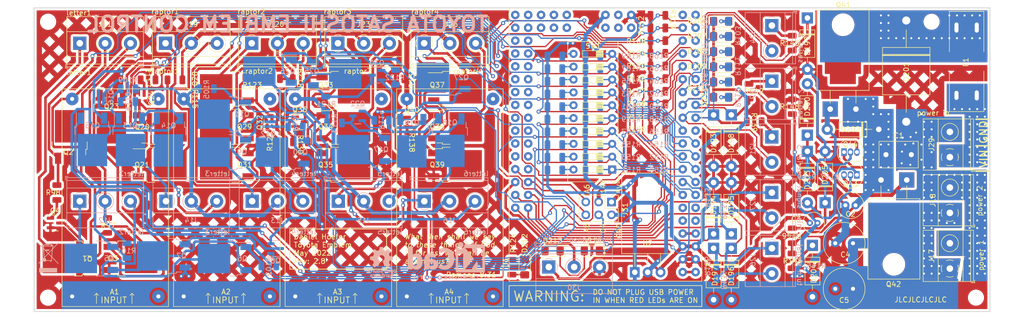
<source format=kicad_pcb>
(kicad_pcb (version 20211014) (generator pcbnew)
  (layers (0 "F.Cu" signal) (31 "B.Cu" signal) (34 "B.Paste" user) (35 "F.Paste" user) (36 "B.SilkS" user "B.Silkscreen") (37 "F.SilkS" user "F.Silkscreen") (38 "B.Mask" user) (39 "F.Mask" user) (44 "Edge.Cuts" user))
  (net 0 "")
  (footprint "Capacitor_THT:C_Disc_D7.5mm_W5.0mm_P5.00mm" (layer "F.Cu") (at 188.2 49.05)
    (fp_text reference "C1")
    (fp_text value "0.1uF 50V")
  )
  (footprint "Capacitor_THT:C_Radial_D4.0mm_H7.0mm_P1.50mm" (layer "F.Cu") (at 173.2 62.55)
    (fp_text reference "C3")
    (fp_text value "10uF")
  )
  (footprint "LED_SMD:LED_1206_3216Metric_Pad1.42x1.75mm_HandSolder" (layer "F.Cu") (at 155.6875 25.71 180)
    (fp_text reference "D207")
    (fp_text value "LED")
  )
  (footprint "afootprints:1206 R" (layer "F.Cu") (at 161.2 36.55 90)
    (fp_text reference "R142")
    (fp_text value "1K")
  )
  (footprint "afootprints:L7805" (layer "F.Cu") (at 138.66 72.28)
    (fp_text reference "U2")
    (fp_text value "L7805")
  )
  (footprint "TerminalBlock_Phoenix:TerminalBlock_Phoenix_MKDS-1,5-2_1x02_P5.00mm_Horizontal" (layer "F.Cu") (at 200.8 71.55 90)
    (fp_text reference "J17")
    (fp_text value "Power 1")
  )
  (footprint "afootprints:1206 R" (layer "F.Cu") (at 143.2 39.05)
    (fp_text reference "R128")
    (fp_text value "10K")
  )
  (footprint "afootprints:1206 R" (layer "F.Cu") (at 24.7 56.55 90)
    (fp_text reference "R98")
    (fp_text value "1K")
  )
  (footprint "afootprints:1206 R" (layer "F.Cu") (at 169.72 27.0325 90)
    (fp_text reference "R143")
    (fp_text value "1K")
  )
  (footprint "TerminalBlock_Phoenix:TerminalBlock_Phoenix_MKDS-1,5-3-5.08_1x03_P5.08mm_Horizontal" (layer "F.Cu") (at 46.115 27.05)
    (fp_text reference "J19")
    (fp_text value "Raptor Terminal")
  )
  (footprint "Button_Switch_THT:SW_DIP_SPSTx10_Slide_9.78x27.58mm_W7.62mm_P2.54mm" (layer "F.Cu") (at 134.2 51.995 180)
    (fp_text reference "SW1")
    (fp_text value "SW_DIP_x10")
  )
  (footprint "afootprints:1206 R" (layer "F.Cu") (at 143.2 36.55)
    (fp_text reference "R127")
    (fp_text value "10K")
  )
  (footprint "afootprints:IRLR7843" (layer "F.Cu") (at 83.3 36.05)
    (fp_text reference "Q33")
    (fp_text value "IRLR7843")
  )
  (footprint "afootprints:1206 R" (layer "F.Cu") (at 66.7 46.55 180)
    (fp_text reference "R125")
    (fp_text value "1K")
  )
  (footprint "Connector_PinHeader_2.54mm:PinHeader_2x03_P2.54mm_Vertical" (layer "F.Cu") (at 134.075 58.4 -90)
    (fp_text reference "J31")
    (fp_text value "Extra Access")
  )
  (footprint "Package_TO_SOT_SMD:SOT-23" (layer "F.Cu") (at 40.95 37.85 -90)
    (fp_text reference "Q24")
    (fp_text value "MMBT3904")
  )
  (footprint "afootprints:IRLR7843" (layer "F.Cu") (at 83.3 51.05)
    (fp_text reference "Q35")
    (fp_text value "IRLR7843")
  )
  (footprint "Diode_THT:D_DO-41_SOD81_P10.16mm_Horizontal" (layer "F.Cu") (at 157.7 67.55 -90)
    (fp_text reference "D196")
    (fp_text value "1N4732A")
  )
  (footprint "Diode_THT:D_DO-41_SOD81_P10.16mm_Horizontal" (layer "F.Cu") (at 176.2 58.55 90)
    (fp_text reference "D205")
    (fp_text value "1N4738A")
  )
  (footprint "Capacitor_THT:C_Radial_D5.0mm_H11.0mm_P2.00mm" (layer "F.Cu") (at 182.2 59.05 180)
    (fp_text reference "C2")
    (fp_text value "47uF 50V")
  )
  (footprint "Diode_THT:D_DO-41_SOD81_P10.16mm_Horizontal" (layer "F.Cu") (at 172.7 45.21 90)
    (fp_text reference "D200")
    (fp_text value "1N4007")
  )
  (footprint "MountingHole:MountingHole_2.2mm_M2" (layer "F.Cu") (at 197.2 22.8)
    (fp_text reference "MT4" hide)
    (fp_text value "MountingHole_2.2mm_M2")
  )
  (footprint "MountingHole:MountingHole_2.2mm_M2" (layer "F.Cu") (at 22.95 22.8)
    (fp_text reference "MT1" hide)
    (fp_text value "MountingHole_2.2mm_M2")
  )
  (footprint "TerminalBlock_Phoenix:TerminalBlock_Phoenix_MKDS-1,5-2_1x02_P5.00mm_Horizontal" (layer "F.Cu") (at 200.8 60.55 90)
    (fp_text reference "J18")
    (fp_text value "Power 2")
  )
  (footprint "afootprints:1206 R" (layer "F.Cu") (at 143.2 44.05)
    (fp_text reference "R100")
    (fp_text value "10K")
  )
  (footprint "afootprints:IRLR7843" (layer "F.Cu") (at 35.425 43.65 -90)
    (fp_text reference "Q23")
    (fp_text value "IRLR7843")
  )
  (footprint "afootprints:IRLR7843" (layer "F.Cu") (at 56.1 51.05 180)
    (fp_text reference "Q31")
    (fp_text value "IRLR7843")
  )
  (footprint "afootprints:1206 R" (layer "F.Cu") (at 114.45 71.3 90)
    (fp_text reference "R124")
    (fp_text value "50")
  )
  (footprint "LED_SMD:LED_1206_3216Metric_Pad1.42x1.75mm_HandSolder" (layer "F.Cu") (at 122.45 68.05 180)
    (fp_text reference "D213")
    (fp_text value "RED 1206")
  )
  (footprint "afootprints:1206 R" (layer "F.Cu") (at 143.2 31.55)
    (fp_text reference "R120")
    (fp_text value "10K")
  )
  (footprint "afootprints:LM2596 Buck Converter" (layer "F.Cu") (at 112.7 79.05 180)
    (fp_text reference "A4")
    (fp_text value "LM2596 Buck")
  )
  (footprint "Package_TO_SOT_SMD:SOT-23" (layer "F.Cu") (at 24.35 62.55)
    (fp_text reference "Q4")
    (fp_text value "MMBT3904")
  )
  (footprint "Capacitor_THT:C_Radial_D8.0mm_H11.5mm_P3.50mm" (layer "F.Cu") (at 181.7 66.55 180)
    (fp_text reference "C4")
    (fp_text value "470uF")
  )
  (footprint "afootprints:1206 R" (layer "F.Cu") (at 143.2 21.55)
    (fp_text reference "R119")
    (fp_text value "10K")
  )
  (footprint "afootprints:IRLR7843" (layer "F.Cu") (at 105.3 43.55)
    (fp_text reference "Q38")
    (fp_text value "IRLR7843")
  )
  (footprint "afootprints:1206 R" (layer "F.Cu") (at 143.2 24.05)
    (fp_text reference "R112")
    (fp_text value "10K")
  )
  (footprint "afootprints:5KP16A" (layer "F.Cu") (at 192.2 22.55 -90)
    (fp_text reference "D201")
    (fp_text value "5KP16A")
  )
  (footprint "LED_SMD:LED_1206_3216Metric_Pad1.42x1.75mm_HandSolder" (layer "F.Cu") (at 155.6875 34.71 180)
    (fp_text reference "D210")
    (fp_text value "LED")
  )
  (footprint "TerminalBlock_Phoenix:TerminalBlock_Phoenix_MKDS-1,5-2_1x02_P5.00mm_Horizontal" (layer "F.Cu") (at 200.8 49.55 90)
    (fp_text reference "J29")
    (fp_text value "Power In")
  )
  (footprint "afootprints:IRLR7843" (layer "F.Cu") (at 105.3 51.05)
    (fp_text reference "Q39")
    (fp_text value "IRLR7843")
  )
  (footprint "Diode_THT:D_DO-41_SOD81_P10.16mm_Horizontal" (layer "F.Cu") (at 173.7 66.97 -90)
    (fp_text reference "D204")
    (fp_text value "1N4746A")
  )
  (footprint "Diode_THT:D_DO-41_SOD81_P10.16mm_Horizontal" (layer "F.Cu") (at 186.78 44.05 180)
    (fp_text reference "D202")
    (fp_text value "1N4739A")
  )
  (footprint "afootprints:IRLR7843" (layer "F.Cu") (at 83.3 43.55)
    (fp_text reference "Q34")
    (fp_text value "IRLR7843")
  )
  (footprint "afootprints:IRLR7843" (layer "F.Cu") (at 25.1 69.55 180)
    (fp_text reference "Q1")
    (fp_text value "IRLR7843")
  )
  (footprint "afootprints:1206 R" (layer "F.Cu") (at 169.7 65.05 -90)
    (fp_text reference "R146")
    (fp_text value "1K")
  )
  (footprint "TerminalBlock_Phoenix:TerminalBlock_Phoenix_MKDS-1,5-3_1x03_P5.00mm_Horizontal" (layer "F.Cu") (at 29.2 27.055)
    (fp_text reference "J11")
    (fp_text value "Letter Terminal")
  )
  (footprint "afootprints:1206 R" (layer "F.Cu") (at 143.2 41.55)
    (fp_text reference "R131")
    (fp_text value "10K")
  )
  (footprint "Diode_THT:D_DO-41_SOD81_P10.16mm_Horizontal" (layer "F.Cu") (at 157.7 41.19 -90)
    (fp_text reference "D198")
    (fp_text value "1N4732A")
  )
  (footprint "MountingHole:MountingHole_2.2mm_M2" (layer "F.Cu") (at 205.95 77.3)
    (fp_text reference "MT3" hide)
    (fp_text value "MountingHole_2.2mm_M2")
  )
  (footprint "afootprints:1206 R" (layer "F.Cu") (at 94.7 34.05 180)
    (fp_text reference "R137")
    (fp_text value "10K")
  )
  (footprint "afootprints:IRLR7843" (layer "F.Cu") (at 56.1 36.05 180)
    (fp_text reference "Q28")
    (fp_text value "IRLR7843")
  )
  (footprint "afootprints:1206 R" (layer "F.Cu") (at 72.7 34.05 180)
    (fp_text reference "R129")
    (fp_text value "10K")
  )
  (footprint "Package_TO_SOT_THT:TO-92_Inline" (layer "F.Cu") (at 182.47 53.05 180)
    (fp_text reference "Q43")
    (fp_text value "BC327")
  )
  (footprint "Package_TO_SOT_THT:TO-92_Inline" (layer "F.Cu") (at 179.93 48.55)
    (fp_text reference "Q44")
    (fp_text value "BC337")
  )
  (footprint "afootprints:LM2596 Buck Converter" (layer "F.Cu") (at 46.7 79.05 180)
    (fp_text reference "A1")
    (fp_text value "LM2596 Buck")
  )
  (footprint "Capacitor_THT:C_Radial_D8.0mm_H11.5mm_P3.50mm" (layer "F.Cu") (at 181.7 75.55 180)
    (fp_text reference "C5")
    (fp_text value "470uF")
  )
  (footprint "Package_TO_SOT_SMD:SOT-23" (layer "F.Cu") (at 67.1 42.7 90)
    (fp_text reference "Q32")
    (fp_text value "MMBT3904")
  )
  (footprint "afootprints:1206 R" (layer "F.Cu") (at 47.95 34.3)
    (fp_text reference "R115")
    (fp_text value "10K")
  )
  (footprint "afootprints:1206 R" (layer "F.Cu") (at 34.7 63.05 90)
    (fp_text reference "R97")
    (fp_text value "10K")
  )
  (footprint "afootprints:1206 R" (layer "F.Cu") (at 169.7 39.55 -90)
    (fp_text reference "R148")
    (fp_text value "10K")
  )
  (footprint "Diode_THT:D_DO-41_SOD81_P10.16mm_Horizontal" (layer "F.Cu") (at 154.2 64.71 90)
    (fp_text reference "D194")
    (fp_text value "1N4732A")
  )
  (footprint "afootprints:1206 R" (layer "F.Cu") (at 72.7 46.55)
    (fp_text reference "R130")
    (fp_text value "1K")
  )
  (footprint "LED_SMD:LED_1206_3216Metric_Pad1.42x1.75mm_HandSolder" (layer "F.Cu") (at 155.6875 22.71 180)
    (fp_text reference "D206")
    (fp_text value "LED")
  )
  (footprint "Diode_THT:D_DO-41_SOD81_P10.16mm_Horizontal" (layer "F.Cu") (at 154.2 41.21 -90)
    (fp_text reference "D193")
    (fp_text value "1N4732A")
  )
  (footprint "TerminalBlock_Phoenix:TerminalBlock_Phoenix_MKDS-1,5-3-5.08_1x03_P5.08mm_Horizontal" (layer "F.Cu") (at 80.115 27.05)
    (fp_text reference "J23")
    (fp_text value "Raptor Terminal")
  )
  (footprint "afootprints:IRLR7843" (layer "F.Cu") (at 56.1 43.55 180)
    (fp_text reference "Q29")
    (fp_text value "IRLR7843")
  )
  (footprint "Diode_THT:D_DO-41_SOD81_P10.16mm_Horizontal" (layer "F.Cu") (at 157.7 64.71 90)
    (fp_text reference "D195")
    (fp_text value "1N4732A")
  )
  (footprint "afootprints:IRLR7843" (layer "F.Cu") (at 105.3 36.05)
    (fp_text reference "Q37")
    (fp_text value "IRLR7843")
  )
  (footprint "Package_TO_SOT_SMD:SOT-23" (layer "F.Cu") (at 94.7 42.6)
    (fp_text reference "Q40")
    (fp_text value "MMBT3904")
  )
  (footprint "Diode_THT:D_DO-41_SOD81_P10.16mm_Horizontal" (layer "F.Cu") (at 172.7 22.05 -90)
    (fp_text reference "D199")
    (fp_text value "1N4732A")
  )
  (footprint "Diode_THT:D_DO-41_SOD81_P10.16mm_Horizontal" (layer "F.Cu") (at 172.7 48.39 -90)
    (fp_text reference "D203")
    (fp_text value "1N4007")
  )
  (footprint "afootprints:IRLR7843" (layer "F.Cu") (at 27.2 43.45 90)
    (fp_text reference "Q2")
    (fp_text value "IRLR7843")
  )
  (footprint "Package_TO_SOT_SMD:SOT-23" (layer "F.Cu") (at 72.6 42.55)
    (fp_text reference "Q36")
    (fp_text value "MMBT3904")
  )
  (footprint "afootprints:1206 R" (layer "F.Cu") (at 143.2 34.05)
    (fp_text reference "R126")
    (fp_text value "10K")
  )
  (footprint "MountingHole:MountingHole_2.2mm_M2" (layer "F.Cu") (at 22.95 77.3)
    (fp_text reference "MT2" hide)
    (fp_text value "MountingHole_2.2mm_M2")
  )
  (footprint "TerminalBlock_Phoenix:TerminalBlock_Phoenix_MKDS-1,5-3-5.08_1x03_P5.08mm_Horizontal" (layer "F.Cu") (at 63.115 27.05)
    (fp_text reference "J20")
    (fp_text value "Raptor Terminal")
  )
  (footprint "afootprints:1206 R" (layer "F.Cu") (at 162.2 42.55)
    (fp_text reference "R139")
    (fp_text value "1K")
  )
  (footprint "LED_SMD:LED_1206_3216Metric_Pad1.42x1.75mm_HandSolder" (layer "F.Cu") (at 116.95 71.3 -90)
    (fp_text reference "D212")
    (fp_text value "RED 1206")
  )
  (footprint "afootprints:IRLR7843" (layer "F.Cu") (at 47.1 43.575)
    (fp_text reference "Q20")
    (fp_text value "IRLR7843")
  )
  (footprint "afootprints:1206 R" (layer "F.Cu") (at 169.7 70.05 90)
    (fp_text reference "R144")
    (fp_text value "1K")
  )
  (footprint "afootprints:1206 R" (layer "F.Cu") (at 143.2 26.55)
    (fp_text reference "R108")
    (fp_text value "10K")
  )
  (footprint "LED_SMD:LED_1206_3216Metric_Pad1.42x1.75mm_HandSolder" (layer "F.Cu") (at 155.6875 37.71 180)
    (fp_text reference "D211")
    (fp_text value "LED")
  )
  (footprint "afootprints:1206 R" (layer "F.Cu") (at 67.2 34.05)
    (fp_text reference "R123")
    (fp_text value "10K")
  )
  (footprint "afootprints:IRF4905" (layer "F.Cu") (at 192.3 54.05 180)
    (fp_text reference "Q42")
    (fp_text value "IRF4905")
  )
  (footprint "afootprints:1206 R" (layer "F.Cu") (at 143.2 29.05)
    (fp_text reference "R104")
    (fp_text value "10K")
  )
  (footprint "Diode_THT:D_DO-41_SOD81_P10.16mm_Horizontal" (layer "F.Cu") (at 154.2 67.55 -90)
    (fp_text reference "D197")
    (fp_text value "1N4732A")
  )
  (footprint "afootprints:1206 R" (layer "F.Cu") (at 42.65 34.3)
    (fp_text reference "R117")
    (fp_text value "1K")
  )
  (footprint "afootprints:IRF4905" (layer "F.Cu") (at 177.2 40.05)
    (fp_text reference "Q41")
    (fp_text value "IRF4905")
  )
  (footprint "afootprints:LM2596 Buck Converter" (layer "F.Cu") (at 68.7 79.05 180)
    (fp_text reference "A2")
    (fp_text value "LM2596 Buck")
  )
  (footprint "TerminalBlock_Phoenix:TerminalBlock_Phoenix_MKDS-1,5-3-5.08_1x03_P5.08mm_Horizontal" (layer "F.Cu") (at 97.12 27.05)
    (fp_text reference "J25")
    (fp_text value "Raptor Terminal")
  )
  (footprint "LED_SMD:LED_1206_3216Metric_Pad1.42x1.75mm_HandSolder" (layer "F.Cu") (at 130.2 68.05 180)
    (fp_text reference "D214")
    (fp_text value "RED 1206")
  )
  (footprint "afootprints:MODULE_MEGA_PRO_EMBED_CH340G___ATMEGA2560" (layer "F.Cu") (at 132.875 47.05 90)
    (fp_text reference "U1")
    (fp_text value "MEGA_PRO_EMBED_CH340G_{slash}_ATMEGA2560")
  )
  (footprint "afootprints:1206 R" (layer "F.Cu") (at 94.7 46.55)
    (fp_text reference "R138")
    (fp_text value "1K")
  )
  (footprint "afootprints:Univ_AUTO_Fuse" (layer "F.Cu") (at 207.505 20.745 -90)
    (fp_text reference "F1")
    (fp_text value "10A")
  )
  (footprint "afootprints:IRLR7843" (layer "F.Cu") (at 41.3 69.55)
    (fp_text reference "Q3")
    (fp_text value "IRLR7843")
  )
  (footprint "LED_SMD:LED_1206_3216Metric_Pad1.42x1.75mm_HandSolder" (layer "F.Cu") (at 155.6875 31.71 180)
    (fp_text reference "D209")
    (fp_text value "LED")
  )
  (footprint "afootprints:LM2596 Buck Converter" (layer "F.Cu") (at 90.7 79.05 180)
    (fp_text reference "A3")
    (fp_text value "LM2596 Buck")
  )
  (footprint "afootprints:IRLR7843" (layer "F.Cu") (at 47.075 51.075)
    (fp_text reference "Q21")
    (fp_text value "IRLR7843")
  )
  (footprint "LED_SMD:LED_1206_3216Metric_Pad1.42x1.75mm_HandSolder" (layer "F.Cu") (at 155.6875 28.71 180)
    (fp_text reference "D208")
    (fp_text value "LED")
  )
  (footprint "afootprints:1206 R" (layer "B.Cu") (at 176.18 53.4525 90)
    (fp_text reference "R147")
    (fp_text value "1K")
  )
  (footprint "afootprints:1206 R" (layer "B.Cu") (at 122.875 47.05)
    (fp_text reference "R155")
    (fp_text value "1K")
  )
  (footprint "TerminalBlock_Phoenix:TerminalBlock_Phoenix_MKDS-1,5-3_1x03_P5.00mm_Horizontal" (layer "B.Cu") (at 63.2 58.245)
    (fp_text reference "J13")
    (fp_text value "Letter Terminal")
  )
  (footprint "afootprints:1206 R" (layer "B.Cu") (at 38.5 68.05 90)
    (fp_text reference "R101")
    (fp_text value "10K")
  )
  (footprint "afootprints:IRLR7843" (layer "B.Cu") (at 43.675 69.05 180)
    (fp_text reference "Q7")
    (fp_text value "IRLR7843")
  )
  (footprint "afootprints:1206 R" (layer "B.Cu") (at 66.5 71.05 180)
    (fp_text reference "R102")
    (fp_text value "1K")
  )
  (footprint "afootprints:1206 R" (layer "B.Cu") (at 122.875 52.05)
    (fp_text reference "R151")
    (fp_text value "1K")
  )
  (footprint "afootprints:1206 R" (layer "B.Cu") (at 122.875 37.05)
    (fp_text reference "R163")
    (fp_text value "1K")
  )
  (footprint "afootprints:1206 R" (layer "B.Cu") (at 88.7 42.25)
    (fp_text reference "R114")
    (fp_text value "1K")
  )
  (footprint "afootprints:1206 R" (layer "B.Cu") (at 130.375 34.55)
    (fp_text reference "R164")
    (fp_text value "10K")
  )
  (footprint "Package_TO_SOT_SMD:SOT-23" (layer "B.Cu") (at 87.8 33.35 180)
    (fp_text reference "Q30")
    (fp_text value "MMBT3904")
  )
  (footprint "TerminalBlock_Phoenix:TerminalBlock_Phoenix_MKDS-1,5-2_1x02_P5.00mm_Horizontal" (layer "B.Cu") (at 165.7 34.55 -90)
    (fp_text reference "J22")
    (fp_text value "Serial 2")
  )
  (footprint "afootprints:1206 R" (layer "B.Cu") (at 122.875 42.03)
    (fp_text reference "R159")
    (fp_text value "1K")
  )
  (footprint "afootprints:1206 R" (layer "B.Cu") (at 122.875 44.53)
    (fp_text reference "R157")
    (fp_text value "1K")
  )
  (footprint "TerminalBlock_Phoenix:TerminalBlock_Phoenix_MKDS-1,5-3_1x03_P5.00mm_Horizontal" (layer "B.Cu") (at 80.2 58.25)
    (fp_text reference "J15")
    (fp_text value "Letter Terminal")
  )
  (footprint "afootprints:1206 R" (layer "B.Cu") (at 130.375 39.55)
    (fp_text reference "R160")
    (fp_text value "10K")
  )
  (footprint "Package_TO_SOT_SMD:SOT-23" (layer "B.Cu") (at 66.35 42.55)
    (fp_text reference "Q12")
    (fp_text value "MMBT3904")
  )
  (footprint "afootprints:1206 R" (layer "B.Cu") (at 91.45 33.8 90)
    (fp_text reference "R122")
    (fp_text value "1K")
  )
  (footprint "afootprints:1206 R" (layer "B.Cu") (at 130.3175 44.53)
    (fp_text reference "R156")
    (fp_text value "10K")
  )
  (footprint "afootprints:1206 R" (layer "B.Cu") (at 38.7175 36.03)
    (fp_text reference "R109")
    (fp_text value "10K")
  )
  (footprint "afootprints:1206 R" (layer "B.Cu") (at 155.6825 25.73 180)
    (fp_text reference "R103")
    (fp_text value "1K")
  )
  (footprint "afootprints:1206 R" (layer "B.Cu") (at 130.375 29.55)
    (fp_text reference "R168")
    (fp_text value "10K")
  )
  (footprint "afootprints:IRLR7843" (layer "B.Cu") (at 29.4 69.55 180)
    (fp_text reference "Q5")
    (fp_text value "IRLR7843")
  )
  (footprint "afootprints:1206 R" (layer "B.Cu") (at 156.2 73.55)
    (fp_text reference "R134")
    (fp_text value "1K")
  )
  (footprint "TerminalBlock_Phoenix:TerminalBlock_Phoenix_MKDS-1,5-3_1x03_P5.00mm_Horizontal" (layer "B.Cu") (at 97.15 58.25)
    (fp_text reference "J16")
    (fp_text value "Letter Terminal")
  )
  (footprint "Symbol:WEEE-Logo_4.2x6mm_SilkScreen" (layer "B.Cu") (at 22.95 69.3 180)
    (fp_text reference "LOGO3" hide)
    (fp_text value "WEEE-Logo_4.2x6mm_SilkScreen" hide)
  )
  (footprint "afootprints:1206 R" (layer "B.Cu") (at 130.375 49.55)
    (fp_text reference "R152")
    (fp_text value "10K")
  )
  (footprint "Symbol:KiCad-Logo2_6mm_SilkScreen" (layer "B.Cu") (at 101.45 69.3 180)
    (fp_text reference "LOGO2" hide)
    (fp_text value "KiCad-Logo2_6mm_SilkScreen" hide)
  )
  (footprint "afootprints:1206 R" (layer "B.Cu") (at 155.6825 37.73 180)
    (fp_text reference "R118")
    (fp_text value "1K")
  )
  (footprint "Symbol:OSHW-Logo_5.7x6mm_SilkScreen" (layer "B.Cu") (at 88.7 70.3 180)
    (fp_text reference "LOGO1" hide)
    (fp_text value "OSHW-Logo_5.7x6mm_SilkScreen" hide)
  )
  (footprint "Package_TO_SOT_SMD:SOT-23" (layer "B.Cu") (at 67.8 67.6)
    (fp_text reference "Q8")
    (fp_text value "MMBT3904")
  )
  (footprint "afootprints:IRLR7843" (layer "B.Cu") (at 55.6 41.05 180)
    (fp_text reference "Q11")
    (fp_text value "IRLR7843")
  )
  (footprint "afootprints:1206 R" (layer "B.Cu") (at 156.2 57.55)
    (fp_text reference "R133")
    (fp_text value "1K")
  )
  (footprint "TerminalBlock_Phoenix:TerminalBlock_Phoenix_MKDS-1,5-2_1x02_P5.00mm_Horizontal" (layer "B.Cu") (at 165.7 56.55 -90)
    (fp_text reference "J27")
    (fp_text value "Misc. Sig.")
  )
  (footprint "afootprints:1206 R" (layer "B.Cu") (at 79.45 42.8 180)
    (fp_text reference "R113")
    (fp_text value "10K")
  )
  (footprint "afootprints:1206 R" (layer "B.Cu") (at 71.7 43.55)
    (fp_text reference "R106")
    (fp_text value "1K")
  )
  (footprint "Package_TO_SOT_SMD:SOT-23" (layer "B.Cu") (at 32.95 37.65 90)
    (fp_text reference "Q16")
    (fp_text value "MMBT3904")
  )
  (footprint "afootprints:IRLR7843" (layer "B.Cu") (at 94.7 48.4 -90)
    (fp_text reference "Q19")
    (fp_text value "IRLR7843")
  )
  (footprint "afootprints:1206 R" (layer "B.Cu") (at 174.2 71.05 90)
    (fp_text reference "R145")
    (fp_text value "1K")
  )
  (footprint "TerminalBlock_Phoenix:TerminalBlock_Phoenix_MKDS-1,5-3_1x03_P5.00mm_Horizontal" (layer "B.Cu") (at 46.2 58.245)
    (fp_text reference "J14")
    (fp_text value "Letter Terminal")
  )
  (footprint "afootprints:IRLR7843" (layer "B.Cu") (at 31.7 48.15 -90)
    (fp_text reference "Q15")
    (fp_text value "IRLR7843")
  )
  (footprint "TerminalBlock_Phoenix:TerminalBlock_Phoenix_MKDS-1,5-2_1x02_P5.00mm_Horizontal" (layer "B.Cu") (at 165.7 23.55 -90)
    (fp_text reference "J24")
    (fp_text value "Serial 1")
  )
  (footprint "TerminalBlock_Phoenix:TerminalBlock_Phoenix_MKDS-1,5-3_1x03_P5.00mm_Horizontal" (layer "B.Cu") (at 121.7 71.245)
    (fp_text reference "J30")
    (fp_text value "Sensor Term.")
  )
  (footprint "afootprints:1206 R" (layer "B.Cu") (at 54.2 36.05 180)
    (fp_text reference "R105")
    (fp_text value "10K")
  )
  (footprint "afootprints:IRLR7843" (layer "B.Cu") (at 55.675 69.575 180)
    (fp_text reference "Q6")
    (fp_text value "IRLR7843")
  )
  (footprint "afootprints:1206 R" (layer "B.Cu") (at 155.6825 28.73 180)
    (fp_text reference "R107")
    (fp_text value "1K")
  )
  (footprint "afootprints:1206 R" (layer "B.Cu") (at 38.7 38.55)
    (fp_text reference "R110")
    (fp_text value "1K")
  )
  (footprint "afootprints:1206 R" (layer "B.Cu") (at 130.375 37.05)
    (fp_text reference "R162")
    (fp_text value "10K")
  )
  (footprint "afootprints:1206 R" (layer "B.Cu") (at 155.6825 22.73 180)
    (fp_text reference "R99")
    (fp_text value "1K")
  )
  (footprint "Package_TO_SOT_SMD:SOT-23" (layer "B.Cu") (at 84 41.4 180)
    (fp_text reference "Q22")
    (fp_text value "MMBT3904")
  )
  (footprint "afootprints:1206 R" (layer "B.Cu") (at 122.875 49.55)
    (fp_text reference "R153")
    (fp_text value "1K")
  )
  (footprint "afootprints:1206 R" (layer "B.Cu") (at 130.375 42.05)
    (fp_text reference "R158")
    (fp_text value "10K")
  )
  (footprint "afootprints:IRLR7843" (layer "B.Cu") (at 102.2 48.3 -90)
    (fp_text reference "Q18")
    (fp_text value "IRLR7843")
  )
  (footprint "afootprints:1206 R" (layer "B.Cu") (at 130.375 47.05)
    (fp_text reference "R154")
    (fp_text value "10K")
  )
  (footprint "afootprints:1206 R" (layer "B.Cu") (at 155.6825 34.73 180)
    (fp_text reference "R116")
    (fp_text value "1K")
  )
  (footprint "afootprints:IRLR7843" (layer "B.Cu") (at 67.1 48.55 180)
    (fp_text reference "Q10")
    (fp_text value "IRLR7843")
  )
  (footprint "afootprints:1206 R" (layer "B.Cu") (at 130.375 32.05)
    (fp_text reference "R166")
    (fp_text value "10K")
  )
  (footprint "afootprints:1206 R" (layer "B.Cu") (at 155.6825 31.73 180)
    (fp_text reference "R111")
    (fp_text value "1K")
  )
  (footprint "afootprints:1206 R" (layer "B.Cu") (at 122.875 32.05)
    (fp_text reference "R167")
    (fp_text value "1K")
  )
  (footprint "afootprints:IRLR7843" (layer "B.Cu") (at 55.6 48.55 180)
    (fp_text reference "Q9")
    (fp_text value "IRLR7843")
  )
  (footprint "afootprints:1206 R" (layer "B.Cu") (at 122.875 34.55)
    (fp_text reference "R165")
    (fp_text value "1K")
  )
  (footprint "TerminalBlock_Phoenix:TerminalBlock_Phoenix_MKDS-1,5-2_1x02_P5.00mm_Horizontal" (layer "B.Cu") (at 165.7 45.55 -90)
    (fp_text reference "J21")
    (fp_text value "Serial 3")
  )
  (footprint "afootprints:1206 R" (layer "B.Cu") (at 172.7 53.47 90)
    (fp_text reference "R149")
    (fp_text value "10K")
  )
  (footprint "afootprints:IRLR7843" (layer "B.Cu") (at 83.025 48.05 180)
    (fp_text reference "Q17")
    (fp_text value "IRLR7843")
  )
  (footprint "afootprints:IRLR7843" (layer "B.Cu") (at 39.2 48.15 -90)
    (fp_text reference "Q13")
    (fp_text value "IRLR7843")
  )
  (footprint "afootprints:1206 R" (layer "B.Cu") (at 122.875 29.55)
    (fp_text reference "R169")
    (fp_text value "1K")
  )
  (footprint "TerminalBlock_Phoenix:TerminalBlock_Phoenix_MKDS-1,5-3_1x03_P5.00mm_Horizontal" (layer "B.Cu") (at 29.2 58.245)
    (fp_text reference "J12")
    (fp_text value "Letter Terminal")
  )
  (footprint "afootprints:IRLR7843" (layer "B.Cu") (at 64.6 32.55 180)
    (fp_text reference "Q26")
    (fp_text value "IRLR7843")
  )
  (footprint "afootprints:IRLR7843" (layer "B.Cu") (at 81.55 33.05)
    (fp_text reference "Q25")
    (fp_text value "IRLR7843")
  )
  (footprint "afootprints:1206 R" (layer "B.Cu") (at 122.875 39.55)
    (fp_text reference "R161")
    (fp_text value "1K")
  )
  (footprint "afootprints:IRLR7843" (layer "B.Cu") (at 98.85 33.8 180)
    (fp_text reference "Q27")
    (fp_text value "IRLR7843")
  )
  (footprint "afootprints:1206 R" (layer "B.Cu") (at 130.375 52.05)
    (fp_text reference "R150")
    (fp_text value "10K")
  )
  (footprint "afootprints:1206 R" (layer "B.Cu") (at 156.2 60.05)
    (fp_text reference "R132")
    (fp_text value "1K")
  )
  (footprint "afootprints:IRLR7843" (layer "B.Cu") (at 46.675 48.225 -90)
    (fp_text reference "Q14")
    (fp_text value "IRLR7843")
  )
  (footprint "afootprints:1206 R" (layer "B.Cu") (at 77.7 39.05 -90)
    (fp_text reference "R121")
    (fp_text value "10K")
  )
  (footprint "afootprints:1206 R" (layer "B.Cu") (at 156.2 71.05)
    (fp_text reference "R135")
    (fp_text value "1K")
  )
  (footprint "TerminalBlock_Phoenix:TerminalBlock_Phoenix_MKDS-1,5-2_1x02_P5.00mm_Horizontal" (layer "B.Cu") (at 165.7 67.55 -90)
    (fp_text reference "J26")
    (fp_text value "Turn Sig.")
  )
  (gr_line (start 205.95 52.3) (end 208.45 52.3) (layer "F.SilkS") (width 0.3))
  (gr_rect (start 70.625 63.73) (end 89.715 71.67) (layer "F.SilkS") (width 0.15) (fill none))
  (gr_line (start 51.2 36.55) (end 49.7 35.3) (layer "F.SilkS") (width 0.15))
  (gr_line (start 205.95 47.3) (end 208.45 47.3) (layer "F.SilkS") (width 0.3))
  (gr_rect (start 113.875 74.92) (end 151.88 79.05) (layer "F.SilkS") (width 0.15) (fill none))
  (gr_line (start 205.95 42.05) (end 208.45 42.05) (layer "F.SilkS") (width 0.3))
  (gr_rect (start 20.2 20.05) (end 208.7 80.05) (layer "Edge.Cuts") (width 0.15) (fill none))
  (gr_text "letter3" (at 58.95 64.3) (layer "B.SilkS") (effects (font (size 1 1)) (justify left mirror)))
  (gr_text "serial 2" (at 171.45 42.05 270) (layer "B.SilkS") (effects (font (size 1 1)) (justify left mirror)))
  (gr_text "serial 3" (at 171.2 53.05 270) (layer "B.SilkS") (effects (font (size 1 1)) (justify left mirror)))
  (gr_text "misc signal" (at 171.2 64.05 270) (layer "B.SilkS") (effects (font (size 1 1)) (justify left mirror)))
  (gr_text "serial 1" (at 171.45 31.05 270) (layer "B.SilkS") (effects (font (size 1 1)) (justify left mirror)))
  (gr_text "letter4" (at 75.95 52.8) (layer "B.SilkS") (effects (font (size 1 1)) (justify left mirror)))
  (gr_text "letter2" (at 41.95 52.8) (layer "B.SilkS") (effects (font (size 1 1)) (justify left mirror)))
  (gr_text "letter5" (at 92.95 64.3) (layer "B.SilkS") (effects (font (size 1 1)) (justify left mirror)))
  (gr_text "letter5" (at 92.95 52.8) (layer "B.SilkS") (effects (font (size 1 1)) (justify left mirror)))
  (gr_text "letter6" (at 109.95 52.8) (layer "B.SilkS") (effects (font (size 1 1)) (justify left mirror)))
  (gr_text "letter6" (at 109.95 64.3) (layer "B.SilkS") (effects (font (size 1 1)) (justify left mirror)))
  (gr_text "turn signal" (at 171.2 75.05 270) (layer "B.SilkS") (effects (font (size 1 1)) (justify left mirror)))
  (gr_text "letter2" (at 41.95 64.3) (layer "B.SilkS") (effects (font (size 1 1)) (justify left mirror)))
  (gr_text "letter3" (at 58.95 52.8) (layer "B.SilkS") (effects (font (size 1 1)) (justify left mirror)))
  (gr_text "light sensor" (at 134.2 65.8) (layer "B.SilkS") (effects (font (size 1 1)) (justify left mirror)))
  (gr_text "TOYOTA SATOSHI EMBLEM CONTROL" (at 70.2 23.3) (layer "B.SilkS") (effects (font (size 3 3) (thickness 0.6)) (justify mirror)))
  (gr_text "letter4" (at 75.95 64.3) (layer "B.SilkS") (effects (font (size 1 1)) (justify left mirror)))
  (gr_text "raptor4" (at 94.45 20.8) (layer "F.SilkS") (effects (font (size 1 1)) (justify left)))
  (gr_text "raptor3" (at 81.2 32.55) (layer "F.SilkS") (effects (font (size 1 1)) (justify left)))
  (gr_text "WARNING:" (at 121.73 77.05) (layer "F.SilkS") (effects (font (size 2 2) (thickness 0.2))))
  (gr_text "raptor4" (at 102.7 32.55) (layer "F.SilkS") (effects (font (size 1 1)) (justify left)))
  (gr_text "A5\n\nD4\n\nGND" (at 132.4 62.5 90) (layer "F.SilkS") (effects (font (size 1 1)) (justify right)))
  (gr_text "JLCJLCJLCJLC" (at 195.05 77.7) (layer "F.SilkS") (effects (font (size 1 1))))
  (gr_text "power 2" (at 206.7 61.3 90) (layer "F.SilkS") (effects (font (size 1 1)) (justify left)))
  (gr_text "What then shall we say\nto these things? If God \nis for us, who can be \nagainst us?" (at 93.17 67.66) (layer "F.SilkS") (effects (font (size 1 1) (thickness 0.15) italic) (justify left)))
  (gr_text "A6\n\n14V\n\n5V" (at 132.45 56.8 90) (layer "F.SilkS") (effects (font (size 1 1)) (justify left)))
  (gr_text "letter1" (at 26.45 21.05) (layer "F.SilkS") (effects (font (size 1 1)) (justify left)))
  (gr_text "raptor2" (at 60.2 20.8) (layer "F.SilkS") (effects (font (size 1 1)) (justify left)))
  (gr_text "DO NOT PLUG USB POWER\nIN WHEN RED LEDs ARE ON" (at 130.27 77.02) (layer "F.SilkS") (effects (font (size 1 1)) (justify left)))
  (gr_text "raptor1" (at 43.2 20.8) (layer "F.SilkS") (effects (font (size 1 1)) (justify left)))
  (gr_text "Romans 8:31" (at 106.34 72.77) (layer "F.SilkS") (effects (font (size 1 1) (thickness 0.15) italic)))
  (gr_text "raptor1" (at 43.2 32.55) (layer "F.SilkS") (effects (font (size 1 1)) (justify left)))
  (gr_text "VIN" (at 207.45 51.8 90) (layer "F.SilkS") (effects (font (size 1.5 1.5) (thickness 0.25)) (justify left)))
  (gr_text "letter1" (at 26.45 32.8) (layer "F.SilkS") (effects (font (size 1 1)) (justify left)))
  (gr_text "power 1" (at 206.95 72.05 90) (layer "F.SilkS") (effects (font (size 1 1)) (justify left)))
  (gr_text "raptor2" (at 61.7 32.55) (layer "F.SilkS") (effects (font (size 1 1)) (justify left)))
  (gr_text "power in" (at 194.2 40.8) (layer "F.SilkS") (effects (font (size 1 1)) (justify left)))
  (gr_text "GND" (at 207.45 47.05 90) (layer "F.SilkS") (effects (font (size 1.5 1.5) (thickness 0.25)) (justify left)))
  (gr_text "raptor3" (at 77.2 20.8) (layer "F.SilkS") (effects (font (size 1 1)) (justify left)))
  (gr_text "Daniel Hoefer\nToyota Emblem\nMay 2022\nRev: 2.8" (at 71.32 67.68) (layer "F.SilkS") (effects (font (size 1 1)) (justify left)))
  (segment (start 169.72 38.1075) (end 168.9925 38.1075) (width 0.508) (layer "F.Cu") (net 0))
  (segment (start 78.7 35.55) (end 78.2 36.05) (width 0.508) (layer "F.Cu") (net 0))
  (segment (start 140.426511 34.276511) (end 140.426511 37.823489) (width 0.254) (layer "F.Cu") (net 0))
  (segment (start 91.45 42.05) (end 93.7 39.8) (width 0.3) (layer "F.Cu") (net 0))
  (segment (start 39.39648 35.3) (end 39.246489 35.449991) (width 0.508) (layer "F.Cu") (net 0))
  (segment (start 145.57152 33.14098) (end 144.6825 34.03) (width 0.254) (layer "F.Cu") (net 0))
  (segment (start 39.246489 35.449991) (end 39.246489 41.553511) (width 0.508) (layer "F.Cu") (net 0))
  (segment (start 46.5075 39.8425) (end 46.5075 34.28) (width 0.508) (layer "F.Cu") (net 0))
  (segment (start 68.7225 34.07) (end 68.6825 34.03) (width 0.508) (layer "F.Cu") (net 0))
  (segment (start 141.950001 68.8) (end 143.2 70.049999) (width 0.3) (layer "F.Cu") (net 0))
  (segment (start 41.9 36.9125) (end 41.9 34.9725) (width 0.508) (layer "F.Cu") (net 0))
  (segment (start 144.6625 29.05) (end 144.6825 29.03) (width 0.254) (layer "F.Cu") (net 0))
  (segment (start 29.2 31.05) (end 22.431449 37.818551) (width 0.508) (layer "F.Cu") (net 0))
  (segment (start 122.133249 64.983249) (end 142.2 64.983249) (width 0.3) (layer "F.Cu") (net 0))
  (segment (start 40.95 38.7375) (end 40.95 41.245) (width 0.508) (layer "F.Cu") (net 0))
  (segment (start 157.7 52.85) (end 157.7 54.55) (width 0.508) (layer "F.Cu") (net 0))
  (segment (start 111.7 27.05) (end 113.595289 25.154711) (width 0.254) (layer "F.Cu") (net 0))
  (segment (start 67.25 48.2) (end 67.35 48.2) (width 0.508) (layer "F.Cu") (net 0))
  (segment (start 133.2 38.05) (end 134.2 37.05) (width 0.254) (layer "F.Cu") (net 0))
  (segment (start 144.49648 57.720772) (end 142.65352 59.563732) (width 0.254) (layer "F.Cu") (net 0))
  (segment (start 143.9 55.6) (end 143.9 57.4) (width 0.254) (layer "F.Cu") (net 0))
  (segment (start 143.22 21.53) (end 143.2 21.55) (width 0.254) (layer "F.Cu") (net 0))
  (segment (start 144.2 50.55) (end 144.2 55.3) (width 0.254) (layer "F.Cu") (net 0))
  (segment (start 34.2 58.245) (end 34.2 61.0875) (width 0.508) (layer "F.Cu") (net 0))
  (segment (start 45.8 30.95) (end 45.8 30.85) (width 0.508) (layer "F.Cu") (net 0))
  (segment (start 77.2 43.05) (end 78.2 43.05) (width 0.508) (layer "F.Cu") (net 0))
  (segment (start 77 45.83) (end 77.42 45.83) (width 0.508) (layer "F.Cu") (net 0))
  (segment (start 151.75 38) (end 149.345 38) (width 0.3) (layer "F.Cu") (net 0))
  (segment (start 167.75 52.85) (end 157.7 52.85) (width 0.508) (layer "F.Cu") (net 0))
  (segment (start 146.666414 34.67848) (end 146.666414 35.828834) (width 0.254) (layer "F.Cu") (net 0))
  (segment (start 172.7 22.05) (end 172.7 25.475) (width 0.508) (layer "F.Cu") (net 0))
  (segment (start 129.32 60.94) (end 124.53 56.15) (width 0.3) (layer "F.Cu") (net 0))
  (segment (start 165.7 28.358626) (end 165.7 28.55) (width 0.254) (layer "F.Cu") (net 0))
  (segment (start 122.9 59.1) (end 121.95 60.05) (width 0.254) (layer "F.Cu") (net 0))
  (segment (start 41.9 34.9725) (end 41.2075 34.28) (width 0.508) (layer "F.Cu") (net 0))
  (segment (start 87.2 55.8) (end 81.45 55.8) (width 0.508) (layer "F.Cu") (net 0))
  (segment (start 174.7 37.05) (end 172.7 35.05) (width 0.508) (layer "F.Cu") (net 0))
  (segment (start 51.49248 54.450086) (end 51.49248 32.256936) (width 0.508) (layer "F.Cu") (net 0))
  (segment (start 144.6825 31.53) (end 144.6825 30.855349) (width 0.254) (layer "F.Cu") (net 0))
  (segment (start 148.115 64.63) (end 150.655 64.63) (width 0.508) (layer "F.Cu") (net 0))
  (segment (start 172.2 61.55) (end 173.2 62.55) (width 0.762) (layer "F.Cu") (net 0))
  (segment (start 162.7 66.05) (end 163.7 65.05) (width 0.762) (layer "F.Cu") (net 0))
  (segment (start 22.431449 37.818551) (end 22.431449 52.318551) (width 0.508) (layer "F.Cu") (net 0))
  (segment (start 145.847211 25.365289) (end 149.490289 25.365289) (width 0.254) (layer "F.Cu") (net 0))
  (segment (start 36.7 60.05) (end 36.7 51.55) (width 0.508) (layer "F.Cu") (net 0))
  (segment (start 96.1825 44.0675) (end 98.98 41.27) (width 0.508) (layer "F.Cu") (net 0))
  (segment (start 62.4 53.33) (end 61.9 53.33) (width 0.508) (layer "F.Cu") (net 0))
  (segment (start 113.595289 25.154711) (end 120.304711 25.154711) (width 0.254) (layer "F.Cu") (net 0))
  (segment (start 93.7 38.05) (end 93.7 32.05) (width 1) (layer "F.Cu") (net 0))
  (segment (start 141.2 72.55) (end 141.9 73.25) (width 0.762) (layer "F.Cu") (net 0))
  (segment (start 29.7 37.050584) (end 39.2 27.550584) (width 0.508) (layer "F.Cu") (net 0))
  (segment (start 52.7 32.05) (end 56.7 32.05) (width 0.508) (layer "F.Cu") (net 0))
  (segment (start 135.45 27.8) (end 131.45 27.8) (width 0.254) (layer "F.Cu") (net 0))
  (segment (start 139.2 25.408626) (end 138.622706 25.98592) (width 0.254) (layer "F.Cu") (net 0))
  (segment (start 145.751937 36.101937) (end 145.751937 37.960563) (width 0.254) (layer "F.Cu") (net 0))
  (segment (start 24.2 47.55) (end 29.7 47.55) (width 0.508) (layer "F.Cu") (net 0))
  (segment (start 44.05 31.75) (end 41.096494 31.75) (width 0.508) (layer "F.Cu") (net 0))
  (segment (start 77 53.33) (end 74.48 53.33) (width 1) (layer "F.Cu") (net 0))
  (segment (start 100.7 30.05) (end 97.7 30.05) (width 0.508) (layer "F.Cu") (net 0))
  (segment (start 37.2 48.05) (end 37.8 48.65) (width 0.508) (layer "F.Cu") (net 0))
  (segment (start 32.7 69.05) (end 33.2 68.55) (width 0.508) (layer "F.Cu") (net 0))
  (segment (start 97.7 72.05) (end 98.39648 71.35352) (width 0.3) (layer "F.Cu") (net 0))
  (segment (start 149.279711 42.934711) (end 152.231689 42.934711) (width 0.254) (layer "F.Cu") (net 0))
  (segment (start 147.109223 29.07) (end 145.57152 30.607703) (width 0.254) (layer "F.Cu") (net 0))
  (segment (start 33.145 37.35) (end 34.7 37.35) (width 0.508) (layer "F.Cu") (net 0))
  (segment (start 60.138969 33.111031) (end 61.2 32.05) (width 0.508) (layer "F.Cu") (net 0))
  (segment (start 127.7 63.05) (end 124.7 60.05) (width 0.254) (layer "F.Cu") (net 0))
  (segment (start 63.115 27.135) (end 63.115 27.05) (width 0.508) (layer "F.Cu") (net 0))
  (segment (start 152.750489 63.260489) (end 156.250489 63.260489) (width 0.3) (layer "F.Cu") (net 0))
  (segment (start 144.6625 26.55) (end 144.6825 26.53) (width 0.254) (layer "F.Cu") (net 0))
  (segment (start 73.6375 34.575) (end 73.6375 42.55) (width 0.508) (layer "F.Cu") (net 0))
  (segment (start 81.694511 25.050489) (end 72.700489 25.050489) (width 1) (layer "F.Cu") (net 0))
  (segment (start 69.35 45.25) (end 69.35 48.2) (width 0.508) (layer "F.Cu") (net 0))
  (segment (start 160.7 62.05) (end 160.7 67.55) (width 0.3) (layer "F.Cu") (net 0))
  (segment (start 125.735809 66.585809) (end 126.7 67.55) (width 0.508) (layer "F.Cu") (net 0))
  (segment (start 53.895 60.55) (end 50.2 60.55) (width 0.508) (layer "F.Cu") (net 0))
  (segment (start 114.43 69.8175) (end 112.7 71.5475) (width 0.3) (layer "F.Cu") (net 0))
  (segment (start 170.2 41.5125) (end 170.2 48.55) (width 0.508) (layer "F.Cu") (net 0))
  (segment (start 137.7 44.05) (end 144.2 50.55) (width 0.254) (layer "F.Cu") (net 0))
  (segment (start 72.199511 25.050489) (end 71.699511 25.050489) (width 1) (layer "F.Cu") (net 0))
  (segment (start 110.2 33.05) (end 110.7 33.55) (width 0.254) (layer "F.Cu") (net 0))
  (segment (start 157.175 34.71) (end 155.7 34.71) (width 0.508) (layer "F.Cu") (net 0))
  (segment (start 133.2 33.05) (end 119.7 33.05) (width 0.254) (layer "F.Cu") (net 0))
  (segment (start 50.2 60.55) (end 48.7 59.05) (width 0.508) (layer "F.Cu") (net 0))
  (segment (start 126.45 62.8) (end 125.2 62.8) (width 0.254) (layer "F.Cu") (net 0))
  (segment (start 64.083506 38.33) (end 62.4 38.33) (width 0.508) (layer "F.Cu") (net 0))
  (segment (start 158.88 41.21) (end 157.7 41.21) (width 0.508) (layer "F.Cu") (net 0))
  (segment (start 37.63 45.855) (end 38.995 45.855) (width 0.508) (layer "F.Cu") (net 0))
  (segment (start 68.195 27.05) (end 70.194511 25.050489) (width 0.508) (layer "F.Cu") (net 0))
  (segment (start 132.4375 68.8) (end 141.950001 68.8) (width 0.3) (layer "F.Cu") (net 0))
  (segment (start 136.95 55.525) (end 134.075 58.4) (width 0.762) (layer "F.Cu") (net 0))
  (segment (start 148.115 31.61) (end 146.47856 33.24644) (width 0.254) (layer "F.Cu") (net 0))
  (segment (start 182.2 46.55) (end 175.7 46.55) (width 0.508) (layer "F.Cu") (net 0))
  (segment (start 69.35 48.2) (end 67.25 48.2) (width 1) (layer "F.Cu") (net 0))
  (segment (start 42.2625 40.05) (end 46.3 40.05) (width 0.508) (layer "F.Cu") (net 0))
  (segment (start 144.6825 24.03) (end 144.7225 23.99) (width 0.254) (layer "F.Cu") (net 0))
  (segment (start 170.719489 73.030511) (end 170.7 73.05) (width 0.762) (layer "F.Cu") (net 0))
  (segment (start 42.05 32.75) (end 42.75 33.45) (width 0.3) (layer "F.Cu") (net 0))
  (segment (start 119.7 52.347849) (end 119.7 53.05) (width 0.254) (layer "F.Cu") (net 0))
  (segment (start 77 62.75) (end 77 63.75) (width 1.5) (layer "F.Cu") (net 0))
  (segment (start 72.7 44.5375) (end 72.7 49.25) (width 0.508) (layer "F.Cu") (net 0))
  (segment (start 108.996489 28.766489) (end 108.996489 39.853511) (width 0.508) (layer "F.Cu") (net 0))
  (segment (start 142.7 65.482769) (end 144.74048 63.442289) (width 0.3) (layer "F.Cu") (net 0))
  (segment (start 64.2 47.55) (end 62.98 48.77) (width 0.508) (layer "F.Cu") (net 0))
  (segment (start 81.45 55.8) (end 80.2 57.05) (width 0.508) (layer "F.Cu") (net 0))
  (segment (start 118.820393 57.01) (end 119.7 57.889607) (width 0.3) (layer "F.Cu") (net 0))
  (segment (start 120.45 56.15) (end 118.77 54.47) (width 0.3) (layer "F.Cu") (net 0))
  (segment (start 38.995 45.855) (end 40.9 45.855) (width 0.508) (layer "F.Cu") (net 0))
  (segment (start 157.7 51.37) (end 157.7 52.85) (width 0.508) (layer "F.Cu") (net 0))
  (segment (start 88.95 46.8) (end 94.2 52.05) (width 0.508) (layer "F.Cu") (net 0))
  (segment (start 150.655 36.69) (end 152.26 36.69) (width 0.254) (layer "F.Cu") (net 0))
  (segment (start 120.7 25.55) (end 126.531183 25.55) (width 0.254) (layer "F.Cu") (net 0))
  (segment (start 121.734197 65.482769) (end 142.7 65.482769) (width 0.3) (layer "F.Cu") (net 0))
  (segment (start 29.7 40.95) (end 29.7 37.050584) (width 0.508) (layer "F.Cu") (net 0))
  (segment (start 134.2 39.55) (end 133.2 40.55) (width 0.254) (layer "F.Cu") (net 0))
  (segment (start 21.2 53.55) (end 21.2 65.65) (width 0.508) (layer "F.Cu") (net 0))
  (segment (start 101.646489 36.103511) (end 101.2 36.55) (width 0.508) (layer "F.Cu") (net 0))
  (segment (start 140.951489 69.491489) (end 130.758511 69.491489) (width 0.508) (layer "F.Cu") (net 0))
  (segment (start 131.7 71.245) (end 131.7 75.05) (width 0.508) (layer "F.Cu") (net 0))
  (segment (start 165.7 44.5475) (end 163.6825 42.53) (width 0.508) (layer "F.Cu") (net 0))
  (segment (start 39 52.15) (end 39 54.35) (width 0.508) (layer "F.Cu") (net 0))
  (segment (start 99 41.27) (end 98.419416 41.27) (width 0.508) (layer "F.Cu") (net 0))
  (segment (start 159.14 36.21) (end 159.15 36.2) (width 0.508) (layer "F.Cu") (net 0))
  (segment (start 143.45 59.408626) (end 143.45 60.3) (width 0.254) (layer "F.Cu") (net 0))
  (segment (start 146.02504 33.328834) (end 145.7 33.653874) (width 0.254) (layer "F.Cu") (net 0))
  (segment (start 110.2 25.55) (end 110.2 33.05) (width 0.254) (layer "F.Cu") (net 0))
  (segment (start 174.7 45.55) (end 174.7 37.05) (width 0.508) (layer "F.Cu") (net 0))
  (segment (start 49.290871 40.05) (end 50.582022 40.05) (width 0.508) (layer "F.Cu") (net 0))
  (segment (start 101.2 36.55) (end 97.7 36.55) (width 0.508) (layer "F.Cu") (net 0))
  (segment (start 100.200489 25.050489) (end 95.120489 25.050489) (width 1) (layer "F.Cu") (net 0))
  (segment (start 128.3 62.15) (end 125.25 59.1) (width 0.254) (layer "F.Cu") (net 0))
  (segment (start 129.2 27.05) (end 129.825 27.675) (width 0.508) (layer "F.Cu") (net 0))
  (segment (start 49.4325 28.8125) (end 51.195 27.05) (width 0.508) (layer "F.Cu") (net 0))
  (segment (start 42.75 33.45) (end 42.75 35.15) (width 0.3) (layer "F.Cu") (net 0))
  (segment (start 60.792 54.438) (end 52.480978 54.438) (width 0.508) (layer "F.Cu") (net 0))
  (segment (start 146.205457 40.007043) (end 144.6825 41.53) (width 0.254) (layer "F.Cu") (net 0))
  (segment (start 51.49248 32.256936) (end 52.406936 31.34248) (width 0.508) (layer "F.Cu") (net 0))
  (segment (start 116.9 55.8) (end 116.45 55.35) (width 0.254) (layer "F.Cu") (net 0))
  (segment (start 76.7 29.55) (end 76.7 27.55) (width 0.508) (layer "F.Cu") (net 0))
  (segment (start 139.7 36.55) (end 138.7 36.55) (width 0.254) (layer "F.Cu") (net 0))
  (segment (start 33.2 68.55) (end 33.2 65.05) (width 0.508) (layer "F.Cu") (net 0))
  (segment (start 29.7 68.55) (end 30.2 69.05) (width 0.508) (layer "F.Cu") (net 0))
  (segment (start 51.30304 55.85304) (end 63.397544 55.85304) (width 0.508) (layer "F.Cu") (net 0))
  (segment (start 159.2 70.55) (end 162.7 67.05) (width 0.762) (layer "F.Cu") (net 0))
  (segment (start 170.2175 66.5325) (end 172.43498 64.31502) (width 0.508) (layer "F.Cu") (net 0))
  (segment (start 115.095 57.01) (end 116.282711 58.197711) (width 0.3) (layer "F.Cu") (net 0))
  (segment (start 40.95 32.75) (end 42.05 32.75) (width 0.3) (layer "F.Cu") (net 0))
  (segment (start 49.2 73.05) (end 49.2 74.55) (width 0.508) (layer "F.Cu") (net 0))
  (segment (start 112.45 73.3) (end 100.2 73.3) (width 0.3) (layer "F.Cu") (net 0))
  (segment (start 151.45 35.45) (end 152.59648 34.30352) (width 0.254) (layer "F.Cu") (net 0))
  (segment (start 162.9 36.75) (end 160.55 36.75) (width 0.3) (layer "F.Cu") (net 0))
  (segment (start 78.7 37.05) (end 79.40752 36.34248) (width 0.508) (layer "F.Cu") (net 0))
  (segment (start 129.825 27.675) (end 130.45 28.3) (width 0.508) (layer "F.Cu") (net 0))
  (segment (start 34.2 61.0875) (end 34.68 61.5675) (width 0.508) (layer "F.Cu") (net 0))
  (segment (start 100.553511 42.696489) (end 100.2 43.05) (width 0.508) (layer "F.Cu") (net 0))
  (segment (start 152.231689 42.934711) (end 153.481009 44.184031) (width 0.254) (layer "F.Cu") (net 0))
  (segment (start 100.938969 32.788969) (end 99.2 31.05) (width 0.508) (layer "F.Cu") (net 0))
  (segment (start 145.751937 37.960563) (end 144.6825 39.03) (width 0.254) (layer "F.Cu") (net 0))
  (segment (start 144.49648 55.75352) (end 144.49648 57.720772) (width 0.254) (layer "F.Cu") (net 0))
  (segment (start 114.7 61.05) (end 115.741494 61.05) (width 0.508) (layer "F.Cu") (net 0))
  (segment (start 120.45 61.05) (end 123.407209 64.007209) (width 0.254) (layer "F.Cu") (net 0))
  (segment (start 117.635 57.01) (end 118.820393 57.01) (width 0.3) (layer "F.Cu") (net 0))
  (segment (start 127.15352 63.50352) (end 126.45 62.8) (width 0.254) (layer "F.Cu") (net 0))
  (segment (start 71.2175 34.07) (end 68.7225 34.07) (width 0.508) (layer "F.Cu") (net 0))
  (segment (start 73.275 30.475) (end 73.275 27.05) (width 0.508) (layer "F.Cu") (net 0))
  (segment (start 150.655 67.17) (end 154.035 70.55) (width 0.762) (layer "F.Cu") (net 0))
  (segment (start 47.95 36.05) (end 47.95 38.709129) (width 0.508) (layer "F.Cu") (net 0))
  (segment (start 129.946489 70.303511) (end 129.946489 71.303511) (width 0.508) (layer "F.Cu") (net 0))
  (segment (start 171.7 73.05) (end 171.7 74.55) (width 0.762) (layer "F.Cu") (net 0))
  (segment (start 101.7 29.05) (end 99.12 29.05) (width 0.508) (layer "F.Cu") (net 0))
  (segment (start 169.68 70.99) (end 173.7 66.97) (width 0.508) (layer "F.Cu") (net 0))
  (segment (start 121.277303 66.585809) (end 125.735809 66.585809) (width 0.508) (layer "F.Cu") (net 0))
  (segment (start 129.2 24.55) (end 130.2 24.55) (width 0.254) (layer "F.Cu") (net 0))
  (segment (start 95.120489 25.050489) (end 93.7 26.470978) (width 1) (layer "F.Cu") (net 0))
  (segment (start 138.9 54.986653) (end 138.9 53.9) (width 0.762) (layer "F.Cu") (net 0))
  (segment (start 165.7 45.55) (end 165.7 44.5475) (width 0.508) (layer "F.Cu") (net 0))
  (segment (start 160.7 67.55) (end 159.2 69.05) (width 0.3) (layer "F.Cu") (net 0))
  (segment (start 131.6875 68.05) (end 132.4375 68.8) (width 0.3) (layer "F.Cu") (net 0))
  (segment (start 136.45 52.3) (end 134.75 54) (width 0.254) (layer "F.Cu") (net 0))
  (segment (start 132.35 54) (end 130.358489 55.991511) (width 0.254) (layer "F.Cu") (net 0))
  (segment (start 165.7 39.55) (end 162.9 36.75) (width 0.3) (layer "F.Cu") (net 0))
  (segment (start 39.2 54.55) (end 50 54.55) (width 0.508) (layer "F.Cu") (net 0))
  (segment (start 100.938969 35.311031) (end 100.938969 32.788969) (width 0.508) (layer "F.Cu") (net 0))
  (segment (start 56.1 36.05) (end 56.1 34.15) (width 0.508) (layer "F.Cu") (net 0))
  (segment (start 56.7 32.05) (end 60.7 28.05) (width 0.508) (layer "F.Cu") (net 0))
  (segment (start 123.505 73.355) (end 123.505 73.05) (width 0.508) (layer "F.Cu") (net 0))
  (segment (start 179.93 48.55) (end 179.93 49.808) (width 0.508) (layer "F.Cu") (net 0))
  (segment (start 130.358489 61.56535) (end 129.773839 62.15) (width 0.254) (layer "F.Cu") (net 0))
  (segment (start 140.2 34.05) (end 140.426511 34.276511) (width 0.254) (layer "F.Cu") (net 0))
  (segment (start 129.270687 23.979313) (end 128.7 23.408626) (width 0.254) (layer "F.Cu") (net 0))
  (segment (start 169.68 68.5675) (end 169.68 66.5725) (width 0.508) (layer "F.Cu") (net 0))
  (segment (start 75.446489 44.803511) (end 77.2 43.05) (width 0.508) (layer "F.Cu") (net 0))
  (segment (start 93.5 41.65) (end 92.45 42.7) (width 0.508) (layer "F.Cu") (net 0))
  (segment (start 78.2 43.05) (end 78.7 42.55) (width 0.508) (layer "F.Cu") (net 0))
  (segment (start 145.7 59.05) (end 146.387711 58.362289) (width 0.3) (layer "F.Cu") (net 0))
  (segment (start 126.672557 26.05) (end 122.7 26.05) (width 0.254) (layer "F.Cu") (net 0))
  (segment (start 74.4425 33.77) (end 74.1425 34.07) (width 0.508) (layer "F.Cu") (net 0))
  (segment (start 38.49248 36.56252) (end 38.49248 33.35343) (width 0.508) (layer "F.Cu") (net 0))
  (segment (start 42.75 35.15) (end 43.6 36) (width 0.3) (layer "F.Cu") (net 0))
  (segment (start 96.1425 34.07) (end 98.7 34.07) (width 0.508) (layer "F.Cu") (net 0))
  (segment (start 188.2 49.05) (end 188.2 47.05) (width 2) (layer "F.Cu") (net 0))
  (segment (start 52.2 32.55) (end 52.7 32.05) (width 0.508) (layer "F.Cu") (net 0))
  (segment (start 148.115 69.71) (end 150.655 69.71) (width 0.762) (layer "F.Cu") (net 0))
  (segment (start 129.7 26.05) (end 127.7 26.05) (width 0.254) (layer "F.Cu") (net 0))
  (segment (start 146.387711 58.362289) (end 157.012289 58.362289) (width 0.3) (layer "F.Cu") (net 0))
  (segment (start 34.2 26.855) (end 34.2 31.55) (width 0.508) (layer "F.Cu") (net 0))
  (segment (start 78.7 35.55) (end 78.7 31.55) (width 0.508) (layer "F.Cu") (net 0))
  (segment (start 129.32 58.4) (end 125.92 55) (width 0.3) (layer "F.Cu") (net 0))
  (segment (start 169.72 63.6075) (end 175.1425 63.6075) (width 0.508) (layer "F.Cu") (net 0))
  (segment (start 96.205978 60.55) (end 95.2 59.544022) (width 0.3) (layer "F.Cu") (net 0))
  (segment (start 141.2 72.28) (end 141.2 72.55) (width 0.762) (layer "F.Cu") (net 0))
  (segment (start 100.7 35.55) (end 100.938969 35.311031) (width 0.508) (layer "F.Cu") (net 0))
  (segment (start 85.45 62.8) (end 91.7 62.8) (width 0.508) (layer "F.Cu") (net 0))
  (segment (start 71.2575 46.53) (end 71.2575 45.5575) (width 0.508) (layer "F.Cu") (net 0))
  (segment (start 67.2 35.05) (end 68.2 36.05) (width 0.508) (layer "F.Cu") (net 0))
  (segment (start 149.279711 22.614711) (end 150.655 23.99) (width 0.254) (layer "F.Cu") (net 0))
  (segment (start 61.2 32.05) (end 66.7 32.05) (width 0.508) (layer "F.Cu") (net 0))
  (segment (start 50.7 30.786523) (end 50.7 35.8) (width 0.508) (layer "F.Cu") (net 0))
  (segment (start 111.7 29.55) (end 111.7 27.05) (width 0.254) (layer "F.Cu") (net 0))
  (segment (start 169.72 66.5325) (end 170.2175 66.5325) (width 0.508) (layer "F.Cu") (net 0))
  (segment (start 182.47 46.82) (end 182.2 46.55) (width 0.508) (layer "F.Cu") (net 0))
  (segment (start 78.7 42.55) (end 78.7 40.55) (width 0.508) (layer "F.Cu") (net 0))
  (segment (start 146.658977 36.477645) (end 146.658977 42.053523) (width 0.254) (layer "F.Cu") (net 0))
  (segment (start 169.68 66.5725) (end 169.72 66.5325) (width 0.508) (layer "F.Cu") (net 0))
  (segment (start 146.47856 34.22496) (end 146.15352 34.55) (width 0.254) (layer "F.Cu") (net 0))
  (segment (start 131.887854 26.89296) (end 139.85704 26.89296) (width 0.254) (layer "F.Cu") (net 0))
  (segment (start 154.2 51.37) (end 154.2 54.55) (width 0.508) (layer "F.Cu") (net 0))
  (segment (start 146.205457 36.289791) (end 146.205457 40.007043) (width 0.254) (layer "F.Cu") (net 0))
  (segment (start 31.4 63.25) (end 38.408 63.25) (width 0.508) (layer "F.Cu") (net 0))
  (segment (start 44.1325 31.8325) (end 44.05 31.75) (width 0.508) (layer "F.Cu") (net 0))
  (segment (start 44.9 36) (end 45.4 35.5) (width 0.3) (layer "F.Cu") (net 0))
  (segment (start 161.18 38.91) (end 158.88 41.21) (width 0.508) (layer "F.Cu") (net 0))
  (segment (start 113.2 59.55) (end 114.7 61.05) (width 0.508) (layer "F.Cu") (net 0))
  (segment (start 162.7 67.05) (end 162.7 66.05) (width 0.762) (layer "F.Cu") (net 0))
  (segment (start 140.2 38.05) (end 140.2 44.908626) (width 0.254) (layer "F.Cu") (net 0))
  (segment (start 178.2 61.550584) (end 179.699416 61.550584) (width 0.508) (layer "F.Cu") (net 0))
  (segment (start 101.646489 31.103511) (end 101.646489 36.103511) (width 0.508) (layer "F.Cu") (net 0))
  (segment (start 145.57152 30.607703) (end 145.57152 33.14098) (width 0.254) (layer "F.Cu") (net 0))
  (segment (start 193.2 49.05) (end 195.7 49.05) (width 2) (layer "F.Cu") (net 0))
  (segment (start 158.15 21.45) (end 160 23.3) (width 0.254) (layer "F.Cu") (net 0))
  (segment (start 77.7 28.55) (end 77.7 27.55) (width 0.508) (layer "F.Cu") (net 0))
  (segment (start 44.05 31.75) (end 45 31.75) (width 0.508) (layer "F.Cu") (net 0))
  (segment (start 116.905 72.7425) (end 116.95 72.7875) (width 0.3) (layer "F.Cu") (net 0))
  (segment (start 114.43 72.7425) (end 116.905 72.7425) (width 0.3) (layer "F.Cu") (net 0))
  (segment (start 165.7 65.05) (end 167.7 63.05) (width 0.762) (layer "F.Cu") (net 0))
  (segment (start 78.7 40.55) (end 77.7 39.55) (width 0.508) (layer "F.Cu") (net 0))
  (segment (start 62.4 45.85) (end 60.2 48.05) (width 0.508) (layer "F.Cu") (net 0))
  (segment (start 99.12 29.05) (end 97.12 27.05) (width 0.508) (layer "F.Cu") (net 0))
  (segment (start 141.9 73.25) (end 141.9 77.05) (width 0.762) (layer "F.Cu") (net 0))
  (segment (start 135.99648 27.34648) (end 131.7 27.34648) (width 0.254) (layer "F.Cu") (net 0))
  (segment (start 120.45 57.15) (end 119.1 55.8) (width 0.254) (layer "F.Cu") (net 0))
  (segment (start 77.42 45.83) (end 79.646489 43.603511) (width 0.508) (layer "F.Cu") (net 0))
  (segment (start 133.2 30.55) (end 133.198489 30.548489) (width 0.254) (layer "F.Cu") (net 0))
  (segment (start 146.45 57.05) (end 146.45 45.7975) (width 0.254) (layer "F.Cu") (net 0))
  (segment (start 108.996489 39.853511) (end 105.3 43.55) (width 0.508) (layer "F.Cu") (net 0))
  (segment (start 21.2 65.65) (end 25.1 69.55) (width 0.508) (layer "F.Cu") (net 0))
  (segment (start 141.2 72.28) (end 141.2 77.05) (width 0.762) (layer "F.Cu") (net 0))
  (segment (start 64.50852 45.24148) (end 65.89148 45.24148) (width 0.508) (layer "F.Cu") (net 0))
  (segment (start 115.095 54.47) (end 113.2 56.365) (width 0.508) (layer "F.Cu") (net 0))
  (segment (start 150.655 31.61) (end 149.490289 30.445289) (width 0.254) (layer "F.Cu") (net 0))
  (segment (start 143.74 72.28) (end 143.74 71.545) (width 0.762) (layer "F.Cu") (net 0))
  (segment (start 137.7 29.05) (end 135.99648 27.34648) (width 0.254) (layer "F.Cu") (net 0))
  (segment (start 67.2 32.55) (end 67.2 35.05) (width 0.508) (layer "F.Cu") (net 0))
  (segment (start 62.4 45.83) (end 62.4 45.85) (width 0.508) (layer "F.Cu") (net 0))
  (segment (start 27.7 38.05) (end 25.592978 38.05) (width 0.508) (layer "F.Cu") (net 0))
  (segment (start 24.68 57.9925) (end 24.68 60.3325) (width 0.508) (layer "F.Cu") (net 0))
  (segment (start 110.973489 31.073489) (end 110.973489 26.46436) (width 0.254) (layer "F.Cu") (net 0))
  (segment (start 134.2 42.05) (end 133.2 43.05) (width 0.254) (layer "F.Cu") (net 0))
  (segment (start 92.95 59.05) (end 92.95 58.05) (width 0.508) (layer "F.Cu") (net 0))
  (segment (start 34.2 52.05) (end 34.2 53.05) (width 0.508) (layer "F.Cu") (net 0))
  (segment (start 101.7 31.05) (end 101.646489 31.103511) (width 0.508) (layer "F.Cu") (net 0))
  (segment (start 155.753511 42.763511) (end 160.523989 42.763511) (width 0.508) (layer "F.Cu") (net 0))
  (segment (start 26.057022 63.5) (end 23.4125 63.5) (width 0.508) (layer "F.Cu") (net 0))
  (segment (start 42.45 29.4) (end 41.60352 30.24648) (width 0.3) (layer "F.Cu") (net 0))
  (segment (start 120.9625 68.05) (end 118.7125 68.05) (width 0.3) (layer "F.Cu") (net 0))
  (segment (start 177.440489 36.950489) (end 176.7 36.21) (width 1) (layer "F.Cu") (net 0))
  (segment (start 52.480978 54.438) (end 52.2 54.157022) (width 0.508) (layer "F.Cu") (net 0))
  (segment (start 113.2 56.365) (end 113.2 59.55) (width 0.508) (layer "F.Cu") (net 0))
  (segment (start 33.2 65.05) (end 33.7575 64.4925) (width 0.508) (layer "F.Cu") (net 0))
  (segment (start 119.1 55.8) (end 116.9 55.8) (width 0.254) (layer "F.Cu") (net 0))
  (segment (start 128.887854 25.09648) (end 130.091374 25.09648) (width 0.254) (layer "F.Cu") (net 0))
  (segment (start 144.6825 21.53) (end 143.22 21.53) (width 0.254) (layer "F.Cu") (net 0))
  (segment (start 47.95 38.709129) (end 49.290871 40.05) (width 0.508) (layer "F.Cu") (net 0))
  (segment (start 101.646489 40.476489) (end 101.646489 43.183511) (width 0.508) (layer "F.Cu") (net 0))
  (segment (start 134.2 29.135) (end 134.2 29.55) (width 0.254) (layer "F.Cu") (net 0))
  (segment (start 111.7 51.55) (end 113.35 53.2) (width 0.254) (layer "F.Cu") (net 0))
  (segment (start 83.700489 25.050489) (end 81.694511 25.050489) (width 1) (layer "F.Cu") (net 0))
  (segment (start 78.7 31.55) (end 76.7 29.55) (width 0.508) (layer "F.Cu") (net 0))
  (segment (start 144.6825 21.53) (end 145.767211 22.614711) (width 0.254) (layer "F.Cu") (net 0))
  (segment (start 121.95 60.05) (end 121.95 60.55) (width 0.254) (layer "F.Cu") (net 0))
  (segment (start 143.2 29.05) (end 144.6625 29.05) (width 0.254) (layer "F.Cu") (net 0))
  (segment (start 138.7 36.55) (end 137.7 37.55) (width 0.254) (layer "F.Cu") (net 0))
  (segment (start 139.85704 26.89296) (end 140.2 26.55) (width 0.254) (layer "F.Cu") (net 0))
  (segment (start 182.47 48.55) (end 182.47 46.82) (width 0.508) (layer "F.Cu") (net 0))
  (segment (start 101.7 31.05) (end 100.7 30.05) (width 0.508) (layer "F.Cu") (net 0))
  (segment (start 44.1325 34.28) (end 44.1325 31.8325) (width 0.508) (layer "F.Cu") (net 0))
  (segment (start 31.2 36.551168) (end 38.201168 29.55) (width 0.508) (layer "F.Cu") (net 0))
  (segment (start 29.48 49.75) (end 29.48 52.83) (width 0.508) (layer "F.Cu") (net 0))
  (segment (start 88.45 54.55) (end 87.2 55.8) (width 0.508) (layer "F.Cu") (net 0))
  (segment (start 75.2 39.05) (end 75.2 37.55) (width 0.508) (layer "F.Cu") (net 0))
  (segment (start 31.4 69.75) (end 30.7 69.05) (width 0.508) (layer "F.Cu") (net 0))
  (segment (start 63.2 51.55) (end 64.2 52.55) (width 0.508) (layer "F.Cu") (net 0))
  (segment (start 128.7 25.55) (end 128.473489 25.323489) (width 0.254) (layer "F.Cu") (net 0))
  (segment (start 37.8 50.95) (end 39 52.15) (width 0.508) (layer "F.Cu") (net 0))
  (segment (start 169.68 71.4925) (end 172.1425 71.4925) (width 0.508) (layer "F.Cu") (net 0))
  (segment (start 74.1425 34.07) (end 73.6375 34.575) (width 0.508) (layer "F.Cu") (net 0))
  (segment (start 122.7 26.05) (end 121.055289 27.694711) (width 0.254) (layer "F.Cu") (net 0))
  (segment (start 119.771511 53.121511) (end 119.7 53.05) (width 0.254) (layer "F.Cu") (net 0))
  (segment (start 113.2 40.05) (end 113.755289 40.605289) (width 0.254) (layer "F.Cu") (net 0))
  (segment (start 97.2 39.05) (end 97.7 39.55) (width 0.508) (layer "F.Cu") (net 0))
  (segment (start 56.1 43.55) (end 60.138969 39.511031) (width 0.508) (layer "F.Cu") (net 0))
  (segment (start 113.35 53.2) (end 113.455289 53.305289) (width 0.254) (layer "F.Cu") (net 0))
  (segment (start 68.1425 45.8425) (end 68.1425 46.57) (width 0.508) (layer "F.Cu") (net 0))
  (segment (start 74.48 53.33) (end 71.55 50.4) (width 1) (layer "F.Cu") (net 0))
  (segment (start 146.02504 31.22496) (end 146.02504 33.328834) (width 0.254) (layer "F.Cu") (net 0))
  (segment (start 56.1 34.15) (end 63.115 27.135) (width 0.508) (layer "F.Cu") (net 0))
  (segment (start 148.115 35.021622) (end 146.658977 36.477645) (width 0.254) (layer "F.Cu") (net 0))
  (segment (start 192.3 54.05) (end 189.319489 57.030511) (width 0.762) (layer "F.Cu") (net 0))
  (segment (start 130.091374 25.09648) (end 131.887854 26.89296) (width 0.254) (layer "F.Cu") (net 0))
  (segment (start 97.19852 45.05148) (end 97.19852 46.96852) (width 0.508) (layer "F.Cu") (net 0))
  (segment (start 63.2 50.55) (end 63.2 51.55) (width 0.508) (layer "F.Cu") (net 0))
  (segment (start 160.523989 42.763511) (end 160.7575 42.53) (width 0.508) (layer "F.Cu") (net 0))
  (segment (start 99 53.33) (end 98.48 53.33) (width 0.508) (layer "F.Cu") (net 0))
  (segment (start 35 71.83) (end 35 74.85) (width 0.508) (layer "F.Cu") (net 0))
  (segment (start 133.2 35.55) (end 134.2 34.55) (width 0.254) (layer "F.Cu") (net 0))
  (segment (start 83.700489 25.555489) (end 83.700489 25.050489) (width 0.508) (layer "F.Cu") (net 0))
  (segment (start 172.7 45.21) (end 172.7 48.05) (width 0.508) (layer "F.Cu") (net 0))
  (segment (start 60.2 46.95) (end 60.2 43.47) (width 0.508) (layer "F.Cu") (net 0))
  (segment (start 175.7 46.55) (end 174.7 45.55) (width 0.508) (layer "F.Cu") (net 0))
  (segment (start 37.2 72.55) (end 37.7 73.05) (width 0.508) (layer "F.Cu") (net 0))
  (segment (start 145.7 60.55) (end 145.7 59.05) (width 0.3) (layer "F.Cu") (net 0))
  (segment (start 127.383251 72.894511) (end 125.794511 72.894511) (width 0.3) (layer "F.Cu") (net 0))
  (segment (start 145.767211 22.614711) (end 149.279711 22.614711) (width 0.254) (layer "F.Cu") (net 0))
  (segment (start 164.5 30.4) (end 167.775 30.4) (width 0.254) (layer "F.Cu") (net 0))
  (segment (start 144.95 57.908626) (end 143.45 59.408626) (width 0.254) (layer "F.Cu") (net 0))
  (segment (start 181.7 66.55) (end 189.55 66.55) (width 2) (layer "F.Cu") (net 0))
  (segment (start 134.2 49.455) (end 133.073489 50.581511) (width 0.254) (layer "F.Cu") (net 0))
  (segment (start 131.5 56.65) (end 131.535 56.685) (width 0.762) (layer "F.Cu") (net 0))
  (segment (start 34.7 37.35) (end 37.4 34.65) (width 0.508) (layer "F.Cu") (net 0))
  (segment (start 136.975 55.525) (end 136.95 55.525) (width 0.762) (layer "F.Cu") (net 0))
  (segment (start 157.175 37.71) (end 155.7 37.71) (width 0.508) (layer "F.Cu") (net 0))
  (segment (start 138.7 38.55) (end 138.7 44.05) (width 0.254) (layer "F.Cu") (net 0))
  (segment (start 134.2 39.295) (end 134.2 39.55) (width 0.254) (layer "F.Cu") (net 0))
  (segment (start 37.705 37.35) (end 38.49248 36.56252) (width 0.508) (layer "F.Cu") (net 0))
  (segment (start 119.2 62.05) (end 122.133249 64.983249) (width 0.3) (layer "F.Cu") (net 0))
  (segment (start 47.15 29.85) (end 46.7 29.4) (width 0.3) (layer "F.Cu") (net 0))
  (segment (start 76.98 41.27) (end 77 41.27) (width 0.508) (layer "F.Cu") (net 0))
  (segment (start 172.7 32.21) (end 176.7 36.21) (width 0.508) (layer "F.Cu") (net 0))
  (segment (start 127.399068 25.323489) (end 126.672557 26.05) (width 0.254) (layer "F.Cu") (net 0))
  (segment (start 141.7575 21.53) (end 138.035 21.53) (width 0.762) (layer "F.Cu") (net 0))
  (segment (start 141.2 72.65) (end 140.6 73.25) (width 0.762) (layer "F.Cu") (net 0))
  (segment (start 142.2 59.1) (end 142.2 62.05) (width 0.254) (layer "F.Cu") (net 0))
  (segment (start 38.49248 33.35343) (end 40.80343 31.04248) (width 0.508) (layer "F.Cu") (net 0))
  (segment (start 66.7 47.55) (end 67.35 48.2) (width 0.508) (layer "F.Cu") (net 0))
  (segment (start 40 36.9125) (end 40 33.7) (width 0.3) (layer "F.Cu") (net 0))
  (segment (start 75.2 37.55) (end 75.7 37.05) (width 0.508) (layer "F.Cu") (net 0))
  (segment (start 125.92 55) (end 120.55 55) (width 0.3) (layer "F.Cu") (net 0))
  (segment (start 157.387711 60.737711) (end 159.7 63.05) (width 0.3) (layer "F.Cu") (net 0))
  (segment (start 35.425 43.65) (end 37.63 45.855) (width 0.508) (layer "F.Cu") (net 0))
  (segment (start 134.2 47.05) (end 133.2 48.05) (width 0.254) (layer "F.Cu") (net 0))
  (segment (start 34.2 49.05) (end 32.7 49.05) (width 0.508) (layer "F.Cu") (net 0))
  (segment (start 64.083506 38.746006) (end 67.1 41.7625) (width 0.508) (layer "F.Cu") (net 0))
  (segment (start 144.6825 29.03) (end 145.615 29.03) (width 0.254) (layer "F.Cu") (net 0))
  (segment (start 48.00752 28.94252) (end 48.00752 34.991896) (width 0.508) (layer "F.Cu") (net 0))
  (segment (start 150.655 69.71) (end 154.2 73.255) (width 0.762) (layer "F.Cu") (net 0))
  (segment (start 143.9 57.4) (end 142.2 59.1) (width 0.254) (layer "F.Cu") (net 0))
  (segment (start 140.6 73.25) (end 140.6 76.95) (width 0.762) (layer "F.Cu") (net 0))
  (segment (start 71.2175 34.07) (end 71.2175 32.5325) (width 0.508) (layer "F.Cu") (net 0))
  (segment (start 113.755289 40.605289) (end 115.57744 40.605289) (width 0.254) (layer "F.Cu") (net 0))
  (segment (start 25.592978 38.05) (end 23.846489 39.796489) (width 0.508) (layer "F.Cu") (net 0))
  (segment (start 144.6825 36.53) (end 143.22 36.53) (width 0.254) (layer "F.Cu") (net 0))
  (segment (start 38.408 63.25) (end 41.3 66.142) (width 0.508) (layer "F.Cu") (net 0))
  (segment (start 94.975 45.425) (end 94.975 49.825) (width 0.508) (layer "F.Cu") (net 0))
  (segment (start 118.347711 58.197711) (end 119.2 59.05) (width 0.3) (layer "F.Cu") (net 0))
  (segment (start 45.4 33) (end 46.6 31.8) (width 0.3) (layer "F.Cu") (net 0))
  (segment (start 134.2 51.995) (end 134.2 52.55) (width 0.254) (layer "F.Cu") (net 0))
  (segment (start 23.138969 39.111031) (end 31.7 30.55) (width 0.508) (layer "F.Cu") (net 0))
  (segment (start 161.334031 44.184031) (end 162.7 45.55) (width 0.254) (layer "F.Cu") (net 0))
  (segment (start 139.15 61.9) (end 139.7 61.9) (width 0.762) (layer "F.Cu") (net 0))
  (segment (start 80.2 27.05) (end 83.3 30.15) (width 0.508) (layer "F.Cu") (net 0))
  (segment (start 34.2 53.05) (end 34.2 58.245) (width 0.508) (layer "F.Cu") (net 0))
  (segment (start 80.115 27.05) (end 80.2 27.05) (width 0.508) (layer "F.Cu") (net 0))
  (segment (start 50.7 35.8) (end 50.45 36.05) (width 0.508) (layer "F.Cu") (net 0))
  (segment (start 138.7 44.05) (end 144.7 50.05) (width 0.254) (layer "F.Cu") (net 0))
  (segment (start 132.277294 25.98592) (end 130.270687 23.979313) (width 0.254) (layer "F.Cu") (net 0))
  (segment (start 119.7 35.55) (end 133.2 35.55) (width 0.254) (layer "F.Cu") (net 0))
  (segment (start 128.473489 25.323489) (end 127.399068 25.323489) (width 0.254) (layer "F.Cu") (net 0))
  (segment (start 93.7625 41.65) (end 93.5 41.65) (width 0.508) (layer "F.Cu") (net 0))
  (segment (start 100.08 45.83) (end 105.3 51.05) (width 0.508) (layer "F.Cu") (net 0))
  (segment (start 149.490289 30.445289) (end 146.804711 30.445289) (width 0.254) (layer "F.Cu") (net 0))
  (segment (start 116.45 55.35) (end 116.45 54.160578) (width 0.254) (layer "F.Cu") (net 0))
  (segment (start 129.773839 62.15) (end 128.3 62.15) (width 0.254) (layer "F.Cu") (net 0))
  (segment (start 153.05 21.7) (end 153.3 21.45) (width 0.254) (layer "F.Cu") (net 0))
  (segment (start 141.766271 64.483729) (end 145.7 60.55) (width 0.3) (layer "F.Cu") (net 0))
  (segment (start 169.68 71.4925) (end 169.68 70.99) (width 0.508) (layer "F.Cu") (net 0))
  (segment (start 99.7 39.55) (end 100.553511 40.403511) (width 0.508) (layer "F.Cu") (net 0))
  (segment (start 176.2 62.55) (end 175.1425 63.6075) (width 0.508) (layer "F.Cu") (net 0))
  (segment (start 82.7 60.05) (end 83.45 60.8) (width 0.508) (layer "F.Cu") (net 0))
  (segment (start 144.74048 63.442289) (end 152.568689 63.442289) (width 0.3) (layer "F.Cu") (net 0))
  (segment (start 40.80343 31.04248) (end 44.20752 31.04248) (width 0.508) (layer "F.Cu") (net 0))
  (segment (start 39.2 42.85) (end 40.1 43.75) (width 0.508) (layer "F.Cu") (net 0))
  (segment (start 142.7 43.5125) (end 142.7 45.55) (width 0.254) (layer "F.Cu") (net 0))
  (segment (start 48.00752 34.991896) (end 47.24248 35.756936) (width 0.508) (layer "F.Cu") (net 0))
  (segment (start 144.6825 34.03) (end 143.22 34.03) (width 0.254) (layer "F.Cu") (net 0))
  (segment (start 130.358489 55.991511) (end 130.358489 61.56535) (width 0.254) (layer "F.Cu") (net 0))
  (segment (start 143.74 71.545) (end 148.115 67.17) (width 0.762) (layer "F.Cu") (net 0))
  (segment (start 136.45 45.3) (end 136.45 52.3) (width 0.254) (layer "F.Cu") (net 0))
  (segment (start 50.753511 40.221489) (end 50.753511 47.396489) (width 0.508) (layer "F.Cu") (net 0))
  (segment (start 46.85 31.8) (end 47.15 31.5) (width 0.3) (layer "F.Cu") (net 0))
  (segment (start 144.6625 31.55) (end 144.6825 31.53) (width 0.254) (layer "F.Cu") (net 0))
  (segment (start 169.72 41.0325) (end 170.2 41.5125) (width 0.508) (layer "F.Cu") (net 0))
  (segment (start 163.7 65.05) (end 165.7 65.05) (width 0.762) (layer "F.Cu") (net 0))
  (segment (start 125.794511 72.894511) (end 123.9375 71.0375) (width 0.3) (layer "F.Cu") (net 0))
  (segment (start 153.481009 44.184031) (end 161.334031 44.184031) (width 0.254) (layer "F.Cu") (net 0))
  (segment (start 85.195 27.05) (end 83.700489 25.555489) (width 0.508) (layer "F.Cu") (net 0))
  (segment (start 112.7 23.05) (end 110.2 25.55) (width 0.254) (layer "F.Cu") (net 0))
  (segment (start 167.7 63.05) (end 167.7 62.55) (width 0.762) (layer "F.Cu") (net 0))
  (segment (start 115.095 59.55) (end 121.527289 65.982289) (width 0.3) (layer "F.Cu") (net 0))
  (segment (start 100.2 43.05) (end 99.2 43.05) (width 0.508) (layer "F.Cu") (net 0))
  (segment (start 38.995 49.745) (end 38.995 45.855) (width 0.508) (layer "F.Cu") (net 0))
  (segment (start 116.415 53.25) (end 115.095 51.93) (width 0.3) (layer "F.Cu") (net 0))
  (segment (start 138.45 53.45) (end 136.81 53.45) (width 0.762) (layer "F.Cu") (net 0))
  (segment (start 111.45 31.55) (end 110.973489 31.073489) (width 0.254) (layer "F.Cu") (net 0))
  (segment (start 150.655 34.15) (end 149.490289 32.985289) (width 0.254) (layer "F.Cu") (net 0))
  (segment (start 60.7 28.05) (end 60.7 27.05) (width 0.508) (layer "F.Cu") (net 0))
  (segment (start 156.04 51.37) (end 157.7 51.37) (width 0.508) (layer "F.Cu") (net 0))
  (segment (start 99 38.33) (end 99.5 38.33) (width 0.508) (layer "F.Cu") (net 0))
  (segment (start 110.973489 26.46436) (end 114.823138 22.614711) (width 0.254) (layer "F.Cu") (net 0))
  (segment (start 32.2 61.55) (end 31.4 62.35) (width 0.508) (layer "F.Cu") (net 0))
  (segment (start 47.24248 35.756936) (end 47.24248 43.43252) (width 0.508) (layer "F.Cu") (net 0))
  (segment (start 80.2 57.05) (end 80.2 58.25) (width 0.508) (layer "F.Cu") (net 0))
  (segment (start 97.7 39.55) (end 99.7 39.55) (width 0.508) (layer "F.Cu") (net 0))
  (segment (start 157.175 22.71) (end 155.7 22.71) (width 0.508) (layer "F.Cu") (net 0))
  (segment (start 49.4325 34.28) (end 49.4325 28.8125) (width 0.508) (layer "F.Cu") (net 0))
  (segment (start 154.2 51.37) (end 156.04 51.37) (width 0.508) (layer "F.Cu") (net 0))
  (segment (start 37.4 34.65) (end 37.4 33.1) (width 0.508) (layer "F.Cu") (net 0))
  (segment (start 105.3 32.65) (end 101.7 29.05) (width 0.508) (layer "F.Cu") (net 0))
  (segment (start 88.95 40.55) (end 88.95 46.8) (width 0.508) (layer "F.Cu") (net 0))
  (segment (start 99.5 38.33) (end 101.646489 40.476489) (width 0.508) (layer "F.Cu") (net 0))
  (segment (start 74.34502 40.19502) (end 75.42 41.27) (width 0.508) (layer "F.Cu") (net 0))
  (segment (start 31.4 71.83) (end 31.4 69.75) (width 0.508) (layer "F.Cu") (net 0))
  (segment (start 50.45 36.05) (end 47.95 36.05) (width 0.508) (layer "F.Cu") (net 0))
  (segment (start 117.15256 50.765289) (end 118.11744 50.765289) (width 0.254) (layer "F.Cu") (net 0))
  (segment (start 159.7 63.05) (end 159.7 65.55) (width 0.3) (layer "F.Cu") (net 0))
  (segment (start 24.92 54.8275) (end 24.68 55.0675) (width 0.508) (layer "F.Cu") (net 0))
  (segment (start 140.2 23.55) (end 139.2 24.55) (width 0.254) (layer "F.Cu") (net 0))
  (segment (start 147.496791 32.985289) (end 146.93208 33.55) (width 0.254) (layer "F.Cu") (net 0))
  (segment (start 148.115 41.77) (end 149.279711 42.934711) (width 0.254) (layer "F.Cu") (net 0))
  (segment (start 77 33.77) (end 74.4425 33.77) (width 0.508) (layer "F.Cu") (net 0))
  (segment (start 181.36 57.05) (end 172.7 48.39) (width 0.762) (layer "F.Cu") (net 0))
  (segment (start 40.1 43.75) (end 41.302022 43.75) (width 0.508) (layer "F.Cu") (net 0))
  (segment (start 178.2 66.55) (end 178.2 75.55) (width 1.5) (layer "F.Cu") (net 0))
  (segment (start 170.7 73.05) (end 170.7 74.55) (width 0.762) (layer "F.Cu") (net 0))
  (segment (start 47.15 31.5) (end 47.15 29.85) (width 0.3) (layer "F.Cu") (net 0))
  (segment (start 119.7 57.889607) (end 119.7 61.843572) (width 0.3) (layer "F.Cu") (net 0))
  (segment (start 143.74 72.28) (end 140.951489 69.491489) (width 0.508) (layer "F.Cu") (net 0))
  (segment (start 32 47.15) (end 32.9 48.05) (width 0.508) (layer "F.Cu") (net 0))
  (segment (start 94.2 52.05) (end 94.2 74.55) (width 0.508) (layer "F.Cu") (net 0))
  (segment (start 115.57744 40.605289) (end 116.45 41.477849) (width 0.254) (layer "F.Cu") (net 0))
  (segment (start 112.7 73.05) (end 112.45 73.3) (width 0.3) (layer "F.Cu") (net 0))
  (segment (start 50.7 73.05) (end 50.7 74.55) (width 0.508) (layer "F.Cu") (net 0))
  (segment (start 70.3 44.6) (end 70.3 42.9625) (width 0.508) (layer "F.Cu") (net 0))
  (segment (start 148.115 34.15) (end 148.115 35.021622) (width 0.254) (layer "F.Cu") (net 0))
  (segment (start 98.7 34.07) (end 99 33.77) (width 0.508) (layer "F.Cu") (net 0))
  (segment (start 72.7 35.05) (end 72.7 31.05) (width 0.508) (layer "F.Cu") (net 0))
  (segment (start 22.431449 52.318551) (end 21.2 53.55) (width 0.508) (layer "F.Cu") (net 0))
  (segment (start 123.7 73.55) (end 123.505 73.355) (width 0.508) (layer "F.Cu") (net 0))
  (segment (start 98.419416 41.27) (end 96.34502 39.195604) (width 0.508) (layer "F.Cu") (net 0))
  (segment (start 77 48.77) (end 75.446489 47.216489) (width 0.508) (layer "F.Cu") (net 0))
  (segment (start 128.7 23.408626) (end 128.7 22.55) (width 0.254) (layer "F.Cu") (net 0))
  (segment (start 71.7 36.05) (end 72.7 35.05) (width 0.508) (layer "F.Cu") (net 0))
  (segment (start 134.2 46.915) (end 134.2 47.05) (width 0.254) (layer "F.Cu") (net 0))
  (segment (start 30.2 69.05) (end 30.7 69.05) (width 0.508) (layer "F.Cu") (net 0))
  (segment (start 118.77 54.47) (end 117.635 54.47) (width 0.3) (layer "F.Cu") (net 0))
  (segment (start 155.753511 42.763511) (end 154.2 41.21) (width 0.508) (layer "F.Cu") (net 0))
  (segment (start 112.7 71.5475) (end 112.7 73.05) (width 0.3) (layer "F.Cu") (net 0))
  (segment (start 61.9 53.33) (end 60.792 54.438) (width 0.508) (layer "F.Cu") (net 0))
  (segment (start 66.15 43.6375) (end 66.15 43.85) (width 0.508) (layer "F.Cu") (net 0))
  (segment (start 92.45 45.7225) (end 93.2575 46.53) (width 0.508) (layer "F.Cu") (net 0))
  (segment (start 141.7575 44.03) (end 141.7575 21.53) (width 0.762) (layer "F.Cu") (net 0))
  (segment (start 123.505 73.05) (end 121.7 71.245) (width 0.508) (layer "F.Cu") (net 0))
  (segment (start 161.18 37.9925) (end 161.18 38.91) (width 0.508) (layer "F.Cu") (net 0))
  (segment (start 146.445538 60.737711) (end 157.387711 60.737711) (width 0.3) (layer "F.Cu") (net 0))
  (segment (start 134.2 29.55) (end 133.2 30.55) (width 0.254) (layer "F.Cu") (net 0))
  (segment (start 134.2 37.05) (end 134.2 36.755) (width 0.254) (layer "F.Cu") (net 0))
  (segment (start 116.45 50.062729) (end 117.15256 50.765289) (width 0.254) (layer "F.Cu") (net 0))
  (segment (start 138.622706 25.98592) (end 132.277294 25.98592) (width 0.254) (layer "F.Cu") (net 0))
  (segment (start 64.083506 38.33) (end 64.083506 38.746006) (width 0.508) (layer "F.Cu") (net 0))
  (segment (start 158.337854 20.99648) (end 165.7 28.358626) (width 0.254) (layer "F.Cu") (net 0))
  (segment (start 78.08 45.83) (end 83.3 51.05) (width 0.508) (layer "F.Cu") (net 0))
  (segment (start 153 39.25) (end 151.75 38) (width 0.3) (layer "F.Cu") (net 0))
  (segment (start 42.353511 47.216489) (end 40.775 48.795) (width 0.508) (layer "F.Cu") (net 0))
  (segment (start 37.7 73.05) (end 45.2 73.05) (width 0.508) (layer "F.Cu") (net 0))
  (segment (start 145.7 50.408626) (end 145.7 56.55) (width 0.254) (layer "F.Cu") (net 0))
  (segment (start 141.387854 63.50352) (end 127.15352 63.50352) (width 0.254) (layer "F.Cu") (net 0))
  (segment (start 45.2 73.05) (end 45.7 72.55) (width 0.508) (layer "F.Cu") (net 0))
  (segment (start 144.95 57.3) (end 144.95 57.908626) (width 0.254) (layer "F.Cu") (net 0))
  (segment (start 169.7 73.05) (end 169.7 74.55) (width 0.762) (layer "F.Cu") (net 0))
  (segment (start 134.2 44.55) (end 133.2 45.55) (width 0.254) (layer "F.Cu") (net 0))
  (segment (start 133.073489 50.581511) (end 119.731511 50.581511) (width 0.254) (layer "F.Cu") (net 0))
  (segment (start 46.7 29.4) (end 42.45 29.4) (width 0.3) (layer "F.Cu") (net 0))
  (segment (start 146.45 45.7975) (end 144.6825 44.03) (width 0.254) (layer "F.Cu") (net 0))
  (segment (start 24.92 49.75) (end 24.92 54.8275) (width 0.508) (layer "F.Cu") (net 0))
  (segment (start 91.45 47.8) (end 91.45 42.05) (width 0.3) (layer "F.Cu") (net 0))
  (segment (start 119.7 50.55) (end 119.731511 50.581511) (width 0.254) (layer "F.Cu") (net 0))
  (segment (start 46.6 31.8) (end 46.85 31.8) (width 0.3) (layer "F.Cu") (net 0))
  (segment (start 98.98 41.27) (end 99 41.27) (width 0.508) (layer "F.Cu") (net 0))
  (segment (start 115.741494 61.05) (end 121.277303 66.585809) (width 0.508) (layer "F.Cu") (net 0))
  (segment (start 126.7 67.55) (end 126.7 71.245) (width 0.508) (layer "F.Cu") (net 0))
  (segment (start 27.2 43.45) (end 29.7 40.95) (width 0.508) (layer "F.Cu") (net 0))
  (segment (start 179.93 49.808) (end 181.672 51.55) (width 0.508) (layer "F.Cu") (net 0))
  (segment (start 138.55 55.336653) (end 138.9 54.986653) (width 0.762) (layer "F.Cu") (net 0))
  (segment (start 192.7 42.55) (end 192.7 38.55) (width 1) (layer "F.Cu") (net 0))
  (segment (start 70.194511 25.050489) (end 71.699511 25.050489) (width 0.508) (layer "F.Cu") (net 0))
  (segment (start 156.250489 63.260489) (end 157.7 64.71) (width 0.3) (layer "F.Cu") (net 0))
  (segment (start 68.05 43.6375) (end 68.05 43.95) (width 0.508) (layer "F.Cu") (net 0))
  (segment (start 136.81 53.45) (end 135.06 55.2) (width 0.762) (layer "F.Cu") (net 0))
  (segment (start 125.45 27.05) (end 126.45 27.05) (width 0.508) (layer "F.Cu") (net 0))
  (segment (start 167.775 30.4) (end 169.7 28.475) (width 0.254) (layer "F.Cu") (net 0))
  (segment (start 97.7 36.55) (end 97.2 37.05) (width 0.508) (layer "F.Cu") (net 0))
  (segment (start 145.615 29.03) (end 148.115 26.53) (width 0.254) (layer "F.Cu") (net 0))
  (segment (start 111.7 40.3) (end 111.7 51.55) (width 0.254) (layer "F.Cu") (net 0))
  (segment (start 153.05 35.9) (end 153.05 21.7) (width 0.254) (layer "F.Cu") (net 0))
  (segment (start 159.2 69.05) (end 155.7 69.05) (width 0.3) (layer "F.Cu") (net 0))
  (segment (start 64.083506 35.703994) (end 64.083506 38.33) (width 0.508) (layer "F.Cu") (net 0))
  (segment (start 95.6375 34.575) (end 96.1425 34.07) (width 0.508) (layer "F.Cu") (net 0))
  (segment (start 117.635 61.383572) (end 121.734197 65.482769) (width 0.3) (layer "F.Cu") (net 0))
  (segment (start 71.699511 25.050489) (end 53.194511 25.050489) (width 1) (layer "F.Cu") (net 0))
  (segment (start 146.93208 34.412814) (end 146.666414 34.67848) (width 0.254) (layer "F.Cu") (net 0))
  (segment (start 138.55 61.3) (end 138.55 62) (width 0.762) (layer "F.Cu") (net 0))
  (segment (start 150.655 41.77) (end 153.58 41.77) (width 0.254) (layer "F.Cu") (net 0))
  (segment (start 176.2 58.55) (end 176.2 62.55) (width 0.508) (layer "F.Cu") (net 0))
  (segment (start 143.2 31.55) (end 144.6625 31.55) (width 0.254) (layer "F.Cu") (net 0))
  (segment (start 134.2 41.835) (end 134.2 42.05) (width 0.254) (layer "F.Cu") (net 0))
  (segment (start 131.7 27.34648) (end 129.90352 25.55) (width 0.254) (layer "F.Cu") (net 0))
  (segment (start 154.2 36.21) (end 154.2 37.71) (width 0.508) (layer "F.Cu") (net 0))
  (segment (start 144.7 60.832748) (end 144.7 58.8) (width 0.254) (layer "F.Cu") (net 0))
  (segment (start 127.264711 22.614711) (end 129.2 24.55) (width 0.254) (layer "F.Cu") (net 0))
  (segment (start 41.60352 30.24648) (end 40.745924 30.24648) (width 0.3) (layer "F.Cu") (net 0))
  (segment (start 134.2 34.55) (end 134.2 34.215) (width 0.254) (layer "F.Cu") (net 0))
  (segment (start 146.658977 42.053523) (end 144.6825 44.03) (width 0.254) (layer "F.Cu") (net 0))
  (segment (start 157.7 41.19) (end 156.270489 39.760489) (width 0.3) (layer "F.Cu") (net 0))
  (segment (start 134.2 44.375) (end 134.2 44.55) (width 0.254) (layer "F.Cu") (net 0))
  (segment (start 107.28 27.05) (end 108.996489 28.766489) (width 0.508) (layer "F.Cu") (net 0))
  (segment (start 133.15 66.75) (end 145.5 66.75) (width 0.3) (layer "F.Cu") (net 0))
  (segment (start 120.55 55) (end 118.8 53.25) (width 0.3) (layer "F.Cu") (net 0))
  (segment (start 53.194511 25.050489) (end 51.195 27.05) (width 1) (layer "F.Cu") (net 0))
  (segment (start 140.2 44.908626) (end 145.7 50.408626) (width 0.254) (layer "F.Cu") (net 0))
  (segment (start 75.7 39.55) (end 75.2 39.05) (width 0.508) (layer "F.Cu") (net 0))
  (segment (start 147.63256 27.905289) (end 149.490289 27.905289) (width 0.254) (layer "F.Cu") (net 0))
  (segment (start 152.568689 63.442289) (end 152.750489 63.260489) (width 0.3) (layer "F.Cu") (net 0))
  (segment (start 97.19852 46.96852) (end 99 48.77) (width 0.508) (layer "F.Cu") (net 0))
  (segment (start 191.100489 36.950489) (end 177.440489 36.950489) (width 1) (layer "F.Cu") (net 0))
  (segment (start 114.823138 22.614711) (end 127.264711 22.614711) (width 0.254) (layer "F.Cu") (net 0))
  (segment (start 112.644711 27.694711) (end 121.055289 27.694711) (width 0.254) (layer "F.Cu") (net 0))
  (segment (start 74.34502 36.40498) (end 74.34502 40.19502) (width 0.508) (layer "F.Cu") (net 0))
  (segment (start 133.198489 30.548489) (end 119.701511 30.548489) (width 0.254) (layer "F.Cu") (net 0))
  (segment (start 152.26 36.69) (end 153.05 35.9) (width 0.254) (layer "F.Cu") (net 0))
  (segment (start 146.47856 33.24644) (end 146.47856 34.22496) (width 0.254) (layer "F.Cu") (net 0))
  (segment (start 45.7 72.55) (end 45.7 66.942978) (width 0.508) (layer "F.Cu") (net 0))
  (segment (start 149.345 38) (end 148.115 39.23) (width 0.3) (layer "F.Cu") (net 0))
  (segment (start 50 54.55) (end 51.30304 55.85304) (width 0.508) (layer "F.Cu") (net 0))
  (segment (start 157.175 25.71) (end 155.7 25.71) (width 0.508) (layer "F.Cu") (net 0))
  (segment (start 93.7 39.8) (end 93.7 38.05) (width 0.3) (layer "F.Cu") (net 0))
  (segment (start 100.553511 40.403511) (end 100.553511 42.696489) (width 0.508) (layer "F.Cu") (net 0))
  (segment (start 40.745924 30.24648) (end 39.842404 31.15) (width 0.3) (layer "F.Cu") (net 0))
  (segment (start 93.7 32.05) (end 93.7 26.470978) (width 1) (layer "F.Cu") (net 0))
  (segment (start 145.5 66.75) (end 146.1 67.35) (width 0.3) (layer "F.Cu") (net 0))
  (segment (start 144.6825 41.53) (end 142.7 43.5125) (width 0.254) (layer "F.Cu") (net 0))
  (segment (start 41.3 66.142) (end 41.3 69.55) (width 0.508) (layer "F.Cu") (net 0))
  (segment (start 119.2 59.05) (end 119.2 62.05) (width 0.3) (layer "F.Cu") (net 0))
  (segment (start 146.15352 35.700354) (end 145.751937 36.101937) (width 0.254) (layer "F.Cu") (net 0))
  (segment (start 172.43498 64.31502) (end 175.435564 64.31502) (width 0.508) (layer "F.Cu") (net 0))
  (segment (start 144.6825 24.03) (end 143.22 24.03) (width 0.254) (layer "F.Cu") (net 0))
  (segment (start 25.2875 62.55) (end 26.107606 62.55) (width 0.508) (layer "F.Cu") (net 0))
  (segment (start 172.2 71.55) (end 172.1425 71.4925) (width 0.508) (layer "F.Cu") (net 0))
  (segment (start 45.7 66.942978) (end 43.307022 64.55) (width 0.508) (layer "F.Cu") (net 0))
  (segment (start 141.2 63.05) (end 127.7 63.05) (width 0.254) (layer "F.Cu") (net 0))
  (segment (start 163.55 26.85) (end 160.025 23.325) (width 0.254) (layer "F.Cu") (net 0))
  (segment (start 133.628489 53.121511) (end 119.771511 53.121511) (width 0.254) (layer "F.Cu") (net 0))
  (segment (start 66.7 32.05) (end 67.2 32.55) (width 0.508) (layer "F.Cu") (net 0))
  (segment (start 131.535 56.685) (end 131.535 58.4) (width 0.762) (layer "F.Cu") (net 0))
  (segment (start 77 45.83) (end 78.08 45.83) (width 0.508) (layer "F.Cu") (net 0))
  (segment (start 64.2 52.55) (end 64.2 54.05) (width 0.508) (layer "F.Cu") (net 0))
  (segment (start 169.72 35.19) (end 172.7 32.21) (width 0.508) (layer "F.Cu") (net 0))
  (segment (start 148.115 72.25) (end 150.655 72.25) (width 0.508) (layer "F.Cu") (net 0))
  (segment (start 152.59648 21.50352) (end 153.10352 20.99648) (width 0.254) (layer "F.Cu") (net 0))
  (segment (start 65.2 64.55) (end 72.7 72.05) (width 0.254) (layer "F.Cu") (net 0))
  (segment (start 132.08944 26.43944) (end 138.81056 26.43944) (width 0.254) (layer "F.Cu") (net 0))
  (segment (start 161.6975 34.55) (end 161.18 35.0675) (width 0.508) (layer "F.Cu") (net 0))
  (segment (start 56.1 51.05) (end 60.2 46.95) (width 0.508) (layer "F.Cu") (net 0))
  (segment (start 189.55 66.55) (end 189.8 66.8) (width 2) (layer "F.Cu") (net 0))
  (segment (start 144.7 55.55) (end 144.49648 55.75352) (width 0.254) (layer "F.Cu") (net 0))
  (segment (start 129.90352 25.55) (end 128.7 25.55) (width 0.254) (layer "F.Cu") (net 0))
  (segment (start 77 63.75) (end 77 74.65) (width 1.5) (layer "F.Cu") (net 0))
  (segment (start 152.927711 65.982289) (end 154.2 64.71) (width 0.3) (layer "F.Cu") (net 0))
  (segment (start 60.2 48.05) (end 60.2 49.55) (width 0.508) (layer "F.Cu") (net 0))
  (segment (start 33.7575 64.4925) (end 34.68 64.4925) (width 0.508) (layer "F.Cu") (net 0))
  (segment (start 39.246489 41.553511) (end 39.2 41.6) (width 0.508) (layer "F.Cu") (net 0))
  (segment (start 41.2 64.55) (end 36.7 60.05) (width 0.508) (layer "F.Cu") (net 0))
  (segment (start 168.7 61.55) (end 172.2 61.55) (width 0.762) (layer "F.Cu") (net 0))
  (segment (start 121.527289 65.982289) (end 152.927711 65.982289) (width 0.3) (layer "F.Cu") (net 0))
  (segment (start 79.40752 30.25752) (end 77.7 28.55) (width 0.508) (layer "F.Cu") (net 0))
  (segment (start 140.2 31.55) (end 139.2 31.55) (width 0.254) (layer "F.Cu") (net 0))
  (segment (start 157.175 28.71) (end 155.7 28.71) (width 0.508) (layer "F.Cu") (net 0))
  (segment (start 30.7 69.05) (end 32.7 69.05) (width 0.508) (layer "F.Cu") (net 0))
  (segment (start 60.2 49.55) (end 61.2 50.55) (width 0.508) (layer "F.Cu") (net 0))
  (segment (start 39 54.35) (end 39.2 54.55) (width 0.508) (layer "F.Cu") (net 0))
  (segment (start 124.53 56.15) (end 120.45 56.15) (width 0.3) (layer "F.Cu") (net 0))
  (segment (start 47.24248 43.43252) (end 47.1 43.575) (width 0.508) (layer "F.Cu") (net 0))
  (segment (start 65.7575 34.03) (end 64.083506 35.703994) (width 0.508) (layer "F.Cu") (net 0))
  (segment (start 95.6375 42.55) (end 95.6375 34.575) (width 0.508) (layer "F.Cu") (net 0))
  (segment (start 144.7225 23.99) (end 148.115 23.99) (width 0.254) (layer "F.Cu") (net 0))
  (segment (start 56.2 58.245) (end 53.895 60.55) (width 0.508) (layer "F.Cu") (net 0))
  (segment (start 169.72 38.1075) (end 169.72 35.19) (width 0.508) (layer "F.Cu") (net 0))
  (segment (start 91.7 62.8) (end 92.95 61.55) (width 0.508) (layer "F.Cu") (net 0))
  (segment (start 134.2 32.05) (end 133.2 33.05) (width 0.254) (layer "F.Cu") (net 0))
  (segment (start 46.115 27.05) (end 48.00752 28.94252) (width 0.508) (layer "F.Cu") (net 0))
  (segment (start 87.95 40.55) (end 88.95 40.55) (width 1) (layer "F.Cu") (net 0))
  (segment (start 181.672 51.55) (end 184.2 51.55) (width 0.508) (layer "F.Cu") (net 0))
  (segment (start 117.635 59.55) (end 117.635 61.383572) (width 0.3) (layer "F.Cu") (net 0))
  (segment (start 119.7 61.843572) (end 122.340157 64.483729) (width 0.3) (layer "F.Cu") (net 0))
  (segment (start 70.3 42.9625) (end 71.6625 41.6) (width 0.508) (layer "F.Cu") (net 0))
  (segment (start 60.138969 39.511031) (end 60.138969 33.111031) (width 0.508) (layer "F.Cu") (net 0))
  (segment (start 123.9375 71.0375) (end 123.9375 68.05) (width 0.3) (layer "F.Cu") (net 0))
  (segment (start 95.2 51.55) (end 91.45 47.8) (width 0.3) (layer "F.Cu") (net 0))
  (segment (start 74.1825 44.0675) (end 76.98 41.27) (width 0.508) (layer "F.Cu") (net 0))
  (segment (start 137.7 37.55) (end 137.7 44.05) (width 0.254) (layer "F.Cu") (net 0))
  (segment (start 146.804711 30.445289) (end 146.02504 31.22496) (width 0.254) (layer "F.Cu") (net 0))
  (segment (start 52.406936 31.34248) (end 55.7 31.34248) (width 0.508) (layer "F.Cu") (net 0))
  (segment (start 143.2 26.55) (end 144.6625 26.55) (width 0.254) (layer "F.Cu") (net 0))
  (segment (start 63.397544 55.85304) (end 65 54.250584) (width 0.508) (layer "F.Cu") (net 0))
  (segment (start 39.2 41.6) (end 39.2 42.85) (width 0.508) (layer "F.Cu") (net 0))
  (segment (start 120.304711 25.154711) (end 120.7 25.55) (width 0.254) (layer "F.Cu") (net 0))
  (segment (start 75.7 37.05) (end 78.7 37.05) (width 0.508) (layer "F.Cu") (net 0))
  (segment (start 99 74.35) (end 99.2 74.55) (width 0.508) (layer "F.Cu") (net 0))
  (segment (start 179.93 53.858) (end 180.622 54.55) (width 0.508) (layer "F.Cu") (net 0))
  (segment (start 26.107606 62.55) (end 29.7 66.142394) (width 0.508) (layer "F.Cu") (net 0))
  (segment (start 146.666414 35.828834) (end 146.205457 36.289791) (width 0.254) (layer "F.Cu") (net 0))
  (segment (start 130.2 24.55) (end 132.08944 26.43944) (width 0.254) (layer "F.Cu") (net 0))
  (segment (start 119.701511 30.548489) (end 119.7 30.55) (width 0.254) (layer "F.Cu") (net 0))
  (segment (start 142.65352 59.563732) (end 142.65352 62.237854) (width 0.254) (layer "F.Cu") (net 0))
  (segment (start 144.2 55.3) (end 143.9 55.6) (width 0.254) (layer "F.Cu") (net 0))
  (segment (start 160.55 36.75) (end 158.05 39.25) (width 0.3) (layer "F.Cu") (net 0))
  (segment (start 72.2 25.050978) (end 72.199511 25.050489) (width 0.508) (layer "F.Cu") (net 0))
  (segment (start 118.8 53.25) (end 116.415 53.25) (width 0.3) (layer "F.Cu") (net 0))
  (segment (start 180.622 54.55) (end 184.2 54.55) (width 0.508) (layer "F.Cu") (net 0))
  (segment (start 139.2 24.55) (end 139.2 25.408626) (width 0.254) (layer "F.Cu") (net 0))
  (segment (start 29.48 52.83) (end 32.2 55.55) (width 0.508) (layer "F.Cu") (net 0))
  (segment (start 144.7 58.8) (end 146.45 57.05) (width 0.254) (layer "F.Cu") (net 0))
  (segment (start 97.7 30.05) (end 97.2 29.55) (width 0.508) (layer "F.Cu") (net 0))
  (segment (start 167.7 62.55) (end 168.7 61.55) (width 0.762) (layer "F.Cu") (net 0))
  (segment (start 40 33.7) (end 40.95 32.75) (width 0.3) (layer "F.Cu") (net 0))
  (segment (start 145.7 33.653874) (end 145.7 35.5125) (width 0.254) (layer "F.Cu") (net 0))
  (segment (start 98.39648 71.35352) (end 98.39648 61.74648) (width 0.3) (layer "F.Cu") (net 0))
  (segment (start 118.11744 50.765289) (end 119.7 52.347849) (width 0.254) (layer "F.Cu") (net 0))
  (segment (start 72.7 49.25) (end 71.55 50.4) (width 0.508) (layer "F.Cu") (net 0))
  (segment (start 118.7125 68.05) (end 116.95 69.8125) (width 0.3) (layer "F.Cu") (net 0))
  (segment (start 149.490289 27.905289) (end 150.655 29.07) (width 0.254) (layer "F.Cu") (net 0))
  (segment (start 144.6825 30.855349) (end 147.63256 27.905289) (width 0.254) (layer "F.Cu") (net 0))
  (segment (start 96.34502 39.195604) (end 96.34502 36.40498) (width 0.508) (layer "F.Cu") (net 0))
  (segment (start 79.646489 43.603511) (end 79.646489 40.476489) (width 0.508) (layer "F.Cu") (net 0))
  (segment (start 154.035 70.55) (end 159.2 70.55) (width 0.762) (layer "F.Cu") (net 0))
  (segment (start 71.55 50.4) (end 69.35 48.2) (width 1) (layer "F.Cu") (net 0))
  (segment (start 33.145 37.35) (end 32 38.495) (width 0.508) (layer "F.Cu") (net 0))
  (segment (start 68.195 29.51) (end 71.2175 32.5325) (width 0.508) (layer "F.Cu") (net 0))
  (segment (start 45.4 35.5) (end 45.4 33) (width 0.3) (layer "F.Cu") (net 0))
  (segment (start 59.2 27.84248) (end 59.2 27.05) (width 0.508) (layer "F.Cu") (net 0))
  (segment (start 143.2 24.05) (end 143.22 24.03) (width 0.254) (layer "F.Cu") (net 0))
  (segment (start 34.2 31.55) (end 27.7 38.05) (width 0.508) (layer "F.Cu") (net 0))
  (segment (start 37.2 69.47) (end 37.2 72.55) (width 0.508) (layer "F.Cu") (net 0))
  (segment (start 61.2 50.55) (end 63.2 50.55) (width 0.508) (layer "F.Cu") (net 0))
  (segment (start 157.175 31.71) (end 155.7 31.71) (width 0.508) (layer "F.Cu") (net 0))
  (segment (start 40.95 38.7375) (end 42.2625 40.05) (width 0.508) (layer "F.Cu") (net 0))
  (segment (start 29.7 66.142394) (end 29.7 68.55) (width 0.508) (layer "F.Cu") (net 0))
  (segment (start 143.22 34.03) (end 143.2 34.05) (width 0.254) (layer "F.Cu") (net 0))
  (segment (start 83.3 30.15) (end 83.3 36.05) (width 0.508) (layer "F.Cu") (net 0))
  (segment (start 123.407209 64.007209) (end 141.525539 64.007209) (width 0.254) (layer "F.Cu") (net 0))
  (segment (start 138.55 61.3) (end 138.55 55.336653) (width 0.762) (layer "F.Cu") (net 0))
  (segment (start 138.55 61.3) (end 139.15 61.9) (width 0.762) (layer "F.Cu") (net 0))
  (segment (start 127.211214 24.869969) (end 128.661343 24.869969) (width 0.254) (layer "F.Cu") (net 0))
  (segment (start 122.340157 64.483729) (end 141.766271 64.483729) (width 0.3) (layer "F.Cu") (net 0))
  (segment (start 71.6625 43.5) (end 72.7 44.5375) (width 0.508) (layer "F.Cu") (net 0))
  (segment (start 129.946489 71.303511) (end 127.7 73.55) (width 0.508) (layer "F.Cu") (net 0))
  (segment (start 149.490289 32.985289) (end 147.496791 32.985289) (width 0.254) (layer "F.Cu") (net 0))
  (segment (start 99.2 43.05) (end 97.19852 45.05148) (width 0.508) (layer "F.Cu") (net 0))
  (segment (start 128.7125 71.565262) (end 127.383251 72.894511) (width 0.3) (layer "F.Cu") (net 0))
  (segment (start 163.55 29.45) (end 163.55 26.85) (width 0.254) (layer "F.Cu") (net 0))
  (segment (start 50.582022 40.05) (end 50.753511 40.221489) (width 0.508) (layer "F.Cu") (net 0))
  (segment (start 143.2 38.55) (end 144.2025 38.55) (width 0.254) (layer "F.Cu") (net 0))
  (segment (start 52.2 54.157022) (end 52.2 32.55) (width 0.508) (layer "F.Cu") (net 0))
  (segment (start 36.7 51.55) (end 34.2 49.05) (width 0.508) (layer "F.Cu") (net 0))
  (segment (start 39.2 27.550584) (end 39.2 26.855) (width 0.508) (layer "F.Cu") (net 0))
  (segment (start 144.2025 38.55) (end 144.6825 39.03) (width 0.254) (layer "F.Cu") (net 0))
  (segment (start 156.270489 39.760489) (end 151.185489 39.760489) (width 0.3) (layer "F.Cu") (net 0))
  (segment (start 146.93208 33.55) (end 146.93208 34.412814) (width 0.254) (layer "F.Cu") (net 0))
  (segment (start 54.436523 27.05) (end 50.7 30.786523) (width 0.508) (layer "F.Cu") (net 0))
  (segment (start 35 74.85) (end 35.2 75.05) (width 0.508) (layer "F.Cu") (net 0))
  (segment (start 96.7 31.05) (end 95.7 30.05) (width 0.508) (layer "F.Cu") (net 0))
  (segment (start 96.1825 46.53) (end 96.1825 44.0675) (width 0.508) (layer "F.Cu") (net 0))
  (segment (start 72.700489 25.050489) (end 72.199511 25.050489) (width 1) (layer "F.Cu") (net 0))
  (segment (start 28.753511 66.196489) (end 26.057022 63.5) (width 0.508) (layer "F.Cu") (net 0))
  (segment (start 145.7 56.55) (end 144.95 57.3) (width 0.254) (layer "F.Cu") (net 0))
  (segment (start 120.45 57.15) (end 120.45 61.05) (width 0.254) (layer "F.Cu") (net 0))
  (segment (start 64.2 45.55) (end 64.2 47.55) (width 0.508) (layer "F.Cu") (net 0))
  (segment (start 92.279511 25.050489) (end 83.700489 25.050489) (width 1) (layer "F.Cu") (net 0))
  (segment (start 37.4 33.1) (end 37.4 32.35) (width 0.508) (layer "F.Cu") (net 0))
  (segment (start 126.45 27.05) (end 129.2 27.05) (width 0.508) (layer "F.Cu") (net 0))
  (segment (start 125.25 59.1) (end 122.9 59.1) (width 0.254) (layer "F.Cu") (net 0))
  (segment (start 56.275 27.05) (end 54.436523 27.05) (width 0.508) (layer "F.Cu") (net 0))
  (segment (start 97.2 37.05) (end 97.2 39.05) (width 0.508) (layer "F.Cu") (net 0))
  (segment (start 154.2 73.255) (end 154.2 77.71) (width 0.762) (layer "F.Cu") (net 0))
  (segment (start 133.2 40.55) (end 119.7 40.55) (width 0.254) (layer "F.Cu") (net 0))
  (segment (start 163.55 29.45) (end 164.5 30.4) (width 0.254) (layer "F.Cu") (net 0))
  (segment (start 43.6 36) (end 44.9 36) (width 0.3) (layer "F.Cu") (net 0))
  (segment (start 98.39648 61.74648) (end 97.2 60.55) (width 0.3) (layer "F.Cu") (net 0))
  (segment (start 97.7 73.3) (end 97.7 72.05) (width 0.3) (layer "F.Cu") (net 0))
  (segment (start 31.7 30.55) (end 31.7 29.55) (width 0.508) (layer "F.Cu") (net 0))
  (segment (start 157.012289 58.362289) (end 160.7 62.05) (width 0.3) (layer "F.Cu") (net 0))
  (segment (start 64.2 45.55) (end 64.50852 45.24148) (width 0.508) (layer "F.Cu") (net 0))
  (segment (start 172.7 25.475) (end 169.7 28.475) (width 0.508) (layer "F.Cu") (net 0))
  (segment (start 23.846489 47.196489) (end 24.2 47.55) (width 0.508) (layer "F.Cu") (net 0))
  (segment (start 65 50.45) (end 67.25 48.2) (width 0.508) (layer "F.Cu") (net 0))
  (segment (start 60.846489 39.716489) (end 60.846489 35.323511) (width 0.508) (layer "F.Cu") (net 0))
  (segment (start 158.05 39.25) (end 153 39.25) (width 0.3) (layer "F.Cu") (net 0))
  (segment (start 77 53.33) (end 77 61.75) (width 1) (layer "F.Cu") (net 0))
  (segment (start 40.775 53.355) (end 40.775 51.525) (width 0.508) (layer "F.Cu") (net 0))
  (segment (start 101.646489 43.183511) (end 99 45.83) (width 0.508) (layer "F.Cu") (net 0))
  (segment (start 63.10448 55.14552) (end 52.187914 55.14552) (width 0.508) (layer "F.Cu") (net 0))
  (segment (start 154.2 30.21) (end 154.2 36.21) (width 0.508) (layer "F.Cu") (net 0))
  (segment (start 146.15352 34.55) (end 146.15352 35.700354) (width 0.254) (layer "F.Cu") (net 0))
  (segment (start 144.7 50.05) (end 144.7 55.55) (width 0.254) (layer "F.Cu") (net 0))
  (segment (start 127.7 73.55) (end 123.7 73.55) (width 0.508) (layer "F.Cu") (net 0))
  (segment (start 23.846489 39.796489) (end 23.846489 47.196489) (width 0.508) (layer "F.Cu") (net 0))
  (segment (start 185.7 57.05) (end 181.36 57.05) (width 0.762) (layer "F.Cu") (net 0))
  (segment (start 189.319489 57.030511) (end 185.719489 57.030511) (width 0.762) (layer "F.Cu") (net 0))
  (segment (start 142.65352 62.237854) (end 141.387854 63.50352) (width 0.254) (layer "F.Cu") (net 0))
  (segment (start 24.92 49.75) (end 23.138969 47.968969) (width 0.508) (layer "F.Cu") (net 0))
  (segment (start 135.06 55.2) (end 132.95 55.2) (width 0.762) (layer "F.Cu") (net 0))
  (segment (start 97.2 60.55) (end 96.205978 60.55) (width 0.3) (layer "F.Cu") (net 0))
  (segment (start 98.48 53.33) (end 94.975 49.825) (width 0.508) (layer "F.Cu") (net 0))
  (segment (start 148.115 67.17) (end 150.655 67.17) (width 0.762) (layer "F.Cu") (net 0))
  (segment (start 142.2 64.983249) (end 146.445538 60.737711) (width 0.3) (layer "F.Cu") (net 0))
  (segment (start 92.95 61.55) (end 92.95 59.05) (width 0.508) (layer "F.Cu") (net 0))
  (segment (start 31.4 62.35) (end 31.4 63.25) (width 0.508) (layer "F.Cu") (net 0))
  (segment (start 55.7 31.34248) (end 59.2 27.84248) (width 0.508) (layer "F.Cu") (net 0))
  (segment (start 175.435564 64.31502) (end 178.2 61.550584) (width 0.508) (layer "F.Cu") (net 0))
  (segment (start 140.426511 37.823489) (end 140.2 38.05) (width 0.254) (layer "F.Cu") (net 0))
  (segment (start 46.3 40.05) (end 46.5075 39.8425) (width 0.508) (layer "F.Cu") (net 0))
  (segment (start 102.2 27.05) (end 100.200489 25.050489) (width 1) (layer "F.Cu") (net 0))
  (segment (start 60.846489 35.323511) (end 62.4 33.77) (width 0.508) (layer "F.Cu") (net 0))
  (segment (start 138.81056 26.43944) (end 140.2 25.05) (width 0.254) (layer "F.Cu") (net 0))
  (segment (start 116.45 41.477849) (end 116.45 50.062729) (width 0.254) (layer "F.Cu") (net 0))
  (segment (start 68.195 27.05) (end 68.195 29.51) (width 0.508) (layer "F.Cu") (net 0))
  (segment (start 140.2 29.05) (end 137.7 29.05) (width 0.254) (layer "F.Cu") (net 0))
  (segment (start 43.307022 64.55) (end 41.2 64.55) (width 0.508) (layer "F.Cu") (net 0))
  (segment (start 65.7 63.05) (end 72.7 70.05) (width 0.254) (layer "F.Cu") (net 0))
  (segment (start 149.355 35.45) (end 151.45 35.45) (width 0.254) (layer "F.Cu") (net 0))
  (segment (start 154.2 22.71) (end 154.2 30.21) (width 0.508) (layer "F.Cu") (net 0))
  (segment (start 39.39648 33.450014) (end 39.39648 35.3) (width 0.508) (layer "F.Cu") (net 0))
  (segment (start 162.7 45.55) (end 162.7 47.55) (width 0.254) (layer "F.Cu") (net 0))
  (segment (start 119.7 38.05) (end 133.2 38.05) (width 0.254) (layer "F.Cu") (net 0))
  (segment (start 192.7 38.55) (end 191.100489 36.950489) (width 1) (layer "F.Cu") (net 0))
  (segment (start 153.10352 20.99648) (end 158.337854 20.99648) (width 0.254) (layer "F.Cu") (net 0))
  (segment (start 66.15 43.85) (end 68.1425 45.8425) (width 0.508) (layer "F.Cu") (net 0))
  (segment (start 134.2 52.55) (end 133.628489 53.121511) (width 0.254) (layer "F.Cu") (net 0))
  (segment (start 116.282711 58.197711) (end 118.347711 58.197711) (width 0.3) (layer "F.Cu") (net 0))
  (segment (start 128.661343 24.869969) (end 128.887854 25.09648) (width 0.254) (layer "F.Cu") (net 0))
  (segment (start 63.2 50.55) (end 65.2175 48.5325) (width 0.508) (layer "F.Cu") (net 0))
  (segment (start 52.187914 55.14552) (end 51.49248 54.450086) (width 0.508) (layer "F.Cu") (net 0))
  (segment (start 65 54.250584) (end 65 50.45) (width 0.508) (layer "F.Cu") (net 0))
  (segment (start 68.05 43.95) (end 69.35 45.25) (width 0.508) (layer "F.Cu") (net 0))
  (segment (start 141.525539 64.007209) (end 144.7 60.832748) (width 0.254) (layer "F.Cu") (net 0))
  (segment (start 168.9925 38.1075) (end 168.3 38.8) (width 0.508) (layer "F.Cu") (net 0))
  (segment (start 133.2 45.55) (end 118.95 45.55) (width 0.254) (layer "F.Cu") (net 0))
  (segment (start 41.302022 43.75) (end 42.353511 44.801489) (width 0.508) (layer "F.Cu") (net 0))
  (segment (start 116.45 54.160578) (end 115.594711 53.305289) (width 0.254) (layer "F.Cu") (net 0))
  (segment (start 130.758511 69.491489) (end 129.946489 70.303511) (width 0.508) (layer "F.Cu") (net 0))
  (segment (start 86.996489 30.328511) (end 90.275 27.05) (width 0.508) (layer "F.Cu") (net 0))
  (segment (start 31.4 63.25) (end 31.4 67.27) (width 0.508) (layer "F.Cu") (net 0))
  (segment (start 83.45 60.8) (end 85.45 62.8) (width 0.508) (layer "F.Cu") (net 0))
  (segment (start 40.95 41.245) (end 40.9 41.295) (width 0.508) (layer "F.Cu") (net 0))
  (segment (start 155.7 69.05) (end 154.2 67.55) (width 0.3) (layer "F.Cu") (net 0))
  (segment (start 134.75 54) (end 132.35 54) (width 0.254) (layer "F.Cu") (net 0))
  (segment (start 168.3 38.8) (end 168.3 52.3) (width 0.508) (layer "F.Cu") (net 0))
  (segment (start 23.138969 47.968969) (end 23.138969 39.111031) (width 0.508) (layer "F.Cu") (net 0))
  (segment (start 179.93 53.05) (end 179.93 53.858) (width 0.508) (layer "F.Cu") (net 0))
  (segment (start 126.531183 25.55) (end 127.211214 24.869969) (width 0.254) (layer "F.Cu") (net 0))
  (segment (start 167.7 25.55) (end 165.7 23.55) (width 0.508) (layer "F.Cu") (net 0))
  (segment (start 42.353511 44.801489) (end 42.353511 47.216489) (width 0.508) (layer "F.Cu") (net 0))
  (segment (start 139.2 31.55) (end 135.45 27.8) (width 0.254) (layer "F.Cu") (net 0))
  (segment (start 154.2 36.21) (end 159.14 36.21) (width 0.508) (layer "F.Cu") (net 0))
  (segment (start 28.753511 74.103511) (end 28.753511 66.196489) (width 0.508) (layer "F.Cu") (net 0))
  (segment (start 133.2 48.05) (end 118.95 48.05) (width 0.254) (layer "F.Cu") (net 0))
  (segment (start 138.035 21.53) (end 137.955 21.45) (width 0.762) (layer "F.Cu") (net 0))
  (segment (start 74.1825 46.53) (end 74.1825 44.0675) (width 0.508) (layer "F.Cu") (net 0))
  (segment (start 148.115 36.69) (end 149.355 35.45) (width 0.254) (layer "F.Cu") (net 0))
  (segment (start 32.9 48.05) (end 37.2 48.05) (width 0.508) (layer "F.Cu") (net 0))
  (segment (start 68.2 36.05) (end 71.7 36.05) (width 0.508) (layer "F.Cu") (net 0))
  (segment (start 31.2 47.55) (end 31.2 36.551168) (width 0.508) (layer "F.Cu") (net 0))
  (segment (start 74.7 36.05) (end 74.34502 36.40498) (width 0.508) (layer "F.Cu") (net 0))
  (segment (start 162.7 47.55) (end 165.7 50.55) (width 0.254) (layer "F.Cu") (net 0))
  (segment (start 45 31.75) (end 45.8 30.95) (width 0.508) (layer "F.Cu") (net 0))
  (segment (start 93.7 26.470978) (end 92.279511 25.050489) (width 1) (layer "F.Cu") (net 0))
  (segment (start 138.9 53.9) (end 138.45 53.45) (width 0.762) (layer "F.Cu") (net 0))
  (segment (start 62.98 48.77) (end 62.4 48.77) (width 0.508) (layer "F.Cu") (net 0))
  (segment (start 153.3 21.45) (end 158.15 21.45) (width 0.254) (layer "F.Cu") (net 0))
  (segment (start 29.7 47.55) (end 34.2 52.05) (width 0.508) (layer "F.Cu") (net 0))
  (segment (start 168.3 52.3) (end 167.75 52.85) (width 0.508) (layer "F.Cu") (net 0))
  (segment (start 137.85 54.65) (end 136.975 55.525) (width 0.762) (layer "F.Cu") (net 0))
  (segment (start 115.594711 53.305289) (end 113.455289 53.305289) (width 0.254) (layer "F.Cu") (net 0))
  (segment (start 149.490289 25.365289) (end 150.655 26.53) (width 0.254) (layer "F.Cu") (net 0))
  (segment (start 72.7 31.05) (end 73.275 30.475) (width 0.508) (layer "F.Cu") (net 0))
  (segment (start 179.699416 61.550584) (end 182.2 59.05) (width 0.508) (layer "F.Cu") (net 0))
  (segment (start 77 61.75) (end 77 62.75) (width 1) (layer "F.Cu") (net 0))
  (segment (start 145.7 35.5125) (end 144.6825 36.53) (width 0.254) (layer "F.Cu") (net 0))
  (segment (start 39.842404 31.15) (end 38.2 31.15) (width 0.3) (layer "F.Cu") (net 0))
  (segment (start 62.4 41.27) (end 60.846489 39.716489) (width 0.508) (layer "F.Cu") (net 0))
  (segment (start 93.7625 44.2125) (end 94.975 45.425) (width 0.508) (layer "F.Cu") (net 0))
  (segment (start 44.20752 31.04248) (end 44.4 30.85) (width 0.508) (layer "F.Cu") (net 0))
  (segment (start 92.45 42.7) (end 92.45 45.7225) (width 0.508) (layer "F.Cu") (net 0))
  (segment (start 65.2175 48.5325) (end 65.2175 46.57) (width 0.508) (layer "F.Cu") (net 0))
  (segment (start 99.2 31.05) (end 96.7 31.05) (width 0.508) (layer "F.Cu") (net 0))
  (segment (start 169.7 25.55) (end 167.7 25.55) (width 0.508) (layer "F.Cu") (net 0))
  (segment (start 130.270687 23.979313) (end 129.270687 23.979313) (width 0.254) (layer "F.Cu") (net 0))
  (segment (start 133.2 43.05) (end 119.7 43.05) (width 0.254) (layer "F.Cu") (net 0))
  (segment (start 99 45.83) (end 100.08 45.83) (width 0.508) (layer "F.Cu") (net 0))
  (segment (start 144.6825 26.53) (end 145.847211 25.365289) (width 0.254) (layer "F.Cu") (net 0))
  (segment (start 79.40752 36.34248) (end 79.40752 30.25752) (width 0.508) (layer "F.Cu") (net 0))
  (segment (start 142.2 62.05) (end 141.2 63.05) (width 0.254) (layer "F.Cu") (net 0))
  (segment (start 65.89148 45.24148) (end 66.7 46.05) (width 0.508) (layer "F.Cu") (net 0))
  (segment (start 93.7625 43.55) (end 93.7625 44.2125) (width 0.508) (layer "F.Cu") (net 0))
  (segment (start 29.2 26.855) (end 29.2 31.05) (width 0.508) (layer "F.Cu") (net 0))
  (segment (start 24.68 60.3325) (end 23.4125 61.6) (width 0.508) (layer "F.Cu") (net 0))
  (segment (start 159.7 65.55) (end 157.7 67.55) (width 0.3) (layer "F.Cu") (net 0))
  (segment (start 134.2 31.675) (end 134.2 32.05) (width 0.254) (layer "F.Cu") (net 0))
  (segment (start 86.996489 39.853511) (end 83.3 43.55) (width 0.508) (layer "F.Cu") (net 0))
  (segment (start 105.3 36.05) (end 105.3 32.65) (width 0.508) (layer "F.Cu") (net 0))
  (segment (start 75.42 41.27) (end 77 41.27) (width 0.508) (layer "F.Cu") (net 0))
  (segment (start 32.2 55.55) (end 32.2 61.55) (width 0.508) (layer "F.Cu") (net 0))
  (segment (start 37.8 48.65) (end 37.8 50.95) (width 0.508) (layer "F.Cu") (net 0))
  (segment (start 75.446489 47.216489) (end 75.446489 44.803511) (width 0.508) (layer "F.Cu") (net 0))
  (segment (start 32 38.495) (end 32 47.15) (width 0.508) (layer "F.Cu") (net 0))
  (segment (start 60.2 43.47) (end 62.4 41.27) (width 0.508) (layer "F.Cu") (net 0))
  (segment (start 131.45 27.8) (end 129.7 26.05) (width 0.254) (layer "F.Cu") (net 0))
  (segment (start 29.2 74.55) (end 28.753511 74.103511) (width 0.508) (layer "F.Cu") (net 0))
  (segment (start 99 53.33) (end 99 74.35) (width 0.508) (layer "F.Cu") (net 0))
  (segment (start 95.2 59.544022) (end 95.2 51.55) (width 0.3) (layer "F.Cu") (net 0))
  (segment (start 77.7 39.55) (end 75.7 39.55) (width 0.508) (layer "F.Cu") (net 0))
  (segment (start 128.7125 68.05) (end 128.7125 71.565262) (width 0.3) (layer "F.Cu") (net 0))
  (segment (start 64.2 54.05) (end 63.10448 55.14552) (width 0.508) (layer "F.Cu") (net 0))
  (segment (start 79.646489 40.476489) (end 77.5 38.33) (width 0.508) (layer "F.Cu") (net 0))
  (segment (start 41.096494 31.75) (end 39.39648 33.450014) (width 0.508) (layer "F.Cu") (net 0))
  (segment (start 185.719489 57.030511) (end 185.7 57.05) (width 0.762) (layer "F.Cu") (net 0))
  (segment (start 165.7 34.55) (end 161.6975 34.55) (width 0.508) (layer "F.Cu") (net 0))
  (segment (start 96.34502 36.40498) (end 97.2 35.55) (width 0.508) (layer "F.Cu") (net 0))
  (segment (start 35 67.27) (end 37.2 69.47) (width 0.508) (layer "F.Cu") (net 0))
  (segment (start 38.2 31.15) (end 37.4 31.95) (width 0.3) (layer "F.Cu") (net 0))
  (segment (start 141.2 72.28) (end 141.2 72.65) (width 0.762) (layer "F.Cu") (net 0))
  (segment (start 48.7 59.05) (end 48.7 56.05) (width 0.508) (layer "F.Cu") (net 0))
  (segment (start 40.775 51.525) (end 38.995 49.745) (width 0.508) (layer "F.Cu") (net 0))
  (segment (start 152.59648 34.30352) (end 152.59648 21.50352) (width 0.254) (layer "F.Cu") (net 0))
  (segment (start 132.95 55.2) (end 131.5 56.65) (width 0.762) (layer "F.Cu") (net 0))
  (segment (start 72.7 70.05) (end 72.7 70.55) (width 0.254) (layer "F.Cu") (net 0))
  (segment (start 32.7 49.05) (end 31.2 47.55) (width 0.508) (layer "F.Cu") (net 0))
  (segment (start 148.115 29.07) (end 147.109223 29.07) (width 0.254) (layer "F.Cu") (net 0))
  (segment (start 50.753511 47.396489) (end 47.075 51.075) (width 0.508) (layer "F.Cu") (net 0))
  (segment (start 38.201168 29.55) (end 40.2 29.55) (width 0.508) (layer "F.Cu") (net 0))
  (segment (start 151.185489 39.760489) (end 150.655 39.23) (width 0.3) (layer "F.Cu") (net 0))
  (segment (start 86.996489 39.853511) (end 86.996489 30.328511) (width 0.508) (layer "F.Cu") (net 0))
  (segment (start 66.7 46.05) (end 66.7 47.55) (width 0.508) (layer "F.Cu") (net 0))
  (segment (start 71.2575 45.5575) (end 70.3 44.6) (width 0.508) (layer "F.Cu") (net 0))
  (segment (start 97.2 35.55) (end 100.7 35.55) (width 0.508) (layer "F.Cu") (net 0))
  (segment (start 78.2 36.05) (end 74.7 36.05) (width 0.508) (layer "F.Cu") (net 0))
  (via (at 207.7 46.05) (size 0.8) (drill 0.4) (layers "F.Cu" "B.Cu") (net 0))
  (via (at 184.2 50.05) (size 0.8) (drill 0.4) (layers "F.Cu" "B.Cu") (net 0))
  (via (at 188.7 44.05) (size 0.8) (drill 0.4) (layers "F.Cu" "B.Cu") (net 0))
  (via (at 206.2 43.05) (size 0.8) (drill 0.4) (layers "F.Cu" "B.Cu") (net 0))
  (via (at 206.2 56.05) (size 0.8) (drill 0.4) (layers "F.Cu" "B.Cu") (net 0))
  (via (at 72.7 72.05) (size 0.8) (drill 0.4) (layers "F.Cu" "B.Cu") (net 0))
  (via (at 195.7 45.55) (size 0.8) (drill 0.4) (layers "F.Cu" "B.Cu") (net 0))
  (via (at 195.7 44.05) (size 0.8) (drill 0.4) (layers "F.Cu" "B.Cu") (net 0))
  (via (at 143.45 60.3) (size 0.8) (drill 0.4) (layers "F.Cu" "B.Cu") (net 0))
  (via (at 140.2 23.55) (size 0.8) (drill 0.4) (layers "F.Cu" "B.Cu") (net 0))
  (via (at 206.2 60.55) (size 0.8) (drill 0.4) (layers "F.Cu" "B.Cu") (net 0))
  (via (at 204.7 69.55) (size 0.8) (drill 0.4) (layers "F.Cu" "B.Cu") (net 0))
  (via (at 170.2 48.55) (size 0.8) (drill 0.4) (layers "F.Cu" "B.Cu") (net 0))
  (via (at 184.2 53.05) (size 0.8) (drill 0.4) (layers "F.Cu" "B.Cu") (net 0))
  (via (at 197.2 71.05) (size 0.8) (drill 0.4) (layers "F.Cu" "B.Cu") (net 0))
  (via (at 188.7 41.05) (size 0.8) (drill 0.4) (layers "F.Cu" "B.Cu") (net 0))
  (via (at 207.7 69.55) (size 0.8) (drill 0.4) (layers "F.Cu" "B.Cu") (net 0))
  (via (at 140.2 34.05) (size 0.8) (drill 0.4) (layers "F.Cu" "B.Cu") (net 0))
  (via (at 199.2 26.05) (size 0.8) (drill 0.4) (layers "F.Cu" "B.Cu") (net 0))
  (via (at 202.2 21.55) (size 0.8) (drill 0.4) (layers "F.Cu" "B.Cu") (net 0))
  (via (at 138.7 38.55) (size 0.8) (drill 0.4) (layers "F.Cu" "B.Cu") (net 0))
  (via (at 45.8 30.85) (size 0.8) (drill 0.4) (layers "F.Cu" "B.Cu") (net 0))
  (via (at 88.45 54.55) (size 0.8) (drill 0.4) (layers "F.Cu" "B.Cu") (net 0))
  (via (at 204.7 50.55) (size 0.8) (drill 0.4) (layers "F.Cu" "B.Cu") (net 0))
  (via (at 119.7 30.55) (size 0.8) (drill 0.4) (layers "F.Cu" "B.Cu") (net 0))
  (via (at 204.7 60.55) (size 0.8) (drill 0.4) (layers "F.Cu" "B.Cu") (net 0))
  (via (at 203.2 54.55) (size 0.8) (drill 0.4) (layers "F.Cu" "B.Cu") (net 0))
  (via (at 143.2 24.05) (size 0.8) (drill 0.4) (layers "F.Cu" "B.Cu") (net 0))
  (via (at 206.2 71.05) (size 0.8) (drill 0.4) (layers "F.Cu" "B.Cu") (net 0))
  (via (at 169.7 73.05) (size 0.8) (drill 0.4) (layers "F.Cu" "B.Cu") (net 0))
  (via (at 188.7 26.05) (size 0.8) (drill 0.4) (layers "F.Cu" "B.Cu") (net 0))
  (via (at 87.7 55.3) (size 0.8) (drill 0.4) (layers "F.Cu" "B.Cu") (net 0))
  (via (at 206.2 50.55) (size 0.8) (drill 0.4) (layers "F.Cu" "B.Cu") (net 0))
  (via (at 49.2 73.05) (size 0.8) (drill 0.4) (layers "F.Cu" "B.Cu") (net 0))
  (via (at 155.7 22.71) (size 0.8) (drill 0.4) (layers "F.Cu" "B.Cu") (net 0))
  (via (at 60.7 27.05) (size 0.8) (drill 0.4) (layers "F.Cu" "B.Cu") (net 0))
  (via (at 111.7 40.3) (size 0.8) (drill 0.4) (layers "F.Cu" "B.Cu") (net 0))
  (via (at 195.7 62.05) (size 0.8) (drill 0.4) (layers "F.Cu" "B.Cu") (net 0))
  (via (at 207.7 47.55) (size 0.8) (drill 0.4) (layers "F.Cu" "B.Cu") (net 0))
  (via (at 195.2 50.05) (size 0.8) (drill 0.4) (layers "F.Cu" "B.Cu") (net 0))
  (via (at 197.2 45.55) (size 0.8) (drill 0.4) (layers "F.Cu" "B.Cu") (net 0))
  (via (at 206.2 63.55) (size 0.8) (drill 0.4) (layers "F.Cu" "B.Cu") (net 0))
  (via (at 204.7 65.05) (size 0.8) (drill 0.4) (layers "F.Cu" "B.Cu") (net 0))
  (via (at 180.7 38.05) (size 0.8) (drill 0.4) (layers "F.Cu" "B.Cu") (net 0))
  (via (at 129.5994 27.493) (size 0.8) (drill 0.4) (layers "F.Cu" "B.Cu") (net 0))
  (via (at 187.2 26.05) (size 0.8) (drill 0.4) (layers "F.Cu" "B.Cu") (net 0))
  (via (at 188.7 47.05) (size 0.8) (drill 0.4) (layers "F.Cu" "B.Cu") (net 0))
  (via (at 194.7 26.05) (size 0.8) (drill 0.4) (layers "F.Cu" "B.Cu") (net 0))
  (via (at 198.7 62.05) (size 0.8) (drill 0.4) (layers "F.Cu" "B.Cu") (net 0))
  (via (at 139.7 61.9) (size 0.8) (drill 0.4) (layers "F.Cu" "B.Cu") (net 0))
  (via (at 203.2 40.05) (size 0.8) (drill 0.4) (layers "F.Cu" "B.Cu") (net 0))
  (via (at 195.7 69.55) (size 0.8) (drill 0.4) (layers "F.Cu" "B.Cu") (net 0))
  (via (at 190.221582 26.04926) (size 0.8) (drill 0.4) (layers "F.Cu" "B.Cu") (net 0))
  (via (at 65.2 64.55) (size 0.8) (drill 0.4) (layers "F.Cu" "B.Cu") (net 0))
  (via (at 185.7 38.05) (size 0.8) (drill 0.4) (layers "F.Cu" "B.Cu") (net 0))
  (via (at 204.7 68.05) (size 0.8) (drill 0.4) (layers "F.Cu" "B.Cu") (net 0))
  (via (at 188.7 45.55) (size 0.8) (drill 0.4) (layers "F.Cu" "B.Cu") (net 0))
  (via (at 195.7 51.55) (size 0.8) (drill 0.4) (layers "F.Cu" "B.Cu") (net 0))
  (via (at 185.7 39.55) (size 0.8) (drill 0.4) (layers "F.Cu" "B.Cu") (net 0))
  (via (at 184.2 38.05) (size 0.8) (drill 0.4) (layers "F.Cu" "B.Cu") (net 0))
  (via (at 197.2 44.05) (size 0.8) (drill 0.4) (layers "F.Cu" "B.Cu") (net 0))
  (via (at 77 63.75) (size 0.8) (drill 0.4) (layers "F.Cu" "B.Cu") (net 0))
  (via (at 195.7 63.55) (size 0.8) (drill 0.4) (layers "F.Cu" "B.Cu") (net 0))
  (via (at 195.7 54.55) (size 0.8) (drill 0.4) (layers "F.Cu" "B.Cu") (net 0))
  (via (at 207.7 72.55) (size 0.8) (drill 0.4) (layers "F.Cu" "B.Cu") (net 0))
  (via (at 128.7 22.55) (size 0.8) (drill 0.4) (layers "F.Cu" "B.Cu") (net 0))
  (via (at 200.2 53.05) (size 0.8) (drill 0.4) (layers "F.Cu" "B.Cu") (net 0))
  (via (at 198.7 60.55) (size 0.8) (drill 0.4) (layers "F.Cu" "B.Cu") (net 0))
  (via (at 206.2 59.05) (size 0.8) (drill 0.4) (layers "F.Cu" "B.Cu") (net 0))
  (via (at 206.2 49.05) (size 0.8) (drill 0.4) (layers "F.Cu" "B.Cu") (net 0))
  (via (at 184.2 47.05) (size 0.8) (drill 0.4) (layers "F.Cu" "B.Cu") (net 0))
  (via (at 97.2 29.55) (size 0.8) (drill 0.4) (layers "F.Cu" "B.Cu") (net 0))
  (via (at 197.2 42.55) (size 0.8) (drill 0.4) (layers "F.Cu" "B.Cu") (net 0))
  (via (at 136.975 55.525) (size 0.8) (drill 0.4) (layers "F.Cu" "B.Cu") (net 0))
  (via (at 207.7 65.05) (size 0.8) (drill 0.4) (layers "F.Cu" "B.Cu") (net 0))
  (via (at 204.7 53.05) (size 0.8) (drill 0.4) (layers "F.Cu" "B.Cu") (net 0))
  (via (at 40.2 29.55) (size 0.8) (drill 0.4) (layers "F.Cu" "B.Cu") (net 0))
  (via (at 191.5 45.7) (size 0.8) (drill 0.4) (layers "F.Cu" "B.Cu") (net 0))
  (via (at 139.7 36.55) (size 0.8) (drill 0.4) (layers "F.Cu" "B.Cu") (net 0))
  (via (at 204.7 71.05) (size 0.8) (drill 0.4) (layers "F.Cu" "B.Cu") (net 0))
  (via (at 207.7 60.55) (size 0.8) (drill 0.4) (layers "F.Cu" "B.Cu") (net 0))
  (via (at 193.2 26.05) (size 0.8) (drill 0.4) (layers "F.Cu" "B.Cu") (net 0))
  (via (at 204.7 49.05) (size 0.8) (drill 0.4) (layers "F.Cu" "B.Cu") (net 0))
  (via (at 184.2 44.05) (size 0.8) (drill 0.4) (layers "F.Cu" "B.Cu") (net 0))
  (via (at 171.7 73.05) (size 0.8) (drill 0.4) (layers "F.Cu" "B.Cu") (net 0))
  (via (at 204.7 57.55) (size 0.8) (drill 0.4) (layers "F.Cu" "B.Cu") (net 0))
  (via (at 77.7 27.55) (size 0.8) (drill 0.4) (layers "F.Cu" "B.Cu") (net 0))
  (via (at 204.7 46.05) (size 0.8) (drill 0.4) (layers "F.Cu" "B.Cu") (net 0))
  (via (at 76.7 27.55) (size 0.8) (drill 0.4) (layers "F.Cu" "B.Cu") (net 0))
  (via (at 207.7 62.05) (size 0.8) (drill 0.4) (layers "F.Cu" "B.Cu") (net 0))
  (via (at 119.7 50.55) (size 0.8) (drill 0.4) (layers "F.Cu" "B.Cu") (net 0))
  (via (at 180.7 42.55) (size 0.8) (drill 0.4) (layers "F.Cu" "B.Cu") (net 0))
  (via (at 207.7 66.55) (size 0.8) (drill 0.4) (layers "F.Cu" "B.Cu") (net 0))
  (via (at 200.7 21.55) (size 0.8) (drill 0.4) (layers "F.Cu" "B.Cu") (net 0))
  (via (at 185.7 51.55) (size 0.8) (drill 0.4) (layers "F.Cu" "B.Cu") (net 0))
  (via (at 195.7 53.05) (size 0.8) (drill 0.4) (layers "F.Cu" "B.Cu") (net 0))
  (via (at 206.7 26.05) (size 0.8) (drill 0.4) (layers "F.Cu" "B.Cu") (net 0))
  (via (at 184.2 45.55) (size 0.8) (drill 0.4) (layers "F.Cu" "B.Cu") (net 0))
  (via (at 185.7 48.55) (size 0.8) (drill 0.4) (layers "F.Cu" "B.Cu") (net 0))
  (via (at 207.7 50.55) (size 0.8) (drill 0.4) (layers "F.Cu" "B.Cu") (net 0))
  (via (at 97.7 73.3) (size 0.8) (drill 0.4) (layers "F.Cu" "B.Cu") (net 0))
  (via (at 206.2 62.05) (size 0.8) (drill 0.4) (layers "F.Cu" "B.Cu") (net 0))
  (via (at 185.7 50.05) (size 0.8) (drill 0.4) (layers "F.Cu" "B.Cu") (net 0))
  (via (at 125.45 27.05) (size 0.8) (drill 0.4) (layers "F.Cu" "B.Cu") (net 0))
  (via (at 133.15 66.75) (size 0.8) (drill 0.4) (layers "F.Cu" "B.Cu") (net 0))
  (via (at 184.2 56.05) (size 0.8) (drill 0.4) (layers "F.Cu" "B.Cu") (net 0))
  (via (at 125.2 62.8) (size 0.8) (drill 0.4) (layers "F.Cu" "B.Cu") (net 0))
  (via (at 203.2 53.05) (size 0.8) (drill 0.4) (layers "F.Cu" "B.Cu") (net 0))
  (via (at 206.2 46.05) (size 0.8) (drill 0.4) (layers "F.Cu" "B.Cu") (net 0))
  (via (at 207.7 57.55) (size 0.8) (drill 0.4) (layers "F.Cu" "B.Cu") (net 0))
  (via (at 188.7 56.05) (size 0.8) (drill 0.4) (layers "F.Cu" "B.Cu") (net 0))
  (via (at 201.7 53.05) (size 0.8) (drill 0.4) (layers "F.Cu" "B.Cu") (net 0))
  (via (at 204.7 40.05) (size 0.8) (drill 0.4) (layers "F.Cu" "B.Cu") (net 0))
  (via (at 121.95 60.55) (size 0.8) (drill 0.4) (layers "F.Cu" "B.Cu") (net 0))
  (via (at 44.4 30.85) (size 0.8) (drill 0.4) (layers "F.Cu" "B.Cu") (net 0))
  (via (at 205.2 26.05) (size 0.8) (drill 0.4) (layers "F.Cu" "B.Cu") (net 0))
  (via (at 37.4 31.95) (size 0.8) (drill 0.4) (layers "F.Cu" "B.Cu") (net 0))
  (via (at 92.95 58.05) (size 0.8) (drill 0.4) (layers "F.Cu" "B.Cu") (net 0))
  (via (at 197.2 51.55) (size 0.8) (drill 0.4) (layers "F.Cu" "B.Cu") (net 0))
  (via (at 191.3 50.75) (size 0.8) (drill 0.4) (layers "F.Cu" "B.Cu") (net 0))
  (via (at 184.2 54.55) (size 0.8) (drill 0.4) (layers "F.Cu" "B.Cu") (net 0))
  (via (at 119.7 38.05) (size 0.8) (drill 0.4) (layers "F.Cu" "B.Cu") (net 0))
  (via (at 198.7 72.55) (size 0.8) (drill 0.4) (layers "F.Cu" "B.Cu") (net 0))
  (via (at 31.7 29.55) (size 0.8) (drill 0.4) (layers "F.Cu" "B.Cu") (net 0))
  (via (at 206.2 53.05) (size 0.8) (drill 0.4) (layers "F.Cu" "B.Cu") (net 0))
  (via (at 119.7 33.05) (size 0.8) (drill 0.4) (layers "F.Cu" "B.Cu") (net 0))
  (via (at 206.2 72.55) (size 0.8) (drill 0.4) (layers "F.Cu" "B.Cu") (net 0))
  (via (at 195.7 60.55) (size 0.8) (drill 0.4) (layers "F.Cu" "B.Cu") (net 0))
  (via (at 206.7 21.55) (size 0.8) (drill 0.4) (layers "F.Cu" "B.Cu") (net 0))
  (via (at 207.7 54.55) (size 0.8) (drill 0.4) (layers "F.Cu" "B.Cu") (net 0))
  (via (at 206.2 40.05) (size 0.8) (drill 0.4) (layers "F.Cu" "B.Cu") (net 0))
  (via (at 193 51.05) (size 0.8) (drill 0.4) (layers "F.Cu" "B.Cu") (net 0))
  (via (at 194.136978 44.692603) (size 0.8) (drill 0.4) (layers "F.Cu" "B.Cu") (net 0))
  (via (at 188.7 23.05) (size 0.8) (drill 0.4) (layers "F.Cu" "B.Cu") (net 0))
  (via (at 111.7 29.55) (size 0.8) (drill 0.4) (layers "F.Cu" "B.Cu") (net 0))
  (via (at 119.7 40.55) (size 0.8) (drill 0.4) (layers "F.Cu" "B.Cu") (net 0))
  (via (at 188.695757 21.54382) (size 0.8) (drill 0.4) (layers "F.Cu" "B.Cu") (net 0))
  (via (at 207.7 53.05) (size 0.8) (drill 0.4) (layers "F.Cu" "B.Cu") (net 0))
  (via (at 197.2 69.55) (size 0.8) (drill 0.4) (layers "F.Cu" "B.Cu") (net 0))
  (via (at 201.7 62.55) (size 0.8) (drill 0.4) (layers "F.Cu" "B.Cu") (net 0))
  (via (at 184.2 42.55) (size 0.8) (drill 0.4) (layers "F.Cu" "B.Cu") (net 0))
  (via (at 82.7 60.05) (size 0.8) (drill 0.4) (layers "F.Cu" "B.Cu") (net 0))
  (via (at 195.2 47.05) (size 0.8) (drill 0.4) (layers "F.Cu" "B.Cu") (net 0))
  (via (at 119.7 35.55) (size 0.8) (drill 0.4) (layers "F.Cu" "B.Cu") (net 0))
  (via (at 197.2 72.55) (size 0.8) (drill 0.4) (layers "F.Cu" "B.Cu") (net 0))
  (via (at 200.7 26.05) (size 0.8) (drill 0.4) (layers "F.Cu" "B.Cu") (net 0))
  (via (at 188.7 42.55) (size 0.8) (drill 0.4) (layers "F.Cu" "B.Cu") (net 0))
  (via (at 203.7 21.55) (size 0.8) (drill 0.4) (layers "F.Cu" "B.Cu") (net 0))
  (via (at 95.7 30.05) (size 0.8) (drill 0.4) (layers "F.Cu" "B.Cu") (net 0))
  (via (at 198.7 53.05) (size 0.8) (drill 0.4) (layers "F.Cu" "B.Cu") (net 0))
  (via (at 207.7 63.55) (size 0.8) (drill 0.4) (layers "F.Cu" "B.Cu") (net 0))
  (via (at 185.7 41.05) (size 0.8) (drill 0.4) (layers "F.Cu" "B.Cu") (net 0))
  (via (at 137.85 54.65) (size 0.8) (drill 0.4) (layers "F.Cu" "B.Cu") (net 0))
  (via (at 124.7 60.05) (size 0.8) (drill 0.4) (layers "F.Cu" "B.Cu") (net 0))
  (via (at 187.2 23.05) (size 0.8) (drill 0.4) (layers "F.Cu" "B.Cu") (net 0))
  (via (at 195.7 72.55) (size 0.8) (drill 0.4) (layers "F.Cu" "B.Cu") (net 0))
  (via (at 204.7 66.55) (size 0.8) (drill 0.4) (layers "F.Cu" "B.Cu") (net 0))
  (via (at 207.7 59.05) (size 0.8) (drill 0.4) (layers "F.Cu" "B.Cu") (net 0))
  (via (at 172.2 71.55) (size 0.8) (drill 0.4) (layers "F.Cu" "B.Cu") (net 0))
  (via (at 155.7 31.71) (size 0.8) (drill 0.4) (layers "F.Cu" "B.Cu") (net 0))
  (via (at 112.7 23.05) (size 0.8) (drill 0.4) (layers "F.Cu" "B.Cu") (net 0))
  (via (at 197.2 68.05) (size 0.8) (drill 0.4) (layers "F.Cu" "B.Cu") (net 0))
  (via (at 193.6 46.85) (size 0.8) (drill 0.4) (layers "F.Cu" "B.Cu") (net 0))
  (via (at 203.2 57.55) (size 0.8) (drill 0.4) (layers "F.Cu" "B.Cu") (net 0))
  (via (at 110.7 33.55) (size 0.8) (drill 0.4) (layers "F.Cu" "B.Cu") (net 0))
  (via (at 185.7 56.05) (size 0.8) (drill 0.4) (layers "F.Cu" "B.Cu") (net 0))
  (via (at 197.2 65.05) (size 0.8) (drill 0.4) (layers "F.Cu" "B.Cu") (net 0))
  (via (at 197.2 56.05) (size 0.8) (drill 0.4) (layers "F.Cu" "B.Cu") (net 0))
  (via (at 65.7 63.05) (size 0.8) (drill 0.4) (layers "F.Cu" "B.Cu") (net 0))
  (via (at 206.2 68.05) (size 0.8) (drill 0.4) (layers "F.Cu" "B.Cu") (net 0))
  (via (at 204.7 44.55) (size 0.8) (drill 0.4) (layers "F.Cu" "B.Cu") (net 0))
  (via (at 192 47.05) (size 0.8) (drill 0.4) (layers "F.Cu" "B.Cu") (net 0))
  (via (at 195.7 66.55) (size 0.8) (drill 0.4) (layers "F.Cu" "B.Cu") (net 0))
  (via (at 197.2 62.05) (size 0.8) (drill 0.4) (layers "F.Cu" "B.Cu") (net 0))
  (via (at 207.7 71.05) (size 0.8) (drill 0.4) (layers "F.Cu" "B.Cu") (net 0))
  (via (at 195.2 41.05) (size 0.8) (drill 0.4) (layers "F.Cu" "B.Cu") (net 0))
  (via (at 206.2 47.55) (size 0.8) (drill 0.4) (layers "F.Cu" "B.Cu") (net 0))
  (via (at 195.7 42.55) (size 0.8) (drill 0.4) (layers "F.Cu" "B.Cu") (net 0))
  (via (at 206.2 54.55) (size 0.8) (drill 0.4) (layers "F.Cu" "B.Cu") (net 0))
  (via (at 59.2 27.05) (size 0.8) (drill 0.4) (layers "F.Cu" "B.Cu") (net 0))
  (via (at 187.2 24.55) (size 0.8) (drill 0.4) (layers "F.Cu" "B.Cu") (net 0))
  (via (at 155.7 25.71) (size 0.8) (drill 0.4) (layers "F.Cu" "B.Cu") (net 0))
  (via (at 195.7 57.55) (size 0.8) (drill 0.4) (layers "F.Cu" "B.Cu") (net 0))
  (via (at 207.7 49.05) (size 0.8) (drill 0.4) (layers "F.Cu" "B.Cu") (net 0))
  (via (at 207.7 56.05) (size 0.8) (drill 0.4) (layers "F.Cu" "B.Cu") (net 0))
  (via (at 112.644711 27.694711) (size 0.8) (drill 0.4) (layers "F.Cu" "B.Cu") (net 0))
  (via (at 207.7 68.05) (size 0.8) (drill 0.4) (layers "F.Cu" "B.Cu") (net 0))
  (via (at 159.15 36.2) (size 0.8) (drill 0.4) (layers "F.Cu" "B.Cu") (net 0))
  (via (at 155.7 28.71) (size 0.8) (drill 0.4) (layers "F.Cu" "B.Cu") (net 0))
  (via (at 197.2 57.55) (size 0.8) (drill 0.4) (layers "F.Cu" "B.Cu") (net 0))
  (via (at 207.7 44.55) (size 0.8) (drill 0.4) (layers "F.Cu" "B.Cu") (net 0))
  (via (at 187.2 51.55) (size 0.8) (drill 0.4) (layers "F.Cu" "B.Cu") (net 0))
  (via (at 142.7 45.55) (size 0.8) (drill 0.4) (layers "F.Cu" "B.Cu") (net 0))
  (via (at 140.2 25.05) (size 0.8) (drill 0.4) (layers "F.Cu" "B.Cu") (net 0))
  (via (at 140.2 29.05) (size 0.8) (drill 0.4) (layers "F.Cu" "B.Cu") (net 0))
  (via (at 140.2 31.55) (size 0.8) (drill 0.4) (layers "F.Cu" "B.Cu") (net 0))
  (via (at 92.95 59.05) (size 0.8) (drill 0.4) (layers "F.Cu" "B.Cu") (net 0))
  (via (at 143.2 21.55) (size 0.8) (drill 0.4) (layers "F.Cu" "B.Cu") (net 0))
  (via (at 206.2 65.05) (size 0.8) (drill 0.4) (layers "F.Cu" "B.Cu") (net 0))
  (via (at 204.7 59.05) (size 0.8) (drill 0.4) (layers "F.Cu" "B.Cu") (net 0))
  (via (at 83.45 60.8) (size 0.8) (drill 0.4) (layers "F.Cu" "B.Cu") (net 0))
  (via (at 136.45 45.3) (size 0.8) (drill 0.4) (layers "F.Cu" "B.Cu") (net 0))
  (via (at 88.95 40.55) (size 0.8) (drill 0.4) (layers "F.Cu" "B.Cu") (net 0))
  (via (at 188.7 24.55) (size 0.8) (drill 0.4) (layers "F.Cu" "B.Cu") (net 0))
  (via (at 143.2 34.05) (size 0.8) (drill 0.4) (layers "F.Cu" "B.Cu") (net 0))
  (via (at 204.7 54.55) (size 0.8) (drill 0.4) (layers "F.Cu" "B.Cu") (net 0))
  (via (at 143.2 70.049999) (size 0.8) (drill 0.4) (layers "F.Cu" "B.Cu") (net 0))
  (via (at 197.2 53.05) (size 0.8) (drill 0.4) (layers "F.Cu" "B.Cu") (net 0))
  (via (at 204.7 63.55) (size 0.8) (drill 0.4) (layers "F.Cu" "B.Cu") (net 0))
  (via (at 184.2 48.55) (size 0.8) (drill 0.4) (layers "F.Cu" "B.Cu") (net 0))
  (via (at 119.7 43.05) (size 0.8) (drill 0.4) (layers "F.Cu" "B.Cu") (net 0))
  (via (at 188.7 51.55) (size 0.8) (drill 0.4) (layers "F.Cu" "B.Cu") (net 0))
  (via (at 193.054975 45.546816) (size 0.8) (drill 0.4) (layers "F.Cu" "B.Cu") (net 0))
  (via (at 191.35 48.45) (size 0.8) (drill 0.4) (layers "F.Cu" "B.Cu") (net 0))
  (via (at 206.2 57.55) (size 0.8) (drill 0.4) (layers "F.Cu" "B.Cu") (net 0))
  (via (at 143.2 26.55) (size 0.8) (drill 0.4) (layers "F.Cu" "B.Cu") (net 0))
  (via (at 206.2 41.55) (size 0.8) (drill 0.4) (layers "F.Cu" "B.Cu") (net 0))
  (via (at 118.95 45.55) (size 0.8) (drill 0.4) (layers "F.Cu" "B.Cu") (net 0))
  (via (at 203.7 26.05) (size 0.8) (drill 0.4) (layers "F.Cu" "B.Cu") (net 0))
  (via (at 204.7 47.55) (size 0.8) (drill 0.4) (layers "F.Cu" "B.Cu") (net 0))
  (via (at 187.2 47.05) (size 0.8) (drill 0.4) (layers "F.Cu" "B.Cu") (net 0))
  (via (at 207.7 40.05) (size 0.8) (drill 0.4) (layers "F.Cu" "B.Cu") (net 0))
  (via (at 207.7 43.05) (size 0.8) (drill 0.4) (layers "F.Cu" "B.Cu") (net 0))
  (via (at 184.2 51.55) (size 0.8) (drill 0.4) (layers "F.Cu" "B.Cu") (net 0))
  (via (at 195.7 68.05) (size 0.8) (drill 0.4) (layers "F.Cu" "B.Cu") (net 0))
  (via (at 201.7 40.05) (size 0.8) (drill 0.4) (layers "F.Cu" "B.Cu") (net 0))
  (via (at 206.2 44.55) (size 0.8) (drill 0.4) (layers "F.Cu" "B.Cu") (net 0))
  (via (at 37.4 33.1) (size 0.8) (drill 0.4) (layers "F.Cu" "B.Cu") (net 0))
  (via (at 197.2 48.55) (size 0.8) (drill 0.4) (layers "F.Cu" "B.Cu") (net 0))
  (via (at 204.7 43.05) (size 0.8) (drill 0.4) (layers "F.Cu" "B.Cu") (net 0))
  (via (at 197.2 54.55) (size 0.8) (drill 0.4) (layers "F.Cu" "B.Cu") (net 0))
  (via (at 50.7 73.05) (size 0.8) (drill 0.4) (layers "F.Cu" "B.Cu") (net 0))
  (via (at 72.7 70.55) (size 0.8) (drill 0.4) (layers "F.Cu" "B.Cu") (net 0))
  (via (at 204.7 72.55) (size 0.8) (drill 0.4) (layers "F.Cu" "B.Cu") (net 0))
  (via (at 77 62.75) (size 0.8) (drill 0.4) (layers "F.Cu" "B.Cu") (net 0))
  (via (at 200.2 62.55) (size 0.8) (drill 0.4) (layers "F.Cu" "B.Cu") (net 0))
  (via (at 182.7 42.55) (size 0.8) (drill 0.4) (layers "F.Cu" "B.Cu") (net 0))
  (via (at 143.2 38.55) (size 0.8) (drill 0.4) (layers "F.Cu" "B.Cu") (net 0))
  (via (at 191.7 26.05) (size 0.8) (drill 0.4) (layers "F.Cu" "B.Cu") (net 0))
  (via (at 155.7 37.71) (size 0.8) (drill 0.4) (layers "F.Cu" "B.Cu") (net 0))
  (via (at 146.1 67.35) (size 0.8) (drill 0.4) (layers "F.Cu" "B.Cu") (net 0))
  (via (at 138.55 62) (size 0.8) (drill 0.4) (layers "F.Cu" "B.Cu") (net 0))
  (via (at 198.7 71.05) (size 0.8) (drill 0.4) (layers "F.Cu" "B.Cu") (net 0))
  (via (at 206.2 66.55) (size 0.8) (drill 0.4) (layers "F.Cu" "B.Cu") (net 0))
  (via (at 170.719489 73.030511) (size 0.8) (drill 0.4) (layers "F.Cu" "B.Cu") (net 0))
  (via (at 187.2 21.55) (size 0.8) (drill 0.4) (layers "F.Cu" "B.Cu") (net 0))
  (via (at 100.2 73.3) (size 0.8) (drill 0.4) (layers "F.Cu" "B.Cu") (net 0))
  (via (at 126.45 27.05) (size 0.8) (drill 0.4) (layers "F.Cu" "B.Cu") (net 0))
  (via (at 197.7 26.05) (size 0.8) (drill 0.4) (layers "F.Cu" "B.Cu") (net 0))
  (via (at 130.45 28.3) (size 0.8) (drill 0.4) (layers "F.Cu" "B.Cu") (net 0))
  (via (at 143.2 29.05) (size 0.8) (drill 0.4) (layers "F.Cu" "B.Cu") (net 0))
  (via (at 143.22 36.53) (size 0.8) (drill 0.4) (layers "F.Cu" "B.Cu") (net 0))
  (via (at 185.7 47.05) (size 0.8) (drill 0.4) (layers "F.Cu" "B.Cu") (net 0))
  (via (at 206.2 69.55) (size 0.8) (drill 0.4) (layers "F.Cu" "B.Cu") (net 0))
  (via (at 204.7 62.05) (size 0.8) (drill 0.4) (layers "F.Cu" "B.Cu") (net 0))
  (via (at 111.45 31.55) (size 0.8) (drill 0.4) (layers "F.Cu" "B.Cu") (net 0))
  (via (at 127.7 26.05) (size 0.8) (drill 0.4) (layers "F.Cu" "B.Cu") (net 0))
  (via (at 87.95 40.55) (size 0.8) (drill 0.4) (layers "F.Cu" "B.Cu") (net 0))
  (via (at 202.2 26.05) (size 0.8) (drill 0.4) (layers "F.Cu" "B.Cu") (net 0))
  (via (at 143.2 31.55) (size 0.8) (drill 0.4) (layers "F.Cu" "B.Cu") (net 0))
  (via (at 205.2 21.55) (size 0.8) (drill 0.4) (layers "F.Cu" "B.Cu") (net 0))
  (via (at 195.7 65.05) (size 0.8) (drill 0.4) (layers "F.Cu" "B.Cu") (net 0))
  (via (at 197.2 66.55) (size 0.8) (drill 0.4) (layers "F.Cu" "B.Cu") (net 0))
  (via (at 155.7 34.71) (size 0.8) (drill 0.4) (layers "F.Cu" "B.Cu") (net 0))
  (via (at 197.2 63.55) (size 0.8) (drill 0.4) (layers "F.Cu" "B.Cu") (net 0))
  (via (at 118.95 48.05) (size 0.8) (drill 0.4) (layers "F.Cu" "B.Cu") (net 0))
  (via (at 204.7 56.05) (size 0.8) (drill 0.4) (layers "F.Cu" "B.Cu") (net 0))
  (via (at 48.7 56.05) (size 0.8) (drill 0.4) (layers "F.Cu" "B.Cu") (net 0))
  (via (at 207.7 41.55) (size 0.8) (drill 0.4) (layers "F.Cu" "B.Cu") (net 0))
  (via (at 203.2 56.05) (size 0.8) (drill 0.4) (layers "F.Cu" "B.Cu") (net 0))
  (via (at 195.7 71.05) (size 0.8) (drill 0.4) (layers "F.Cu" "B.Cu") (net 0))
  (via (at 113.2 40.05) (size 0.8) (drill 0.4) (layers "F.Cu" "B.Cu") (net 0))
  (via (at 187.2 41.05) (size 0.8) (drill 0.4) (layers "F.Cu" "B.Cu") (net 0))
  (via (at 196.2 26.05) (size 0.8) (drill 0.4) (layers "F.Cu" "B.Cu") (net 0))
  (via (at 195.7 56.05) (size 0.8) (drill 0.4) (layers "F.Cu" "B.Cu") (net 0))
  (via (at 204.7 41.55) (size 0.8) (drill 0.4) (layers "F.Cu" "B.Cu") (net 0))
  (via (at 197.2 60.55) (size 0.8) (drill 0.4) (layers "F.Cu" "B.Cu") (net 0))
  (via (at 48.7 57.05) (size 0.8) (drill 0.4) (layers "F.Cu" "B.Cu") (net 0))
  (via (at 140.2 26.55) (size 0.8) (drill 0.4) (layers "F.Cu" "B.Cu") (net 0))
  (segment (start 61.975 71.855) (end 61.475 71.855) (width 0.508) (layer "B.Cu") (net 0))
  (segment (start 124.6325 39.295) (end 124.3575 39.57) (width 0.254) (layer "B.Cu") (net 0))
  (segment (start 29.2 58.245) (end 29.2 69.35) (width 0.508) (layer "B.Cu") (net 0))
  (segment (start 64.2 53.55) (end 61.9 51.25) (width 0.508) (layer "B.Cu") (net 0))
  (segment (start 134.2 34.215) (end 136.65352 36.66852) (width 0.254) (layer "B.Cu") (net 0))
  (segment (start 103.7 25.05) (end 104.7 26.05) (width 0.254) (layer "B.Cu") (net 0))
  (segment (start 55.6425 36.03) (end 57.587022 36.03) (width 0.508) (layer "B.Cu") (net 0))
  (segment (start 111.2 30.55) (end 111.7 30.55) (width 0.254) (layer "B.Cu") (net 0))
  (segment (start 126.58 51.995) (end 124.4325 51.995) (width 0.254) (layer "B.Cu") (net 0))
  (segment (start 134.2 41.835) (end 132.0925 41.835) (width 0.254) (layer "B.Cu") (net 0))
  (segment (start 105.7 30.05) (end 106.45 30.05) (width 0.254) (layer "B.Cu") (net 0))
  (segment (start 83.999522 37.6075) (end 77.68 37.6075) (width 0.508) (layer "B.Cu") (net 0))
  (segment (start 176.62 40.63) (end 177.2 40.05) (width 1) (layer "B.Cu") (net 0))
  (segment (start 174.7 45.05) (end 174.7 34.21) (width 0.508) (layer "B.Cu") (net 0))
  (segment (start 37.4 33.1) (end 37.4 32.6) (width 0.508) (layer "B.Cu") (net 0))
  (segment (start 77.7 54.05) (end 77.7 60.55) (width 0.254) (layer "B.Cu") (net 0))
  (segment (start 99.7 27.723022) (end 99.7 26.55) (width 0.254) (layer "B.Cu") (net 0))
  (segment (start 131.9725 49.455) (end 131.8575 49.57) (width 0.254) (layer "B.Cu") (net 0))
  (segment (start 74.2 43.55) (end 74.95 44.3) (width 0.254) (layer "B.Cu") (net 0))
  (segment (start 51.2 39.55) (end 49.7 38.05) (width 0.762) (layer "B.Cu") (net 0))
  (segment (start 147.109223 49.39) (end 148.115 49.39) (width 0.254) (layer "B.Cu") (net 0))
  (segment (start 79.244489 44.056989) (end 77.9675 42.78) (width 0.762) (layer "B.Cu") (net 0))
  (segment (start 149.976612 55.657711) (end 148.788901 54.47) (width 0.3) (layer "B.Cu") (net 0))
  (segment (start 64.2 41.55) (end 68.12902 41.55) (width 0.508) (layer "B.Cu") (net 0))
  (segment (start 96.320498 24.59648) (end 103.887854 24.59648) (width 0.254) (layer "B.Cu") (net 0))
  (segment (start 103.2 38.3) (end 102.7 38.8) (width 0.508) (layer "B.Cu") (net 0))
  (segment (start 95.62902 40.3) (end 91.2 40.3) (width 0.508) (layer "B.Cu") (net 0))
  (segment (start 95.012146 72.09648) (end 96.715666 70.39296) (width 0.254) (layer "B.Cu") (net 0))
  (segment (start 111.2 29.05) (end 111.7 29.55) (width 0.254) (layer "B.Cu") (net 0))
  (segment (start 152.59648 26.60352) (end 153.25 25.95) (width 0.254) (layer "B.Cu") (net 0))
  (segment (start 153.3 35.61) (end 154.2 34.71) (width 0.254) (layer "B.Cu") (net 0))
  (segment (start 92.77 50.33) (end 94.7 48.4) (width 0.508) (layer "B.Cu") (net 0))
  (segment (start 41.48 41.85) (end 42.958511 40.371489) (width 0.508) (layer "B.Cu") (net 0))
  (segment (start 126.58 34.215) (end 124.7125 34.215) (width 0.254) (layer "B.Cu") (net 0))
  (segment (start 29.42 41.85) (end 29.42 42.35) (width 0.508) (layer "B.Cu") (net 0))
  (segment (start 152.84648 35.25352) (end 153.2 34.9) (width 0.254) (layer "B.Cu") (net 0))
  (segment (start 182.47 52.711164) (end 181.605316 51.84648) (width 0.508) (layer "B.Cu") (net 0))
  (segment (start 137.56056 38.91056) (end 138.2 39.55) (width 0.254) (layer "B.Cu") (net 0))
  (segment (start 63.2 58.245) (end 63.2 56.15) (width 0.508) (layer "B.Cu") (net 0))
  (segment (start 137.85 54.65) (end 139.45 53.05) (width 0.762) (layer "B.Cu") (net 0))
  (segment (start 40.021489 59.066489) (end 40.021489 70.55) (width 0.508) (layer "B.Cu") (net 0))
  (segment (start 143.437748 51.05) (end 136.7 51.05) (width 0.254) (layer "B.Cu") (net 0))
  (segment (start 51.2 58.245) (end 54.005 61.05) (width 0.762) (layer "B.Cu") (net 0))
  (segment (start 77.95 52.299416) (end 79.2 53.549416) (width 0.508) (layer "B.Cu") (net 0))
  (segment (start 152.15 57.65) (end 152.15 56.4) (width 0.3) (layer "B.Cu") (net 0))
  (segment (start 154.7575 64.1525) (end 154.2 64.71) (width 0.508) (layer "B.Cu") (net 0))
  (segment (start 70.861407 42.24148) (end 71.7 43.080073) (width 0.508) (layer "B.Cu") (net 0))
  (segment (start 119.7 50.55) (end 119.7 44.3) (width 0.254) (layer "B.Cu") (net 0))
  (segment (start 136.2 40.55) (end 136.57796 40.92796) (width 0.254) (layer "B.Cu") (net 0))
  (segment (start 155.7 28.71) (end 157.125 28.71) (width 0.508) (layer "B.Cu") (net 0))
  (segment (start 174.7 62.719496) (end 171.7 65.719496) (width 0.762) (layer "B.Cu") (net 0))
  (segment (start 76.98804 54.08804) (end 76.98804 60.83804) (width 0.254) (layer "B.Cu") (net 0))
  (segment (start 113.135289 22.614711) (end 112.7 23.05) (width 0.254) (layer "B.Cu") (net 0))
  (segment (start 177.12 51.05) (end 176.2 51.97) (width 0.508) (layer "B.Cu") (net 0))
  (segment (start 77.7 29.55) (end 85.057022 29.55) (width 0.508) (layer "B.Cu") (net 0))
  (segment (start 103.45 34.55) (end 103.95 34.05) (width 0.254) (layer "B.Cu") (net 0))
  (segment (start 105.2 28.05) (end 110.7 33.55) (width 0.254) (layer "B.Cu") (net 0))
  (segment (start 39.2 58.245) (end 40.021489 59.066489) (width 0.508) (layer "B.Cu") (net 0))
  (segment (start 73.7 42.05) (end 74.2 42.55) (width 0.254) (layer "B.Cu") (net 0))
  (segment (start 75.45 38.05) (end 71.7 38.05) (width 0.762) (layer "B.Cu") (net 0))
  (segment (start 128.9325 53.5325) (end 130.95 55.55) (width 0.762) (layer "B.Cu") (net 0))
  (segment (start 74.227022 49.05) (end 75.2 50.022978) (width 0.508) (layer "B.Cu") (net 0))
  (segment (start 68.8205 42.24148) (end 70.861407 42.24148) (width 0.508) (layer "B.Cu") (net 0))
  (segment (start 170.719489 71.530511) (end 170.719489 73.030511) (width 0.762) (layer "B.Cu") (net 0))
  (segment (start 149.355 45.55) (end 146.7 45.55) (width 0.254) (layer "B.Cu") (net 0))
  (segment (start 124.7 61.267252) (end 124.7 60.05) (width 0.254) (layer "B.Cu") (net 0))
  (segment (start 144.7 43.55) (end 142.985 41.835) (width 0.254) (layer "B.Cu") (net 0))
  (segment (start 123.091374 67.158626) (end 126.7 63.55) (width 0.254) (layer "B.Cu") (net 0))
  (segment (start 69.2 33.13) (end 70.9 34.83) (width 0.508) (layer "B.Cu") (net 0))
  (segment (start 165.7 67.55) (end 161.2025 67.55) (width 0.508) (layer "B.Cu") (net 0))
  (segment (start 150.655 39.23) (end 152.07 39.23) (width 0.254) (layer "B.Cu") (net 0))
  (segment (start 51.231031 65.513969) (end 62.800991 65.513969) (width 0.508) (layer "B.Cu") (net 0))
  (segment (start 141.2 72.049999) (end 143.2 70.049999) (width 0.762) (layer "B.Cu") (net 0))
  (segment (start 154.7575 68.1075) (end 154.2 67.55) (width 0.508) (layer "B.Cu") (net 0))
  (segment (start 105.2 25.908626) (end 105.2 28.05) (width 0.254) (layer "B.Cu") (net 0))
  (segment (start 169.719489 73.030511) (end 169.7 73.05) (width 0.762) (layer "B.Cu") (net 0))
  (segment (start 134.2 31.675) (end 132.2525 31.675) (width 0.254) (layer "B.Cu") (net 0))
  (segment (start 154.7575 73.57) (end 156.66648 71.66102) (width 0.508) (layer "B.Cu") (net 0))
  (segment (start 29.2 69.35) (end 29.4 69.55) (width 0.508) (layer "B.Cu") (net 0))
  (segment (start 129.825 27.675) (end 130.45 28.3) (width 0.508) (layer "B.Cu") (net 0))
  (segment (start 150.655 51.93) (end 149.279711 50.554711) (width 0.254) (layer "B.Cu") (net 0))
  (segment (start 35.7 71.83) (end 40.895 71.83) (width 0.508) (layer "B.Cu") (net 0))
  (segment (start 75.53052 43.05954) (end 75.53052 46.63052) (width 0.508) (layer "B.Cu") (net 0))
  (segment (start 67.9425 69.63) (end 67.9425 71.03) (width 0.508) (layer "B.Cu") (net 0))
  (segment (start 74.95 33.05) (end 72.95 35.05) (width 0.508) (layer "B.Cu") (net 0))
  (segment (start 110.7 26.887017) (end 110.7 30.05) (width 0.254) (layer "B.Cu") (net 0))
  (segment (start 150.655 36.162252) (end 152.205106 34.612146) (width 0.254) (layer "B.Cu") (net 0))
  (segment (start 137.10704 39.45704) (end 137.10704 34.58204) (width 0.254) (layer "B.Cu") (net 0))
  (segment (start 78.60704 24.14296) (end 77.7 25.05) (width 0.254) (layer "B.Cu") (net 0))
  (segment (start 92.95 58.05) (end 96.95 58.05) (width 0.508) (layer "B.Cu") (net 0))
  (segment (start 36.7 25.55) (end 41.28168 20.96832) (width 0.254) (layer "B.Cu") (net 0))
  (segment (start 170.719489 72.030511) (end 170.719489 71.530511) (width 0.762) (layer "B.Cu") (net 0))
  (segment (start 96.90352 70.84648) (end 116.40352 70.84648) (width 0.254) (layer "B.Cu") (net 0))
  (segment (start 143.90687 39.55) (end 148.115 43.75813) (width 0.254) (layer "B.Cu") (net 0))
  (segment (start 79.2 53.8) (end 79.257022 53.8) (width 0.508) (layer "B.Cu") (net 0))
  (segment (start 119.7 35.55) (end 119.675289 35.525289) (width 0.254) (layer "B.Cu") (net 0))
  (segment (start 136.28648 41.38148) (end 143.172854 41.38148) (width 0.254) (layer "B.Cu") (net 0))
  (segment (start 67.95 40.55) (end 68.95 41.55) (width 0.254) (layer "B.Cu") (net 0))
  (segment (start 120.762146 57.75352) (end 118.973489 55.964863) (width 0.254) (layer "B.Cu") (net 0))
  (segment (start 140.2 26.55) (end 143.2 26.55) (width 0.254) (layer "B.Cu") (net 0))
  (segment (start 107.2 40.25352) (end 111.24648 44.3) (width 0.254) (layer "B.Cu") (net 0))
  (segment (start 126.58 36.755) (end 124.6725 36.755) (width 0.254) (layer "B.Cu") (net 0))
  (segment (start 126.58 49.455) (end 124.4725 49.455) (width 0.254) (layer "B.Cu") (net 0))
  (segment (start 76.81456 47.91456) (end 76.81456 52.16456) (width 0.508) (layer "B.Cu") (net 0))
  (segment (start 59.2 26.816604) (end 63.234204 22.7824) (width 0.254) (layer "B.Cu") (net 0))
  (segment (start 88.7375 32.4) (end 89.1 32.4) (width 0.508) (layer "B.Cu") (net 0))
  (segment (start 143.2 24.05) (end 142.2 25.05) (width 0.254) (layer "B.Cu") (net 0))
  (segment (start 40.993064 55.34248) (end 42.40752 56.756936) (width 0.508) (layer "B.Cu") (net 0))
  (segment (start 155.35 44.5) (end 158.65 44.5) (width 0.762) (layer "B.Cu") (net 0))
  (segment (start 132.2525 31.675) (end 131.8575 32.07) (width 0.254) (layer "B.Cu") (net 0))
  (segment (start 70.7 59.55) (end 70.7 56.745584) (width 0.508) (layer "B.Cu") (net 0))
  (segment (start 67.8 21.85) (end 107.587105 21.85) (width 0.254) (layer "B.Cu") (net 0))
  (segment (start 97.45 71.8) (end 116.95 71.8) (width 0.254) (layer "B.Cu") (net 0))
  (segment (start 39.311489 43.403511) (end 32.053511 43.403511) (width 0.508) (layer "B.Cu") (net 0))
  (segment (start 74.24648 72.09648) (end 95.012146 72.09648) (width 0.254) (layer "B.Cu") (net 0))
  (segment (start 40.021489 70.55) (end 37.645073 70.55) (width 0.508) (layer "B.Cu") (net 0))
  (segment (start 31.092978 54.55) (end 41.201168 54.55) (width 0.508) (layer "B.Cu") (net 0))
  (segment (start 91.19852 40.79852) (end 90.95 40.55) (width 0.508) (layer "B.Cu") (net 0))
  (segment (start 141.2 72.28) (end 141.2 72.049999) (width 0.762) (layer "B.Cu") (net 0))
  (segment (start 27.638969 52.096575) (end 30.884874 55.34248) (width 0.508) (layer "B.Cu") (net 0))
  (segment (start 104.7 26.05) (end 104.7 29.05) (width 0.254) (layer "B.Cu") (net 0))
  (segment (start 134.2 36.755) (end 136.2 38.755) (width 0.254) (layer "B.Cu") (net 0))
  (segment (start 69.7 29.05) (end 69.2 29.55) (width 0.508) (layer "B.Cu") (net 0))
  (segment (start 150.655 36.69) (end 150.655 36.162252) (width 0.254) (layer "B.Cu") (net 0))
  (segment (start 68.12902 41.55) (end 68.8205 42.24148) (width 0.508) (layer "B.Cu") (net 0))
  (segment (start 86.99248 28.84248) (end 88.354 30.204) (width 0.508) (layer "B.Cu") (net 0))
  (segment (start 29.42 42.35) (end 28.346489 43.423511) (width 0.508) (layer "B.Cu") (net 0))
  (segment (start 176.2 64.55) (end 178.99648 61.75352) (width 0.508) (layer "B.Cu") (net 0))
  (segment (start 121.535289 58.385289) (end 114.823138 58.385289) (width 0.254) (layer "B.Cu") (net 0))
  (segment (start 146.5 46.85) (end 148.115 46.85) (width 0.254) (layer "B.Cu") (net 0))
  (segment (start 116.027812 69.93944) (end 124.7 61.267252) (width 0.254) (layer "B.Cu") (net 0))
  (segment (start 171.7 70.55) (end 170.719489 71.530511) (width 0.762) (layer "B.Cu") (net 0))
  (segment (start 120.7 68.05) (end 133.2 68.05) (width 0.254) (layer "B.Cu") (net 0))
  (segment (start 165.7 61.55) (end 164.22 60.07) (width 0.508) (layer "B.Cu") (net 0))
  (segment (start 59.328511 66.221489) (end 52.021489 66.221489) (width 0.508) (layer "B.Cu") (net 0))
  (segment (start 95.493489 25.423489) (end 96.320498 24.59648) (width 0.254) (layer "B.Cu") (net 0))
  (segment (start 79.7 70.05) (end 80.83944 71.18944) (width 0.254) (layer "B.Cu") (net 0))
  (segment (start 143.1 51.995) (end 148.115 57.01) (width 0.254) (layer "B.Cu") (net 0))
  (segment (start 153.05 26.86) (end 154.2 25.71) (width 0.254) (layer "B.Cu") (net 0))
  (segment (start 110.7 30.05) (end 111.2 30.55) (width 0.254) (layer "B.Cu") (net 0))
  (segment (start 77.9675 40.82) (end 77.68 40.5325) (width 0.762) (layer "B.Cu") (net 0))
  (segment (start 120.2 26.05) (end 127.7 26.05) (width 0.254) (layer "B.Cu") (net 0))
  (segment (start 149.35 58.65) (end 149.7 58.3) (width 0.3) (layer "B.Cu") (net 0))
  (segment (start 79.2 63.05) (end 79.2 70.55) (width 0.254) (layer "B.Cu") (net 0))
  (segment (start 128.9325 29.57) (end 128.45 29.0875) (width 0.762) (layer "B.Cu") (net 0))
  (segment (start 50.2 68.05) (end 49.2 69.05) (width 0.508) (layer "B.Cu") (net 0))
  (segment (start 97.2 29.55) (end 97.873022 29.55) (width 0.254) (layer "B.Cu") (net 0))
  (segment (start 148.115 41.77) (end 149.279711 40.605289) (width 0.254) (layer "B.Cu") (net 0))
  (segment (start 99.7 26.55) (end 101.2 25.05) (width 0.254) (layer "B.Cu") (net 0))
  (segment (start 142.2 25.05) (end 140.2 25.05) (width 0.254) (layer "B.Cu") (net 0))
  (segment (start 110.2 40.3) (end 111.7 40.3) (width 0.254) (layer "B.Cu") (net 0))
  (segment (start 151.407711 55.657711) (end 149.976612 55.657711) (width 0.3) (layer "B.Cu") (net 0))
  (segment (start 61.475 71.855) (end 60.367 70.747) (width 0.508) (layer "B.Cu") (net 0))
  (segment (start 104.7 29.05) (end 105.7 30.05) (width 0.254) (layer "B.Cu") (net 0))
  (segment (start 174.7 34.21) (end 172.7 32.21) (width 0.508) (layer "B.Cu") (net 0))
  (segment (start 90.95 44.55) (end 90.1825 43.7825) (width 0.508) (layer "B.Cu") (net 0))
  (segment (start 124.45 63.55) (end 125.2 62.8) (width 0.254) (layer "B.Cu") (net 0))
  (segment (start 153.05 29) (end 153.05 26.86) (width 0.254) (layer "B.Cu") (net 0))
  (segment (start 180.2 64.55) (end 178.2 66.55) (width 1.5) (layer "B.Cu") (net 0))
  (segment (start 60.72536 21.39648) (end 107.774959 21.39648) (width 0.254) (layer "B.Cu") (net 0))
  (segment (start 73.53 29.05) (end 69.7 29.05) (width 0.508) (layer "B.Cu") (net 0))
  (segment (start 40.1825 42.5325) (end 40.1825 38.57) (width 0.508) (layer "B.Cu") (net 0))
  (segment (start 65.4125 43.5) (end 70.1875 43.5) (width 0.508) (layer "B.Cu") (net 0))
  (segment (start 47.7 72.032022) (end 47.7 70.997978) (width 0.508) (layer "B.Cu") (net 0))
  (segment (start 32.95 39.6) (end 33.2925 39.9425) (width 0.508) (layer "B.Cu") (net 0))
  (segment (start 173.1425 72.4925) (end 172.2 71.55) (width 0.508) (layer "B.Cu") (net 0))
  (segment (start 181.605316 51.84648) (end 179.40352 51.84648) (width 0.508) (layer "B.Cu") (net 0))
  (segment (start 40.2 29.55) (end 48.32816 21.42184) (width 0.254) (layer "B.Cu") (net 0))
  (segment (start 96.95 58.05) (end 97.15 58.25) (width 0.508) (layer "B.Cu") (net 0))
  (segment (start 143.2 34.05) (end 140.2 34.05) (width 0.254) (layer "B.Cu") (net 0))
  (segment (start 66.45 73.55) (end 95.7 73.55) (width 0.254) (layer "B.Cu") (net 0))
  (segment (start 90.2025 31.05) (end 91.47 32.3175) (width 0.508) (layer "B.Cu") (net 0))
  (segment (start 98.895 60.55) (end 101.2 58.245) (width 0.762) (layer "B.Cu") (net 0))
  (segment (start 55.9 41.05) (end 59.253511 44.403511) (width 0.508) (layer "B.Cu") (net 0))
  (segment (start 120.95 57.3) (end 120.54348 56.89348) (width 0.254) (layer "B.Cu") (net 0))
  (segment (start 158.7025 56.55) (end 165.7 56.55) (width 0.508) (layer "B.Cu") (net 0))
  (segment (start 51.2 58.245) (end 51.2 39.55) (width 0.762) (layer "B.Cu") (net 0))
  (segment (start 105.15 36.08) (end 104.65 36.08) (width 0.508) (layer "B.Cu") (net 0))
  (segment (start 148.788901 54.47) (end 148.115 54.47) (width 0.3) (layer "B.Cu") (net 0))
  (segment (start 63.8 43.2) (end 63.8 44.4) (width 0.508) (layer "B.Cu") (net 0))
  (segment (start 153.3 39.35) (end 153.3 35.61) (width 0.254) (layer "B.Cu") (net 0))
  (segment (start 40.572978 43.55) (end 40.1825 43.159522) (width 0.508) (layer "B.Cu") (net 0))
  (segment (start 58.7 20.96832) (end 58.72536 20.94296) (width 0.254) (layer "B.Cu") (net 0))
  (segment (start 79.77098 61.8) (end 103.6 61.8) (width 0.508) (layer "B.Cu") (net 0))
  (segment (start 35.5575 39.1575) (end 35.5575 37.7675) (width 0.508) (layer "B.Cu") (net 0))
  (segment (start 151.751586 32.048414) (end 152.14648 31.65352) (width 0.254) (layer "B.Cu") (net 0))
  (segment (start 40.7 56.05) (end 33.2 56.05) (width 0.508) (layer "B.Cu") (net 0))
  (segment (start 142.2 53.05) (end 145.95 56.8) (width 0.762) (layer "B.Cu") (net 0))
  (segment (start 86.557022 31.05) (end 90.2025 31.05) (width 0.508) (layer "B.Cu") (net 0))
  (segment (start 82.7 57.242978) (end 82.7 60.05) (width 0.508) (layer "B.Cu") (net 0))
  (segment (start 54.005 61.05) (end 65.395 61.05) (width 0.762) (layer "B.Cu") (net 0))
  (segment (start 151.5 38.05) (end 152.39296 37.15704) (width 0.254) (layer "B.Cu") (net 0))
  (segment (start 136.45 45.3) (end 137.2 44.55) (width 0.254) (layer "B.Cu") (net 0))
  (segment (start 69.7 36.8) (end 69.7 39.05) (width 0.508) (layer "B.Cu") (net 0))
  (segment (start 44.4 30.85) (end 45.126511 31.576511) (width 0.254) (layer "B.Cu") (net 0))
  (segment (start 95.493489 29.843489) (end 95.493489 25.423489) (width 0.254) (layer "B.Cu") (net 0))
  (segment (start 146.06056 42.986438) (end 146.06056 46.41056) (width 0.254) (layer "B.Cu") (net 0))
  (segment (start 154.7575 57.57) (end 155.77352 58.58602) (width 0.508) (layer "B.Cu") (net 0))
  (segment (start 181.7 66.55) (end 181.7 75.55) (width 2) (layer "B.Cu") (net 0))
  (segment (start 110.95 41.05) (end 108.637854 41.05) (width 0.254) (layer "B.Cu") (net 0))
  (segment (start 126.58 44.375) (end 124.5325 44.375) (width 0.254) (layer "B.Cu") (net 0))
  (segment (start 145.60704 43.174292) (end 145.60704 47.05) (width 0.254) (layer "B.Cu") (net 0))
  (segment (start 52.7175 36.03) (end 51.72 36.03) (width 0.508) (layer "B.Cu") (net 0))
  (segment (start 43.2 62.548832) (end 43.993648 63.34248) (width 0.508) (layer "B.Cu") (net 0))
  (segment (start 155.7 34.71) (end 157.125 34.71) (width 0.508) (layer "B.Cu") (net 0))
  (segment (start 97.12902 38.8) (end 95.62902 40.3) (width 0.508) (layer "B.Cu") (net 0))
  (segment (start 63.8 44.4) (end 61.93 46.27) (width 0.508) (layer "B.Cu") (net 0))
  (segment (start 173.2 60.55) (end 173.7 61.05) (width 0.508) (layer "B.Cu") (net 0))
  (segment (start 152.07 39.23) (end 152.84648 38.45352) (width 0.254) (layer "B.Cu") (net 0))
  (segment (start 47.7 70.997978) (end 48.940458 69.75752) (width 0.508) (layer "B.Cu") (net 0))
  (segment (start 107.236757 22.7824) (end 111.2 26.745643) (width 0.254) (layer "B.Cu") (net 0))
  (segment (start 106.673195 24.14296) (end 78.60704 24.14296) (width 0.254) (layer "B.Cu") (net 0))
  (segment (start 63.422058 23.23592) (end 107.048903 23.23592) (width 0.254) (layer "B.Cu") (net 0))
  (segment (start 145.15352 47.434297) (end 147.109223 49.39) (width 0.254) (layer "B.Cu") (net 0))
  (segment (start 150.655 54.47) (end 149.490289 53.305289) (width 0.254) (layer "B.Cu") (net 0))
  (segment (start 95.45 37.3) (end 101.95 37.3) (width 0.254) (layer "B.Cu") (net 0))
  (segment (start 67.77464 21.87536) (end 67.8 21.85) (width 0.254) (layer "B.Cu") (net 0))
  (segment (start 153.25 25.95) (end 153.25 23.65) (width 0.254) (layer "B.Cu") (net 0))
  (segment (start 60.367 70.747) (end 60.367 67.259978) (width 0.508) (layer "B.Cu") (net 0))
  (segment (start 51.7 66.542978) (end 51.7 67.652022) (width 0.508) (layer "B.Cu") (net 0))
  (segment (start 103.6 61.8) (end 107.15 58.25) (width 0.508) (layer "B.Cu") (net 0))
  (segment (start 152.073711 55.023711) (end 152.073711 47.776289) (width 0.762) (layer "B.Cu") (net 0))
  (segment (start 76.81504 62.75) (end 77 62.75) (width 0.508) (layer "B.Cu") (net 0))
  (segment (start 66.7 70.55) (end 66.7 72.05) (width 0.508) (layer "B.Cu") (net 0))
  (segment (start 143.360708 40.92796) (end 145.60704 43.174292) (width 0.254) (layer "B.Cu") (net 0))
  (segment (start 132.0125 46.915) (end 131.8575 47.07) (width 0.254) (layer "B.Cu") (net 0))
  (segment (start 90.2 58.25) (end 92.4 56.05) (width 0.508) (layer "B.Cu") (net 0))
  (segment (start 76.98804 60.83804) (end 79.2 63.05) (width 0.254) (layer "B.Cu") (net 0))
  (segment (start 40.895 71.83) (end 43.675 69.05) (width 0.508) (layer "B.Cu") (net 0))
  (segment (start 73.27098 40.8) (end 75.53052 43.05954) (width 0.508) (layer "B.Cu") (net 0))
  (segment (start 89.325 50.33) (end 92.77 50.33) (width 0.508) (layer "B.Cu") (net 0))
  (segment (start 134.2 51.995) (end 143.1 51.995) (width 0.254) (layer "B.Cu") (net 0))
  (segment (start 149.490289 48.225289) (end 150.655 49.39) (width 0.254) (layer "B.Cu") (net 0))
  (segment (start 65.4875 67.199894) (end 63.094055 64.806449) (width 0.508) (layer "B.Cu") (net 0))
  (segment (start 134.2 44.375) (end 132.0525 44.375) (width 0.254) (layer "B.Cu") (net 0))
  (segment (start 182.22 59.05) (end 187.22 54.05) (width 1.5) (layer "B.Cu") (net 0))
  (segment (start 60.7 25.957978) (end 63.422058 23.23592) (width 0.254) (layer "B.Cu") (net 0))
  (segment (start 137.7 40.02092) (end 137.2 39.52092) (width 0.254) (layer "B.Cu") (net 0))
  (segment (start 119.515289 25.365289) (end 120.2 26.05) (width 0.254) (layer "B.Cu") (net 0))
  (segment (start 98.85 33.8) (end 95.142 33.8) (width 0.508) (layer "B.Cu") (net 0))
  (segment (start 138.66 62.11) (end 138.66 63.46) (width 0.762) (layer "B.Cu") (net 0))
  (segment (start 67.1 48.55) (end 67.1 52.145) (width 0.508) (layer "B.Cu") (net 0))
  (segment (start 107.774959 21.39648) (end 114.2 27.821521) (width 0.254) (layer "B.Cu") (net 0))
  (segment (start 124.4325 51.995) (end 124.3575 52.07) (width 0.254) (layer "B.Cu") (net 0))
  (segment (start 121.4325 29.57) (end 121.4325 52.07) (width 0.508) (layer "B.Cu") (net 0))
  (segment (start 43.993648 63.34248) (end 65.40752 63.34248) (width 0.508) (layer "B.Cu") (net 0))
  (segment (start 94.95 36.8) (end 95.45 37.3) (width 0.254) (layer "B.Cu") (net 0))
  (segment (start 113.784711 30.234711) (end 119.384711 30.234711) (width 0.254) (layer "B.Cu") (net 0))
  (segment (start 46.682022 73.05) (end 47.7 72.032022) (width 0.508) (layer "B.Cu") (net 0))
  (segment (start 88.92 45.77) (end 87.45 44.3) (width 0.508) (layer "B.Cu") (net 0))
  (segment (start 152.073711 65.751289) (end 152.073711 60.173711) (width 0.762) (layer "B.Cu") (net 0))
  (segment (start 152.39296 35.065666) (end 152.729313 34.729313) (width 0.254) (layer "B.Cu") (net 0))
  (segment (start 38.65 34.8) (end 38.65 37.1775) (width 0.508) (layer "B.Cu") (net 0))
  (segment (start 32.2 63.77) (end 35.7 67.27) (width 0.508) (layer "B.Cu") (net 0))
  (segment (start 150.655 57.01) (end 149.490289 55.845289) (width 0.254) (layer "B.Cu") (net 0))
  (segment (start 140.2 29.05) (end 143.2 29.05) (width 0.254) (layer "B.Cu") (net 0))
  (segment (start 103.45 35.8) (end 103.45 34.55) (width 0.254) (layer "B.Cu") (net 0))
  (segment (start 111.8 26.704269) (end 111.8 28.25) (width 0.254) (layer "B.Cu") (net 0))
  (segment (start 123.2 60.05) (end 121.535289 58.385289) (width 0.254) (layer "B.Cu") (net 0))
  (segment (start 147.591663 55.845289) (end 143.287854 51.54148) (width 0.254) (layer "B.Cu") (net 0))
  (segment (start 156.66648 71.66102) (end 156.66648 68.58352) (width 0.508) (layer "B.Cu") (net 0))
  (segment (start 35.7 67.27) (end 36.2975 67.27) (width 0.508) (layer "B.Cu") (net 0))
  (segment (start 51.7 67.652022) (end 51.302022 68.05) (width 0.508) (layer "B.Cu") (net 0))
  (segment (start 132.0925 41.835) (end 131.8575 42.07) (width 0.254) (layer "B.Cu") (net 0))
  (segment (start 119.675289 35.525289) (end 114.175289 35.525289) (width 0.254) (layer "B.Cu") (net 0))
  (segment (start 145.15352 43.362146) (end 145.15352 47.434297) (width 0.254) (layer "B.Cu") (net 0))
  (segment (start 95.7 30.05) (end 95.493489 29.843489) (width 0.254) (layer "B.Cu") (net 0))
  (segment (start 63.2 56.15) (end 55.6 48.55) (width 0.508) (layer "B.Cu") (net 0))
  (segment (start 145.995 65.05) (end 148.115 67.17) (width 0.762) (layer "B.Cu") (net 0))
  (segment (start 85.057022 29.55) (end 86.557022 31.05) (width 0.508) (layer "B.Cu") (net 0))
  (segment (start 62.800991 65.513969) (end 63.7 66.412978) (width 0.508) (layer "B.Cu") (net 0))
  (segment (start 71.7 60.55) (end 70.7 59.55) (width 0.508) (layer "B.Cu") (net 0))
  (segment (start 128.45 26.8) (end 128.9325 26.3175) (width 0.762) (layer "B.Cu") (net 0))
  (segment (start 60.367 67.259978) (end 59.328511 66.221489) (width 0.508) (layer "B.Cu") (net 0))
  (segment (start 123.7 63.55) (end 124.45 63.55) (width 0.254) (layer "B.Cu") (net 0))
  (segment (start 181.2 56.05) (end 181.2 53.05) (width 0.508) (layer "B.Cu") (net 0))
  (segment (start 43.456449 64.806449) (end 41.7 63.05) (width 0.508) (layer "B.Cu") (net 0))
  (segment (start 88.30352 43.69648) (end 88.95 43.05) (width 0.3) (layer "B.Cu") (net 0))
  (segment (start 87.005 60.55) (end 98.895 60.55) (width 0.762) (layer "B.Cu") (net 0))
  (segment (start 28.346489 43.423511) (end 28.346489 51.803511) (width 0.508) (layer "B.Cu") (net 0))
  (segment (start 146.51408 42.798584) (end 143.736416 40.02092) (width 0.254) (layer "B.Cu") (net 0))
  (segment (start 152.205106 32.262146) (end 152.6 31.867252) (width 0.254) (layer "B.Cu") (net 0))
  (segment (start 77.56056 23.68944) (end 106.861049 23.68944) (width 0.254) (layer "B.Cu") (net 0))
  (segment (start 75.4025 35.33) (end 77.68 37.6075) (width 0.508) (layer "B.Cu") (net 0))
  (segment (start 76.7 43.05) (end 76.7 45.8) (width 0.508) (layer "B.Cu") (net 0))
  (segment (start 46.2 55.15) (end 46.2 58.245) (width 0.508) (layer "B.Cu") (net 0))
  (segment (start 124.5325 44.375) (end 124.3575 44.55) (width 0.254) (layer "B.Cu") (net 0))
  (segment (start 71.45 41.55) (end 71.95 42.05) (width 0.254) (layer "B.Cu") (net 0))
  (segment (start 173.7 61.05) (end 173.7 61.55) (width 0.508) (layer "B.Cu") (net 0))
  (segment (start 145.95 65.05) (end 145.995 65.05) (width 0.762) (layer "B.Cu") (net 0))
  (segment (start 95.7 73.55) (end 97.45 71.8) (width 0.254) (layer "B.Cu") (net 0))
  (segment (start 76.81456 52.16456) (end 78.28052 53.63052) (width 0.508) (layer "B.Cu") (net 0))
  (segment (start 119.7 38.05) (end 114.2 38.05) (width 0.254) (layer "B.Cu") (net 0))
  (segment (start 73.2 49.05) (end 74.227022 49.05) (width 0.508) (layer "B.Cu") (net 0))
  (segment (start 78.28052 53.63052) (end 78.28052 60.30954) (width 0.508) (layer "B.Cu") (net 0))
  (segment (start 64.6 32.55) (end 68.7 36.65) (width 0.508) (layer "B.Cu") (net 0))
  (segment (start 88.7375 34.5875) (end 91.2 37.05) (width 0.508) (layer "B.Cu") (net 0))
  (segment (start 98.55 44.55) (end 101.93 44.55) (width 0.508) (layer "B.Cu") (net 0))
  (segment (start 121.45 55.3) (end 122.7 56.55) (width 0.508) (layer "B.Cu") (net 0))
  (segment (start 63.7 66.412978) (end 63.7 67.55) (width 0.508) (layer "B.Cu") (net 0))
  (segment (start 155.7 31.71) (end 157.125 31.71) (width 0.508) (layer "B.Cu") (net 0))
  (segment (start 132.41 62.04) (end 132.41 66.01) (width 0.3) (layer "B.Cu") (net 0))
  (segment (start 92.95 59.05) (end 92.95 58.05) (width 0.508) (layer "B.Cu") (net 0))
  (segment (start 178.946489 61.703529) (end 178.946489 58.303511) (width 0.508) (layer "B.Cu") (net 0))
  (segment (start 144.85 68.63) (end 141.2 72.28) (width 0.762) (layer "B.Cu") (net 0))
  (segment (start 174.7 52.55) (end 174.7 50.55) (width 0.508) (layer "B.Cu") (net 0))
  (segment (start 114.2 27.821521) (end 118.033672 27.821521) (width 0.254) (layer "B.Cu") (net 0))
  (segment (start 65.0175 70.3375) (end 61.975 67.295) (width 0.508) (layer "B.Cu") (net 0))
  (segment (start 60.7 27.05) (end 60.7 25.957978) (width 0.254) (layer "B.Cu") (net 0))
  (segment (start 48.8 26.35) (end 52.82112 22.32888) (width 0.254) (layer "B.Cu") (net 0))
  (segment (start 107.387854 39.8) (end 96.95 39.8) (width 0.254) (layer "B.Cu") (net 0))
  (segment (start 174.7 62.55) (end 174.7 62.719496) (width 0.762) (layer "B.Cu") (net 0))
  (segment (start 151.6 32.8) (end 151.751586 32.648414) (width 0.254) (layer "B.Cu") (net 0))
  (segment (start 175.2 50.05) (end 177.2 50.05) (width 0.508) (layer "B.Cu") (net 0))
  (segment (start 77 62.75) (end 77 63.75) (width 0.508) (layer "B.Cu") (net 0))
  (segment (start 111.7 30.55) (end 113.924711 32.774711) (width 0.254) (layer "B.Cu") (net 0))
  (segment (start 131.2 28.3) (end 133.2 26.3) (width 0.508) (layer "B.Cu") (net 0))
  (segment (start 73.4 50.83) (end 73.4 54.25) (width 0.508) (layer "B.Cu") (net 0))
  (segment (start 27.638969 41.111031) (end 27.638969 52.096575) (width 0.508) (layer "B.Cu") (net 0))
  (segment (start 136.57796 40.92796) (end 143.360708 40.92796) (width 0.254) (layer "B.Cu") (net 0))
  (segment (start 152.84648 38.45352) (end 152.84648 35.25352) (width 0.254) (layer "B.Cu") (net 0))
  (segment (start 134.2 29.135) (end 132.2925 29.135) (width 0.254) (layer "B.Cu") (net 0))
  (segment (start 177.2 61.55) (end 175.7 61.55) (width 0.508) (layer "B.Cu") (net 0))
  (segment (start 124.7525 31.675) (end 124.3575 32.07) (width 0.254) (layer "B.Cu") (net 0))
  (segment (start 137.742952 26.3) (end 139.346489 24.696463) (width 0.508) (layer "B.Cu") (net 0))
  (segment (start 152.14648 31.65352) (end 152.14648 29.2) (width 0.254) (layer "B.Cu") (net 0))
  (segment (start 153.64 41.77) (end 154.2 41.21) (width 0.254) (layer "B.Cu") (net 0))
  (segment (start 126.58 41.835) (end 124.5725 41.835) (width 0.254) (layer "B.Cu") (net 0))
  (segment (start 41.7 57.05) (end 40.7 56.05) (width 0.508) (layer "B.Cu") (net 0))
  (segment (start 111.425374 35.8) (end 111.95 35.8) (width 0.254) (layer "B.Cu") (net 0))
  (segment (start 43.700584 64.05) (end 64.7 64.05) (width 0.508) (layer "B.Cu") (net 0))
  (segment (start 75.61504 61.55) (end 70.7 61.55) (width 0.508) (layer "B.Cu") (net 0))
  (segment (start 122.7 56.55) (end 136.7 56.55) (width 0.508) (layer "B.Cu") (net 0))
  (segment (start 33.2 56.05) (end 32.2 57.05) (width 0.508) (layer "B.Cu") (net 0))
  (segment (start 73.95 32.05) (end 76.7 32.05) (width 0.508) (layer "B.Cu") (net 0))
  (segment (start 40.1825 43.159522) (end 40.1825 42.5325) (width 0.508) (layer "B.Cu") (net 0))
  (segment (start 60.7 21.42184) (end 60.72536 21.39648) (width 0.254) (layer "B.Cu") (net 0))
  (segment (start 61.9 51.25) (end 61.9 50.83) (width 0.508) (layer "B.Cu") (net 0))
  (segment (start 33.95 32.6) (end 32 34.55) (width 0.508) (layer "B.Cu") (net 0))
  (segment (start 65.395 61.05) (end 68.2 58.245) (width 0.762) (layer "B.Cu") (net 0))
  (segment (start 72.95 35.387022) (end 72.287022 36.05) (width 0.508) (layer "B.Cu") (net 0))
  (segment (start 73.4 54.25) (end 75.7 56.55) (width 0.508) (layer "B.Cu") (net 0))
  (segment (start 99.92 42) (end 101.66648 40.25352) (width 0.254) (layer "B.Cu") (net 0))
  (segment (start 121.4325 52.07) (end 121.45 52.0875) (width 0.508) (layer "B.Cu") (net 0))
  (segment (start 146.7 45.55) (end 146.51408 45.36408) (width 0.254) (layer "B.Cu") (net 0))
  (segment (start 99.75 42) (end 97.2 44.55) (width 0.508) (layer "B.Cu") (net 0))
  (segment (start 38.52 66.5675) (end 34.2 62.2475) (width 0.508) (layer "B.Cu") (net 0))
  (segment (start 116.808626 71.3) (end 120.95 67.158626) (width 0.254) (layer "B.Cu") (net 0))
  (segment (start 71.95 42.05) (end 73.7 42.05) (width 0.254) (layer "B.Cu") (net 0))
  (segment (start 115.839958 69.48592) (end 123.2 62.125878) (width 0.254) (layer "B.Cu") (net 0))
  (segment (start 68.7375 67.6) (end 65.887606 67.6) (width 0.508) (layer "B.Cu") (net 0))
  (segment (start 155.77352 58.58602) (end 155.77352 62.78352) (width 0.508) (layer "B.Cu") (net 0))
  (segment (start 87.45 44.3) (end 84.0525 44.3) (width 0.508) (layer "B.Cu") (net 0))
  (segment (start 130.95 55.55) (end 136.95 55.55) (width 0.762) (layer "B.Cu") (net 0))
  (segment (start 153.2 34.9) (end 153.2 32.55) (width 0.254) (layer "B.Cu") (net 0))
  (segment (start 136.841374 50.55) (end 136.65352 50.362146) (width 0.254) (layer "B.Cu") (net 0))
  (segment (start 170.719489 73.030511) (end 169.719489 73.030511) (width 0.762) (layer "B.Cu") (net 0))
  (segment (start 48.7 56.05) (end 48.7 57.05) (width 0.508) (layer "B.Cu") (net 0))
  (segment (start 154.7575 60.07) (end 154.7575 64.1525) (width 0.508) (layer "B.Cu") (net 0))
  (segment (start 149.279711 50.554711) (end 147.63256 50.554711) (width 0.254) (layer "B.Cu") (net 0))
  (segment (start 98.95 56.05) (end 102.2 52.8) (width 0.508) (layer "B.Cu") (net 0))
  (segment (start 70.7 61.55) (end 66.8625 65.3875) (width 0.508) (layer "B.Cu") (net 0))
  (segment (start 138.7 58.55) (end 144.2 58.55) (width 0.762) (layer "B.Cu") (net 0))
  (segment (start 35.7 29.05) (end 36.7 28.05) (width 0.254) (layer "B.Cu") (net 0))
  (segment (start 178.946489 58.303511) (end 181.2 56.05) (width 0.508) (layer "B.Cu") (net 0))
  (segment (start 76.7 24.55) (end 77.56056 23.68944) (width 0.254) (layer "B.Cu") (net 0))
  (segment (start 145.95 56.8) (end 145.95 65.05) (width 0.762) (layer "B.Cu") (net 0))
  (segment (start 103.887854 24.59648) (end 105.2 25.908626) (width 0.254) (layer "B.Cu") (net 0))
  (segment (start 160.65 37.7) (end 159.15 36.2) (width 0.762) (layer "B.Cu") (net 0))
  (segment (start 161.2025 67.55) (end 157.6825 71.07) (width 0.508) (layer "B.Cu") (net 0))
  (segment (start 80.29296 71.64296) (end 94.60704 71.64296) (width 0.254) (layer "B.Cu") (net 0))
  (segment (start 111.2 31.55) (end 111.45 31.55) (width 0.254) (layer "B.Cu") (net 0))
  (segment (start 134.2 39.295) (end 136.28648 41.38148) (width 0.254) (layer "B.Cu") (net 0))
  (segment (start 138.55 62) (end 138.66 62.11) (width 0.762) (layer "B.Cu") (net 0))
  (segment (start 112.2 58.302151) (end 112.2 60.8) (width 0.254) (layer "B.Cu") (net 0))
  (segment (start 69.2 29.55) (end 69.2 33.13) (width 0.508) (layer "B.Cu") (net 0))
  (segment (start 169.7 73.05) (end 170.719489 72.030511) (width 0.762) (layer "B.Cu") (net 0))
  (segment (start 82.7 60.05) (end 83.45 60.8) (width 0.508) (layer "B.Cu") (net 0))
  (segment (start 33.9 38.5875) (end 33.9 37.05) (width 0.508) (layer "B.Cu") (net 0))
  (segment (start 47.401489 40.371489) (end 48.955 41.925) (width 0.508) (layer "B.Cu") (net 0))
  (segment (start 43.2 56.548832) (end 43.2 62.548832) (width 0.508) (layer "B.Cu") (net 0))
  (segment (start 96.95 39.8) (end 94.65 42.1) (width 0.254) (layer "B.Cu") (net 0))
  (segment (start 157.6825 57.57) (end 158.7025 56.55) (width 0.508) (layer "B.Cu") (net 0))
  (segment (start 108.09296 20.94296) (end 112.515289 25.365289) (width 0.254) (layer "B.Cu") (net 0))
  (segment (start 128.9325 26.3175) (end 128.9325 25.3925) (width 0.762) (layer "B.Cu") (net 0))
  (segment (start 70.1875 43.5) (end 70.2575 43.57) (width 0.508) (layer "B.Cu") (net 0))
  (segment (start 124.5125 46.915) (end 124.3575 47.07) (width 0.254) (layer "B.Cu") (net 0))
  (segment (start 143.287854 51.54148) (end 136.28648 51.54148) (width 0.254) (layer "B.Cu") (net 0))
  (segment (start 75.25 30.77) (end 73.53 29.05) (width 0.508) (layer "B.Cu") (net 0))
  (segment (start 72.7 72.05) (end 73.2 72.55) (width 0.254) (layer "B.Cu") (net 0))
  (segment (start 95.142 33.8) (end 91.546 30.204) (width 0.508) (layer "B.Cu") (net 0))
  (segment (start 107.424611 22.32888) (end 111.8 26.704269) (width 0.254) (layer "B.Cu") (net 0))
  (segment (start 95.2 72.55) (end 96.90352 70.84648) (width 0.254) (layer "B.Cu") (net 0))
  (segment (start 152.6 29.45) (end 153.05 29) (width 0.254) (layer "B.Cu") (net 0))
  (segment (start 79.2 70.55) (end 80.29296 71.64296) (width 0.254) (layer "B.Cu") (net 0))
  (segment (start 136.65352 50.362146) (end 136.65352 46.82852) (width 0.254) (layer "B.Cu") (net 0))
  (segment (start 116.40352 70.84648) (end 123.7 63.55) (width 0.254) (layer "B.Cu") (net 0))
  (segment (start 63.68 40.55) (end 67.95 40.55) (width 0.254) (layer "B.Cu") (net 0))
  (segment (start 112.95 43.05) (end 110.95 41.05) (width 0.254) (layer "B.Cu") (net 0))
  (segment (start 84.9375 40.45) (end 85.4375 40.45) (width 0.508) (layer "B.Cu") (net 0))
  (segment (start 141.2 23.55) (end 140.2 23.55) (width 0.254) (layer "B.Cu") (net 0))
  (segment (start 121.45 52.0875) (end 121.45 55.3) (width 0.508) (layer "B.Cu") (net 0))
  (segment (start 77.9675 42.78) (end 77.9675 40.82) (width 0.762) (layer "B.Cu") (net 0))
  (segment (start 147.63256 50.554711) (end 144.7 47.622151) (width 0.254) (layer "B.Cu") (net 0))
  (segment (start 106.861049 23.68944) (end 110.2 27.028391) (width 0.254) (layer "B.Cu") (net 0))
  (segment (start 119.7 44.3) (end 118.45 43.05) (width 0.254) (layer "B.Cu") (net 0))
  (segment (start 136.7 51.05) (end 136.2 50.55) (width 0.254) (layer "B.Cu") (net 0))
  (segment (start 143.1 60.65) (end 138.3 60.65) (width 0.254) (layer "B.Cu") (net 0))
  (segment (start 38.65 37.1775) (end 37.2575 38.57) (width 0.508) (layer "B.Cu") (net 0))
  (segment (start 86.7625 33.45) (end 86.8625 33.35) (width 0.508) (layer "B.Cu") (net 0))
  (segment (start 118.033672 27.821521) (end 120.54348 30.331329) (width 0.254) (layer "B.Cu") (net 0))
  (segment (start 75.2 60.55) (end 71.7 60.55) (width 0.508) (layer "B.Cu") (net 0))
  (segment (start 138.66 75.01) (end 138.7 75.05) (width 0.762) (layer "B.Cu") (net 0))
  (segment (start 86.7625 34.844522) (end 86.7625 33.45) (width 0.508) (layer "B.Cu") (net 0))
  (segment (start 137.10704 34.58204) (end 134.2 31.675) (width 0.254) (layer "B.Cu") (net 0))
  (segment (start 75.2 50.022978) (end 75.2 54.55) (width 0.508) (layer "B.Cu") (net 0))
  (segment (start 108.45 38.55) (end 110.2 40.3) (width 0.254) (layer "B.Cu") (net 0))
  (segment (start 75.78052 52.88052) (end 76.98804 54.08804) (width 0.254) (layer "B.Cu") (net 0))
  (segment (start 172.7 51.9675) (end 172.72 51.9875) (width 0.762) (layer "B.Cu") (net 0))
  (segment (start 170.2 52.55) (end 171.2 53.55) (width 0.508) (layer "B.Cu") (net 0))
  (segment (start 73.7 40.05) (end 76.7 43.05) (width 0.508) (layer "B.Cu") (net 0))
  (segment (start 111.24648 44.3) (end 111.24648 57.348631) (width 0.254) (layer "B.Cu") (net 0))
  (segment (start 75.25 35.33) (end 75.4025 35.33) (width 0.508) (layer "B.Cu") (net 0))
  (segment (start 101.93 44.55) (end 104.48 42) (width 0.508) (layer "B.Cu") (net 0))
  (segment (start 33.6 41.85) (end 32 40.25) (width 0.508) (layer "B.Cu") (net 0))
  (segment (start 154.19 22.71) (end 154.2 22.71) (width 0.254) (layer "B.Cu") (net 0))
  (segment (start 102.7 38.8) (end 97.12902 38.8) (width 0.508) (layer "B.Cu") (net 0))
  (segment (start 110.2 30.55) (end 111.2 31.55) (width 0.254) (layer "B.Cu") (net 0))
  (segment (start 174.7 50.55) (end 175.2 50.05) (width 0.508) (layer "B.Cu") (net 0))
  (segment (start 132.41 61.815) (end 131.535 60.94) (width 0.3) (layer "B.Cu") (net 0))
  (segment (start 132.41 62.04) (end 132.41 61.815) (width 0.3) (layer "B.Cu") (net 0))
  (segment (start 132.1725 36.755) (end 131.8575 37.07) (width 0.254) (layer "B.Cu") (net 0))
  (segment (start 73.2 72.55) (end 95.2 72.55) (width 0.254) (layer "B.Cu") (net 0))
  (segment (start 77.68 40.28) (end 75.45 38.05) (width 0.762) (layer "B.Cu") (net 0))
  (segment (start 95.76408 69.48592) (end 115.839958 69.48592) (width 0.254) (layer "B.Cu") (net 0))
  (segment (start 149.302711 66.447289) (end 149.35 66.4) (width 0.3) (layer "B.Cu") (net 0))
  (segment (start 55.6 41.05) (end 55.9 41.05) (width 0.508) (layer "B.Cu") (net 0))
  (segment (start 173.7 53.55) (end 174.7 52.55) (width 0.508) (layer "B.Cu") (net 0))
  (segment (start 49.975 71.33) (end 49.975 72.325) (width 0.508) (layer "B.Cu") (net 0))
  (segment (start 126.2 59.55) (end 124.40352 57.75352) (width 0.254) (layer "B.Cu") (net 0))
  (segment (start 79.244489 52.294489) (end 79.244489 44.056989) (width 0.762) (layer "B.Cu") (net 0))
  (segment (start 136.65352 46.82852) (end 134.2 44.375) (width 0.254) (layer "B.Cu") (net 0))
  (segment (start 58.72536 20.94296) (end 108.09296 20.94296) (width 0.254) (layer "B.Cu") (net 0))
  (segment (start 77.45 29.8) (end 77.7 29.55) (width 0.508) (layer "B.Cu") (net 0))
  (segment (start 128.9325 29.57) (end 128.9325 52.07) (width 0.762) (layer "B.Cu") (net 0))
  (segment (start 136.31 60.94) (end 134.075 60.94) (width 0.762) (layer "B.Cu") (net 0))
  (segment (start 97.873022 29.55) (end 99.7 27.723022) (width 0.254) (layer "B.Cu") (net 0))
  (segment (start 68.7 39.55) (end 69.95 40.8) (width 0.508) (layer "B.Cu") (net 0))
  (segment (start 70.45 36.05) (end 69.7 36.8) (width 0.508) (layer "B.Cu") (net 0))
  (segment (start 96.715666 70.39296) (end 116.215666 70.39296) (width 0.254) (layer "B.Cu") (net 0))
  (segment (start 138.95 44.55) (end 140.7 46.3) (width 0.254) (layer "B.Cu") (net 0))
  (segment (start 35.59248 44.25752) (end 46.62248 44.25752) (width 0.508) (layer "B.Cu") (net 0))
  (segment (start 48.32816 21.42184) (end 60.7 21.42184) (width 0.254) (layer "B.Cu") (net 0))
  (segment (start 143.2 21.55) (end 141.2 23.55) (width 0.254) (layer "B.Cu") (net 0))
  (segment (start 178.2 60.55) (end 177.2 61.55) (width 0.508) (layer "B.Cu") (net 0))
  (segment (start 31.7 48.15) (end 35.59248 44.25752) (width 0.508) (layer "B.Cu") (net 0))
  (segment (start 149.295 38.05) (end 151.5 38.05) (width 0.254) (layer "B.Cu") (net 0))
  (segment (start 77.95 47.05) (end 77.95 52.299416) (width 0.508) (layer "B.Cu") (net 0))
  (segment (start 172.72 54.9125) (end 171.146489 56.486011) (width 0.508) (layer "B.Cu") (net 0))
  (segment (start 96.98 42.1) (end 95.372 43.708) (width 0.508) (layer "B.Cu") (net 0))
  (segment (start 128.9325 25.3925) (end 132.875 21.45) (width 0.762) (layer "B.Cu") (net 0))
  (segment (start 32 34.55) (end 32 38.5875) (width 0.508) (layer "B.Cu") (net 0))
  (segment (start 33.2925 39.9425) (end 35.5575 39.9425) (width 0.508) (layer "B.Cu") (net 0))
  (segment (start 73.4 46.27) (end 75.78052 48.65052) (width 0.254) (layer "B.Cu") (net 0))
  (segment (start 118.973489 48.073489) (end 118.95 48.05) (width 0.254) (layer "B.Cu") (net 0))
  (segment (start 28.346489 51.803511) (end 31.092978 54.55) (width 0.508) (layer "B.Cu") (net 0))
  (segment (start 136.2 48.915) (end 134.2 46.915) (width 0.254) (layer "B.Cu") (net 0))
  (segment (start 126.7 59.05) (end 124.95 57.3) (width 0.254) (layer "B.Cu") (net 0))
  (segment (start 124.7925 29.135) (end 124.3575 29.57) (width 0.254) (layer "B.Cu") (net 0))
  (segment (start 125.45 27.05) (end 123.9525 27.05) (width 0.508) (layer "B.Cu") (net 0))
  (segment (start 180.2 59.05) (end 180.2 64.55) (width 1.5) (layer "B.Cu") (net 0))
  (segment (start 120.95 67.158626) (end 123.091374 67.158626) (width 0.254) (layer "B.Cu") (net 0))
  (segment (start 152.59648 28.75) (end 152.59648 26.60352) (width 0.254) (layer "B.Cu") (net 0))
  (segment (start 94.95 34.799416) (end 94.95 36.8) (width 0.254) (layer "B.Cu") (net 0))
  (segment (start 76.23404 48.33404) (end 76.23404 52.58404) (width 0.254) (layer "B.Cu") (net 0))
  (segment (start 41.28168 20.96832) (end 58.7 20.96832) (width 0.254) (layer "B.Cu") (net 0))
  (segment (start 76.65752 62.59248) (end 75.61504 61.55) (width 0.508) (layer "B.Cu") (net 0))
  (segment (start 124.40352 57.75352) (end 120.762146 57.75352) (width 0.254) (layer "B.Cu") (net 0))
  (segment (start 94.60704 71.64296) (end 96.31056 69.93944) (width 0.254) (layer "B.Cu") (net 0))
  (segment (start 114.2 38.05) (end 111.95 35.8) (width 0.254) (layer "B.Cu") (net 0))
  (segment (start 32.95 36.7125) (end 32.95 39.6) (width 0.508) (layer "B.Cu") (net 0))
  (segment (start 84.7 58.245) (end 87.005 60.55) (width 0.762) (layer "B.Cu") (net 0))
  (segment (start 35.5575 39.9425) (end 35.5575 39.1575) (width 0.508) (layer "B.Cu") (net 0))
  (segment (start 143.2 38.55) (end 138.7 38.55) (width 0.254) (layer "B.Cu") (net 0))
  (segment (start 126.58 31.675) (end 124.7525 31.675) (width 0.254) (layer "B.Cu") (net 0))
  (segment (start 79.7 62.55) (end 79.7 70.05) (width 0.254) (layer "B.Cu") (net 0))
  (segment (start 83.0625 42.25) (end 82.5325 42.78) (width 0.508) (layer "B.Cu") (net 0))
  (segment (start 134.2 46.915) (end 132.0125 46.915) (width 0.254) (layer "B.Cu") (net 0))
  (segment (start 149.7 58.3) (end 151.5 58.3) (width 0.3) (layer "B.Cu") (net 0))
  (segment (start 73.4 46.27) (end 73.4 43.7875) (width 0.508) (layer "B.Cu") (net 0))
  (segment (start 78.28052 60.30954) (end 79.77098 61.8) (width 0.508) (layer "B.Cu") (net 0))
  (segment (start 143.172854 41.38148) (end 145.15352 43.362146) (width 0.254) (layer "B.Cu") (net 0))
  (segment (start 103.95 34.05) (end 106.2 34.05) (width 0.254) (layer "B.Cu") (net 0))
  (segment (start 152.729313 32.379313) (end 153.1 32.008626) (width 0.254) (layer "B.Cu") (net 0))
  (segment (start 104.65 36.08) (end 103.2 37.53) (width 0.508) (layer "B.Cu") (net 0))
  (segment (start 132.0525 44.375) (end 131.8575 44.57) (width 0.254) (layer "B.Cu") (net 0))
  (segment (start 77.7 60.55) (end 79.7 62.55) (width 0.254) (layer "B.Cu") (net 0))
  (segment (start 83.0625 41.4) (end 83.0625 42.25) (width 0.508) (layer "B.Cu") (net 0))
  (segment (start 174.22 72.4925) (end 173.1425 72.4925) (width 0.508) (layer "B.Cu") (net 0))
  (segment (start 112.5 27.55) (end 112.6 27.65) (width 0.254) (layer "B.Cu") (net 0))
  (segment (start 61.93 46.27) (end 61.9 46.27) (width 0.508) (layer "B.Cu") (net 0))
  (segment (start 75.25 30.77) (end 77.17752 28.84248) (width 0.508) (layer "B.Cu") (net 0))
  (segment (start 137.56056 32.49556) (end 137.56056 38.91056) (width 0.254) (layer "B.Cu") (net 0))
  (segment (start 69.7 39.05) (end 70.7 40.05) (width 0.508) (layer "B.Cu") (net 0))
  (segment (start 116.95 71.8) (end 120.7 68.05) (width 0.254) (layer "B.Cu") (net 0))
  (segment (start 114.175289 35.525289) (end 109.7 31.05) (width 0.254) (layer "B.Cu") (net 0))
  (segment (start 158.7025 72.55) (end 157.6825 73.57) (width 0.508) (layer "B.Cu") (net 0))
  (segment (start 112.515289 25.365289) (end 119.515289 25.365289) (width 0.254) (layer "B.Cu") (net 0))
  (segment (start 72.67 30.77) (end 73.95 32.05) (width 0.508) (layer "B.Cu") (net 0))
  (segment (start 145.693037 53.305289) (end 143.437748 51.05) (width 0.254) (layer "B.Cu") (net 0))
  (segment (start 139.346489 24.696463) (end 139.346489 22.841489) (width 0.508) (layer "B.Cu") (net 0))
  (segment (start 88.6375 32.35) (end 89 32.35) (width 0.508) (layer "B.Cu") (net 0))
  (segment (start 170.2 48.55) (end 170.2 52.55) (width 0.508) (layer "B.Cu") (net 0))
  (segment (start 36.55 34.4) (end 38.25 34.4) (width 0.508) (layer "B.Cu") (net 0))
  (segment (start 134.4 64.55) (end 134.4 66.85) (width 0.254) (layer "B.Cu") (net 0))
  (segment (start 152.073711 55.023711) (end 153.25 56.2) (width 0.762) (layer "B.Cu") (net 0))
  (segment (start 49.2 69.05) (end 43.675 69.05) (width 0.508) (layer "B.Cu") (net 0))
  (segment (start 89.2 53.3) (end 83.95 48.05) (width 0.508) (layer "B.Cu") (net 0))
  (segment (start 75.7 56.55) (end 75.7 60.05) (width 0.508) (layer "B.Cu") (net 0))
  (segment (start 103.2 37.53) (end 103.2 38.3) (width 0.508) (layer "B.Cu") (net 0))
  (segment (start 46.62248 44.25752) (end 48.955 41.925) (width 0.508) (layer "B.Cu") (net 0))
  (segment (start 77.68 40.5325) (end 77.68 40.28) (width 0.762) (layer "B.Cu") (net 0))
  (segment (start 134.2 49.455) (end 131.9725 49.455) (width 0.254) (layer "B.Cu") (net 0))
  (segment (start 32.2 57.05) (end 32.2 63.77) (width 0.508) (layer "B.Cu") (net 0))
  (segment (start 94.7 48.4) (end 98.55 44.55) (width 0.508) (layer "B.Cu") (net 0))
  (segment (start 134.2 51.995) (end 131.9325 51.995) (width 0.254) (layer "B.Cu") (net 0))
  (segment (start 181.2 49.808) (end 179.958 51.05) (width 0.508) (layer "B.Cu") (net 0))
  (segment (start 84.9375 42.35) (end 86.28398 43.69648) (width 0.3) (layer "B.Cu") (net 0))
  (segment (start 178.99648 61.75352) (end 178.946489 61.703529) (width 0.508) (layer "B.Cu") (net 0))
  (segment (start 132.1325 39.295) (end 131.8575 39.57) (width 0.254) (layer "B.Cu") (net 0))
  (segment (start 97.2 71.3) (end 116.808626 71.3) (width 0.254) (layer "B.Cu") (net 0))
  (segment (start 174.22 69.5675) (end 176.2 67.5875) (width 0.508) (layer "B.Cu") (net 0))
  (segment (start 113.2 38.216) (end 113.2 40.05) (width 0.254) (layer "B.Cu") (net 0))
  (segment (start 108.637854 41.05) (end 107.387854 39.8) (width 0.254) (layer "B.Cu") (net 0))
  (segment (start 149.490289 55.845289) (end 147.591663 55.845289) (width 0.254) (layer "B.Cu") (net 0))
  (segment (start 106.2 34.05) (end 108.45 36.3) (width 0.254) (layer "B.Cu") (net 0))
  (segment (start 155.7 25.71) (end 157.125 25.71) (width 0.508) (layer "B.Cu") (net 0))
  (segment (start 90.1825 43.7825) (end 90.1825 42.57) (width 0.508) (layer "B.Cu") (net 0))
  (segment (start 44.395 42.425) (end 43.27 43.55) (width 0.508) (layer "B.Cu") (net 0))
  (segment (start 134.2 36.755) (end 132.1725 36.755) (width 0.254) (layer "B.Cu") (net 0))
  (segment (start 74.95 44.3) (end 74.95 47.05) (width 0.254) (layer "B.Cu") (net 0))
  (segment (start 138.3 60.65) (end 134.4 64.55) (width 0.254) (layer "B.Cu") (net 0))
  (segment (start 138.66 63.46) (end 138.66 72.28) (width 0.762) (layer "B.Cu") (net 0))
  (segment (start 112.2 60.8) (end 113.2 61.8) (width 0.254) (layer "B.Cu") (net 0))
  (segment (start 40.2 36.05) (end 47.7 36.05) (width 0.508) (layer "B.Cu") (net 0))
  (segment (start 72.95 35.05) (end 72.95 35.387022) (width 0.508) (layer "B.Cu") (net 0))
  (segment (start 84.0525 44.3) (end 82.5325 42.78) (width 0.508) (layer "B.Cu") (net 0))
  (segment (start 32.053511 43.403511) (end 31.2 42.55) (width 0.508) (layer "B.Cu") (net 0))
  (segment (start 91.47 34.77) (end 91.47 35.2425) (width 0.508) (layer "B.Cu") (net 0))
  (segment (start 143.736416 40.02092) (end 137.7 40.02092) (width 0.254) (layer "B.Cu") (net 0))
  (segment (start 165.7 72.55) (end 158.7025 72.55) (width 0.508) (layer "B.Cu") (net 0))
  (segment (start 137.17092 39.52092) (end 137.10704 39.45704) (width 0.254) (layer "B.Cu") (net 0))
  (segment (start 130.45 28.3) (end 131.2 28.3) (width 0.508) (layer "B.Cu") (net 0))
  (segment (start 32.2 29.05) (end 35.7 29.05) (width 0.254) (layer "B.Cu") (net 0))
  (segment (start 61.9 43.33) (end 62.42 43.33) (width 0.508) (layer "B.Cu") (net 0))
  (segment (start 171.7 73.05) (end 170.719489 72.069489) (width 0.762) (layer "B.Cu") (net 0))
  (segment (start 126.58 46.915) (end 124.5125 46.915) (width 0.254) (layer "B.Cu") (net 0))
  (segment (start 81.55 33.05) (end 74.95 33.05) (width 0.508) (layer "B.Cu") (net 0))
  (segment (start 42.958511 40.371489) (end 47.401489 40.371489) (width 0.508) (layer "B.Cu") (net 0))
  (segment (start 107.048903 23.23592) (end 110.7 26.887017) (width 0.254) (layer "B.Cu") (net 0))
  (segment (start 111.24648 57.348631) (end 112.2 58.302151) (width 0.254) (layer "B.Cu") (net 0))
  (segment (start 151.5 58.3) (end 152.15 57.65) (width 0.3) (layer "B.Cu") (net 0))
  (segment (start 41.7 63.05) (end 41.7 57.05) (width 0.508) (layer "B.Cu") (net 0))
  (segment (start 94.06056 71.18944) (end 95.76408 69.48592) (width 0.254) (layer "B.Cu") (net 0))
  (segment (start 51.72 36.03) (end 49.7 38.05) (width 0.508) (layer "B.Cu") (net 0))
  (segment (start 42.40752 56.756936) (end 42.40752 62.756936) (width 0.508) (layer "B.Cu") (net 0))
  (segment (start 119.424711 32.774711) (end 119.7 33.05) (width 0.254) (layer "B.Cu") (net 0))
  (segment (start 155.7 22.71) (end 157.125 22.71) (width 0.508) (layer "B.Cu") (net 0))
  (segment (start 153.25 56.2) (end 153.25 58.997422) (width 0.762) (layer "B.Cu") (net 0))
  (segment (start 67.2875 42.55) (end 64.45 42.55) (width 0.508) (layer "B.Cu") (net 0))
  (segment (start 65.2 71.370979) (end 65.2 72.3) (width 0.254) (layer "B.Cu") (net 0))
  (segment (start 111.8 28.25) (end 113.784711 30.234711) (width 0.254) (layer "B.Cu") (net 0))
  (segment (start 143.2 36.55) (end 139.7 36.55) (width 0.254) (layer "B.Cu") (net 0))
  (segment (start 120.54348 56.89348) (end 120.54348 43.89348) (width 0.254) (layer "B.Cu") (net 0))
  (segment (start 171.146489 56.486011) (end 171.146489 59.496489) (width 0.508) (layer "B.Cu") (net 0))
  (segment (start 106.504 31.52) (end 113.2 38.216) (width 0.254) (layer "B.Cu") (net 0))
  (segment (start 65.2 72.3) (end 66.45 73.55) (width 0.254) (layer "B.Cu") (net 0))
  (segment (start 49.925 72.325) (end 49.2 73.05) (width 0.508) (layer "B.Cu") (net 0))
  (segment (start 128.7 22.55) (end 128.635289 22.614711) (width 0.254) (layer "B.Cu") (net 0))
  (segment (start 108.45 36.3) (end 108.45 38.55) (width 0.254) (layer "B.Cu") (net 0))
  (segment (start 146.06056 46.41056) (end 146.5 46.85) (width 0.254) (layer "B.Cu") (net 0))
  (segment (start 89.325 45.77) (end 88.92 45.77) (width 0.508) (layer "B.Cu") (net 0))
  (segment (start 68.95 41.55) (end 71.45 41.55) (width 0.254) (layer "B.Cu") (net 0))
  (segment (start 109.7 31.05) (end 109.7 27.169765) (width 0.254) (layer "B.Cu") (net 0))
  (segment (start 136.2 38.755) (end 136.2 40.55) (width 0.254) (layer "B.Cu") (net 0))
  (segment (start 143.22 36.53) (end 143.2 36.55) (width 0.254) (layer "B.Cu") (net 0))
  (segment (start 164.22 60.07) (end 157.6825 60.07) (width 0.508) (layer "B.Cu") (net 0))
  (segment (start 133.2 26.3) (end 137.742952 26.3) (width 0.508) (layer "B.Cu") (net 0))
  (segment (start 55.49248 69.75752) (end 55.675 69.575) (width 0.508) (layer "B.Cu") (net 0))
  (segment (start 43.27 43.55) (end 40.572978 43.55) (width 0.508) (layer "B.Cu") (net 0))
  (segment (start 52.82112 22.32888) (end 107.424611 22.32888) (width 0.254) (layer "B.Cu") (net 0))
  (segment (start 109.7 27.169765) (end 106.673195 24.14296) (width 0.254) (layer "B.Cu") (net 0))
  (segment (start 124.5725 41.835) (end 124.3575 42.05) (width 0.254) (layer "B.Cu") (net 0))
  (segment (start 176.62 44.05) (end 176.62 40.63) (width 1) (layer "B.Cu") (net 0))
  (segment (start 88.7375 34.3) (end 88.7375 34.5875) (width 0.508) (layer "B.Cu") (net 0))
  (segment (start 59.253511 44.403511) (end 59.253511 48.183511) (width 0.508) (layer "B.Cu") (net 0))
  (segment (start 154.7575 71.07) (end 154.7575 68.1075) (width 0.508) (layer "B.Cu") (net 0))
  (segment (start 106.45 30.05) (end 109.7 33.3) (width 0.254) (layer "B.Cu") (net 0))
  (segment (start 149.279711 40.605289) (end 152.044711 40.605289) (width 0.254) (layer "B.Cu") (net 0))
  (segment (start 132.2925 29.135) (end 131.8575 29.57) (width 0.254) (layer "B.Cu") (net 0))
  (segment (start 40.1825 42.5325) (end 39.311489 43.403511) (width 0.508) (layer "B.Cu") (net 0))
  (segment (start 146.1 67.35) (end 147.2 68.45) (width 0.3) (layer "B.Cu") (net 0))
  (segment (start 77.45 31.3) (end 77.45 29.8) (width 0.508) (layer "B.Cu") (net 0))
  (segment (start 113.924711 32.774711) (end 119.424711 32.774711) (width 0.254) (layer "B.Cu") (net 0))
  (segment (start 140.2 31.55) (end 143.2 31.55) (width 0.254) (layer "B.Cu") (net 0))
  (segment (start 80.8925 42.78) (end 82.5325 42.78) (width 0.508) (layer "B.Cu") (net 0))
  (segment (start 138.66 72.28) (end 138.66 75.01) (width 0.762) (layer "B.Cu") (net 0))
  (segment (start 178.2 53.05) (end 178.2 60.55) (width 0.508) (layer "B.Cu") (net 0))
  (segment (start 31.7 29.55) (end 32.2 29.05) (width 0.254) (layer "B.Cu") (net 0))
  (segment (start 60.2 38.642978) (end 60.2 44.57) (width 0.508) (layer "B.Cu") (net 0))
  (segment (start 95.372 43.708) (end 91.608 43.708) (width 0.508) (layer "B.Cu") (net 0))
  (segment (start 70.9 30.77) (end 72.67 30.77) (width 0.508) (layer "B.Cu") (net 0))
  (segment (start 138.7 58.55) (end 136.31 60.94) (width 0.762) (layer "B.Cu") (net 0))
  (segment (start 73.4 43.7875) (end 73.1825 43.57) (width 0.508) (layer "B.Cu") (net 0))
  (segment (start 152.15 56.4) (end 151.407711 55.657711) (width 0.3) (layer "B.Cu") (net 0))
  (segment (start 37.4 32.6) (end 37.4 31.95) (width 0.508) (layer "B.Cu") (net 0))
  (segment (start 139.7 61.9) (end 138.66 62.94) (width 0.762) (layer "B.Cu") (net 0))
  (segment (start 51.97464 21.87536) (end 67.77464 21.87536) (width 0.254) (layer "B.Cu") (net 0))
  (segment (start 132.41 66.01) (end 133.15 66.75) (width 0.3) (layer "B.Cu") (net 0))
  (segment (start 67.74648 73.09648) (end 95.40352 73.09648) (width 0.254) (layer "B.Cu") (net 0))
  (segment (start 91.2 40.3) (end 90.95 40.55) (width 0.508) (layer "B.Cu") (net 0))
  (segment (start 112.987849 56.55) (end 112.2 56.55) (width 0.254) (layer "B.Cu") (net 0))
  (segment (start 151.751586 32.648414) (end 151.751586 32.048414) (width 0.254) (layer "B.Cu") (net 0))
  (segment (start 35.5575 40.4875) (end 35.5575 39.9425) (width 0.508) (layer "B.Cu") (net 0))
  (segment (start 109.7 33.3) (end 109.7 34.074626) (width 0.254) (layer "B.Cu") (net 0))
  (segment (start 128.635289 22.614711) (end 113.135289 22.614711) (width 0.254) (layer "B.Cu") (net 0))
  (segment (start 134.4 66.85) (end 133.2 68.05) (width 0.254) (layer "B.Cu") (net 0))
  (segment (start 88.95 40.55) (end 87.95 40.55) (width 0.508) (layer "B.Cu") (net 0))
  (segment (start 63.7 67.55) (end 66.7 70.55) (width 0.508) (layer "B.Cu") (net 0))
  (segment (start 182.2 59.05) (end 182.22 59.05) (width 1.5) (layer "B.Cu") (net 0))
  (segment (start 33.9 37.05) (end 36.55 34.4) (width 0.508) (layer "B.Cu") (net 0))
  (segment (start 147.2 68.45) (end 148.6 68.45) (width 0.3) (layer "B.Cu") (net 0))
  (segment (start 153.1 32.008626) (end 153.1 29.81) (width 0.254) (layer "B.Cu") (net 0))
  (segment (start 88.354 30.204) (end 91.546 30.204) (width 0.508) (layer "B.Cu") (net 0))
  (segment (start 176.2 67.5875) (end 176.2 64.55) (width 0.508) (layer "B.Cu") (net 0))
  (segment (start 62.42 43.33) (end 64.2 41.55) (width 0.508) (layer "B.Cu") (net 0))
  (segment (start 120.54348 39.70652) (end 119.7 40.55) (width 0.254) (layer "B.Cu") (net 0))
  (segment (start 47.7 36.05) (end 49.7 38.05) (width 0.508) (layer "B.Cu") (net 0))
  (segment (start 49.975 66.77) (end 51.231031 65.513969) (width 0.508) (layer "B.Cu") (net 0))
  (segment (start 33.7 72.55) (end 34.2 73.05) (width 0.508) (layer "B.Cu") (net 0))
  (segment (start 89.1 32.4) (end 91.47 34.77) (width 0.508) (layer "B.Cu") (net 0))
  (segment (start 71.7 43.080073) (end 71.7 47.55) (width 0.508) (layer "B.Cu") (net 0))
  (segment (start 137.2 39.52092) (end 137.17092 39.52092) (width 0.254) (layer "B.Cu") (net 0))
  (segment (start 146.782329 48.225289) (end 149.490289 48.225289) (width 0.254) (layer "B.Cu") (net 0))
  (segment (start 48.940458 69.75752) (end 55.49248 69.75752) (width 0.508) (layer "B.Cu") (net 0))
  (segment (start 90.95 40.55) (end 88.95 40.55) (width 0.508) (layer "B.Cu") (net 0))
  (segment (start 124.6725 36.755) (end 124.3575 37.07) (width 0.254) (layer "B.Cu") (net 0))
  (segment (start 144.7 47.622151) (end 144.7 43.55) (width 0.254) (layer "B.Cu") (net 0))
  (segment (start 76.23404 52.58404) (end 77.7 54.05) (width 0.254) (layer "B.Cu") (net 0))
  (segment (start 31.2 42.55) (end 31.2 40.05) (width 0.508) (layer "B.Cu") (net 0))
  (segment (start 102.2 52.8) (end 102.2 48.3) (width 0.508) (layer "B.Cu") (net 0))
  (segment (start 142.985 41.835) (end 134.2 41.835) (width 0.254) (layer "B.Cu") (net 0))
  (segment (start 153.1 29.81) (end 154.2 28.71) (width 0.254) (layer "B.Cu") (net 0))
  (segment (start 39.2 48.15) (end 46.2 55.15) (width 0.508) (layer "B.Cu") (net 0))
  (segment (start 141.95 46.3) (end 142.7 45.55) (width 0.254) (layer "B.Cu") (net 0))
  (segment (start 67.1 52.145) (end 73.2 58.245) (width 0.508) (layer "B.Cu") (net 0))
  (segment (start 42.40752 62.756936) (end 43.700584 64.05) (width 0.508) (layer "B.Cu") (net 0))
  (segment (start 72.7 70.55) (end 74.24648 72.09648) (width 0.254) (layer "B.Cu") (net 0))
  (segment (start 134.2 34.215) (end 132.2125 34.215) (width 0.254) (layer "B.Cu") (net 0))
  (segment (start 171.2 53.55) (end 173.7 53.55) (width 0.508) (layer "B.Cu") (net 0))
  (segment (start 148.115 51.93) (end 145.08 51.93) (width 0.254) (layer "B.Cu") (net 0))
  (segment (start 176.2 46.55) (end 174.7 45.05) (width 0.508) (layer "B.Cu") (net 0))
  (segment (start 79.257022 53.8) (end 82.7 57.242978) (width 0.508) (layer "B.Cu") (net 0))
  (segment (start 64.45 42.55) (end 63.8 43.2) (width 0.508) (layer "B.Cu") (net 0))
  (segment (start 179.958 51.05) (end 177.12 51.05) (width 0.508) (layer "B.Cu") (net 0))
  (segment (start 75.78052 48.65052) (end 75.78052 52.88052) (width 0.254) (layer "B.Cu") (net 0))
  (segment (start 97.2 44.55) (end 90.95 44.55) (width 0.508) (layer "B.Cu") (net 0))
  (segment (start 138.66 62.94) (end 138.66 63.46) (width 0.762) (layer "B.Cu") (net 0))
  (segment (start 109.7 34.074626) (end 111.425374 35.8) (width 0.254) (layer "B.Cu") (net 0))
  (segment (start 74.95 47.05) (end 76.23404 48.33404) (width 0.254) (layer "B.Cu") (net 0))
  (segment (start 41.201168 54.55) (end 43.2 56.548832) (width 0.508) (layer "B.Cu") (net 0))
  (segment (start 34.7 70.05) (end 33.7 71.05) (width 0.508) (layer "B.Cu") (net 0))
  (segment (start 33.7 71.05) (end 33.7 72.55) (width 0.508) (layer "B.Cu") (net 0))
  (segment (start 160.65 42.5) (end 160.65 37.7) (width 0.762) (layer "B.Cu") (net 0))
  (segment (start 72.287022 36.05) (end 70.45 36.05) (width 0.508) (layer "B.Cu") (net 0))
  (segment (start 75.2 54.55) (end 76.40752 55.75752) (width 0.508) (layer "B.Cu") (net 0))
  (segment (start 75.7 60.05) (end 75.2 60.55) (width 0.508) (layer "B.Cu") (net 0))
  (segment (start 36.2975 67.27) (end 38.52 69.4925) (width 0.508) (layer "B.Cu") (net 0))
  (segment (start 177.2 50.05) (end 178.2 49.05) (width 0.508) (layer "B.Cu") (net 0))
  (segment (start 76.7 32.05) (end 77.45 31.3) (width 0.508) (layer "B.Cu") (net 0))
  (segment (start 152.205106 34.612146) (end 152.205106 32.262146) (width 0.254) (layer "B.Cu") (net 0))
  (segment (start 136.975 55.525) (end 137.85 54.65) (width 0.762) (layer "B.Cu") (net 0))
  (segment (start 31.2 40.05) (end 28.7 40.05) (width 0.508) (layer "B.Cu") (net 0))
  (segment (start 99.92 42) (end 99.75 42) (width 0.508) (layer "B.Cu") (net 0))
  (segment (start 48.3 25.55) (end 51.97464 21.87536) (width 0.254) (layer "B.Cu") (net 0))
  (segment (start 120.7 61.8) (end 121.95 60.55) (width 0.254) (layer "B.Cu") (net 0))
  (segment (start 137.2 44.55) (end 138.95 44.55) (width 0.254) (layer "B.Cu") (net 0))
  (segment (start 36.92 41.85) (end 35.5575 40.4875) (width 0.508) (layer "B.Cu") (net 0))
  (segment (start 123.9525 27.05) (end 121.4325 29.57) (width 0.508) (layer "B.Cu") (net 0))
  (segment (start 124.4725 49.455) (end 124.3575 49.57) (width 0.254) (layer "B.Cu") (net 0))
  (segment (start 86.7625 34.844522) (end 83.999522 37.6075) (width 0.508) (layer "B.Cu") (net 0))
  (segment (start 134.2 29.135) (end 137.56056 32.49556) (width 0.254) (layer "B.Cu") (net 0))
  (segment (start 149.302711 67.747289) (end 149.302711 66.447289) (width 0.3) (layer "B.Cu") (net 0))
  (segment (start 143.45 60.3) (end 143.1 60.65) (width 0.254) (layer "B.Cu") (net 0))
  (segment (start 66.8625 65.3875) (end 66.8625 66.65) (width 0.508) (layer "B.Cu") (net 0))
  (segment (start 178.2 49.05) (end 178.2 45.63) (width 0.508) (layer "B.Cu") (net 0))
  (segment (start 88.45 54.55) (end 89.2 53.8) (width 0.508) (layer "B.Cu") (net 0))
  (segment (start 88.95 43.05) (end 88.95 40.55) (width 0.3) (layer "B.Cu") (net 0))
  (segment (start 35.5575 37.7675) (end 37.275 36.05) (width 0.508) (layer "B.Cu") (net 0))
  (segment (start 85.2 58.25) (end 79.244489 52.294489) (width 0.762) (layer "B.Cu") (net 0))
  (segment (start 57.587022 36.03) (end 60.2 38.642978) (width 0.508) (layer "B.Cu") (net 0))
  (segment (start 149.35 66.4) (end 149.35 58.65) (width 0.3) (layer "B.Cu") (net 0))
  (segment (start 70.7 56.745584) (end 67.504416 53.55) (width 0.508) (layer "B.Cu") (net 0))
  (segment (start 173.7 61.55) (end 174.7 62.55) (width 0.508) (layer "B.Cu") (net 0))
  (segment (start 176.2 58.55) (end 176.2 54.895) (width 0.508) (layer "B.Cu") (net 0))
  (segment (start 138.2 39.55) (end 143.90687 39.55) (width 0.254) (layer "B.Cu") (net 0))
  (segment (start 140.7 46.3) (end 141.95 46.3) (width 0.254) (layer "B.Cu") (net 0))
  (segment (start 112.2 56.55) (end 111.7 56.05) (width 0.254) (layer "B.Cu") (net 0))
  (segment (start 61.9 38.77) (end 63.68 40.55) (width 0.254) (layer "B.Cu") (net 0))
  (segment (start 80.83944 71.18944) (end 94.06056 71.18944) (width 0.254) (layer "B.Cu") (net 0))
  (segment (start 136.2 50.55) (end 136.2 48.915) (width 0.254) (layer "B.Cu") (net 0))
  (segment (start 88.45 54.55) (end 87.7 55.3) (width 0.508) (layer "B.Cu") (net 0))
  (segment (start 86.28398 43.69648) (end 88.30352 43.69648) (width 0.3) (layer "B.Cu") (net 0))
  (segment (start 144.85 59.2) (end 144.85 68.63) (width 0.762) (layer "B.Cu") (net 0))
  (segment (start 145.60704 47.05) (end 146.782329 48.225289) (width 0.254) (layer "B.Cu") (net 0))
  (segment (start 139.45 53.05) (end 142.2 53.05) (width 0.762) (layer "B.Cu") (net 0))
  (segment (start 120.54348 30.331329) (end 120.54348 39.70652) (width 0.254) (layer "B.Cu") (net 0))
  (segment (start 171.7 65.719496) (end 171.7 70.55) (width 0.762) (layer "B.Cu") (net 0))
  (segment (start 63.234204 22.7824) (end 107.236757 22.7824) (width 0.254) (layer "B.Cu") (net 0))
  (segment (start 94.65 42.1) (end 92.42 42.1) (width 0.254) (layer "B.Cu") (net 0))
  (segment (start 114.7 45.597849) (end 114.7 45.55) (width 0.254) (layer "B.Cu") (net 0))
  (segment (start 46.100932 31.576511) (end 48.8 28.877443) (width 0.254) (layer "B.Cu") (net 0))
  (segment (start 60.2 44.57) (end 61.9 46.27) (width 0.508) (layer "B.Cu") (net 0))
  (segment (start 30.884874 55.34248) (end 40.993064 55.34248) (width 0.508) (layer "B.Cu") (net 0))
  (segment (start 66.7 72.05) (end 67.74648 73.09648) (width 0.254) (layer "B.Cu") (net 0))
  (segment (start 92.468084 32.3175) (end 94.95 34.799416) (width 0.254) (layer "B.Cu") (net 0))
  (segment (start 150.655 46.85) (end 149.355 45.55) (width 0.254) (layer "B.Cu") (net 0))
  (segment (start 32 40.25) (end 32 38.5875) (width 0.508) (layer "B.Cu") (net 0))
  (segment (start 150.357849 32.8) (end 151.6 32.8) (width 0.254) (layer "B.Cu") (net 0))
  (segment (start 128.45 29.0875) (end 128.45 26.8) (width 0.762) (layer "B.Cu") (net 0))
  (segment (start 149.4 35.405) (end 149.4 33.757849) (width 0.254) (layer "B.Cu") (net 0))
  (segment (start 155.7 37.71) (end 157.125 37.71) (width 0.508) (layer "B.Cu") (net 0))
  (segment (start 152.729313 34.729313) (end 152.729313 32.379313) (width 0.254) (layer "B.Cu") (net 0))
  (segment (start 33.98 41.85) (end 33.6 41.85) (width 0.508) (layer "B.Cu") (net 0))
  (segment (start 176.2 48.39) (end 176.2 46.55) (width 0.508) (layer "B.Cu") (net 0))
  (segment (start 126.2 60.408626) (end 126.2 59.55) (width 0.254) (layer "B.Cu") (net 0))
  (segment (start 153.25 58.997422) (end 152.073711 60.173711) (width 0.762) (layer "B.Cu") (net 0))
  (segment (start 76.40752 62.34248) (end 76.65752 62.59248) (width 0.508) (layer "B.Cu") (net 0))
  (segment (start 114.7 45.55) (end 118.95 45.55) (width 0.254) (layer "B.Cu") (net 0))
  (segment (start 120.54348 43.89348) (end 119.7 43.05) (width 0.254) (layer "B.Cu") (net 0))
  (segment (start 65.0175 71.188479) (end 65.2 71.370979) (width 0.254) (layer "B.Cu") (net 0))
  (segment (start 59.253511 48.183511) (end 61.9 50.83) (width 0.508) (layer "B.Cu") (net 0))
  (segment (start 65.0175 71.03) (end 65.0175 71.188479) (width 0.254) (layer "B.Cu") (net 0))
  (segment (start 154.04 31.71) (end 154.2 31.71) (width 0.254) (layer "B.Cu") (net 0))
  (segment (start 76.65752 62.59248) (end 76.81504 62.75) (width 0.508) (layer "B.Cu") (net 0))
  (segment (start 91.608 43.708) (end 91.19852 43.29852) (width 0.508) (layer "B.Cu") (net 0))
  (segment (start 111.7 56.05) (end 111.7 48.597849) (width 0.254) (layer "B.Cu") (net 0))
  (segment (start 137.12444 40.47444) (end 143.548562 40.47444) (width 0.254) (layer "B.Cu") (net 0))
  (segment (start 181.7 66.55) (end 186.2 66.55) (width 2) (layer "B.Cu") (net 0))
  (segment (start 112.5 26.762895) (end 112.5 27.55) (width 0.254) (layer "B.Cu") (net 0))
  (segment (start 126.45 27.05) (end 125.45 27.05) (width 0.508) (layer "B.Cu") (net 0))
  (segment (start 65.40752 63.34248) (end 65.7 63.05) (width 0.508) (layer "B.Cu") (net 0))
  (segment (start 126.58 39.295) (end 124.6325 39.295) (width 0.254) (layer "B.Cu") (net 0))
  (segment (start 148.115 39.23) (end 149.295 38.05) (width 0.254) (layer "B.Cu") (net 0))
  (segment (start 113.2 61.8) (end 120.7 61.8) (width 0.254) (layer "B.Cu") (net 0))
  (segment (start 79.2 53.549416) (end 79.2 53.8) (width 0.508) (layer "B.Cu") (net 0))
  (segment (start 116.215666 70.39296) (end 126.2 60.408626) (width 0.254) (layer "B.Cu") (net 0))
  (segment (start 101.66648 40.25352) (end 107.2 40.25352) (width 0.254) (layer "B.Cu") (net 0))
  (segment (start 172.7 48.39) (end 172.7 51.9675) (width 0.762) (layer "B.Cu") (net 0))
  (segment (start 136.65352 40.00352) (end 137.12444 40.47444) (width 0.254) (layer "B.Cu") (net 0))
  (segment (start 124.95 57.3) (end 120.95 57.3) (width 0.254) (layer "B.Cu") (net 0))
  (segment (start 101.2 25.05) (end 103.7 25.05) (width 0.254) (layer "B.Cu") (net 0))
  (segment (start 91.2 37.05) (end 91.2 40.3) (width 0.508) (layer "B.Cu") (net 0))
  (segment (start 146.51408 45.36408) (end 146.51408 42.798584) (width 0.254) (layer "B.Cu") (net 0))
  (segment (start 59.2 27.05) (end 59.2 26.816604) (width 0.254) (layer "B.Cu") (net 0))
  (segment (start 69.95 40.8) (end 73.27098 40.8) (width 0.508) (layer "B.Cu") (net 0))
  (segment (start 136.28648 51.54148) (end 134.2 49.455) (width 0.254) (layer "B.Cu") (net 0))
  (segment (start 134.2 39.295) (end 132.1325 39.295) (width 0.254) (layer "B.Cu") (net 0))
  (segment (start 154.2 37.71) (end 154.2 41.21) (width 0.254) (layer "B.Cu") (net 0))
  (segment (start 68.7 36.65) (end 68.7 39.55) (width 0.508) (layer "B.Cu") (net 0))
  (segment (start 107.587105 21.85) (end 112.5 26.762895) (width 0.254) (layer "B.Cu") (net 0))
  (segment (start 126.7 63.55) (end 126.7 59.05) (width 0.254) (layer "B.Cu") (net 0))
  (segment (start 145.08 51.93) (end 143.7 50.55) (width 0.254) (layer "B.Cu") (net 0))
  (segment (start 111.2 26.745643) (end 111.2 29.05) (width 0.254) (layer "B.Cu") (net 0))
  (segment (start 170.719489 72.069489) (end 170.719489 71.530511) (width 0.762) (layer "B.Cu") (net 0))
  (segment (start 91.47 32.3175) (end 92.468084 32.3175) (width 0.254) (layer "B.Cu") (net 0))
  (segment (start 38.25 34.4) (end 38.65 34.8) (width 0.508) (layer "B.Cu") (net 0))
  (segment (start 48.3 28.35) (end 48.3 25.55) (width 0.254) (layer "B.Cu") (net 0))
  (segment (start 50.7 73.05) (end 49.975 72.325) (width 0.508) (layer "B.Cu") (net 0))
  (segment (start 70.7 40.05) (end 73.7 40.05) (width 0.508) (layer "B.Cu") (net 0))
  (segment (start 34.2 62.2475) (end 34.2 58.245) (width 0.508) (layer "B.Cu") (net 0))
  (segment (start 46.675 48.225) (end 46.675 54.025) (width 0.508) (layer "B.Cu") (net 0))
  (segment (start 77.7 25.05) (end 77.7 27.55) (width 0.254) (layer "B.Cu") (net 0))
  (segment (start 65.0175 71.03) (end 65.0175 70.3375) (width 0.508) (layer "B.Cu") (net 0))
  (segment (start 150.655 41.77) (end 153.64 41.77) (width 0.254) (layer "B.Cu") (net 0))
  (segment (start 76.7 27.55) (end 76.7 24.55) (width 0.254) (layer "B.Cu") (net 0))
  (segment (start 83.95 48.05) (end 83.025 48.05) (width 0.508) (layer "B.Cu") (net 0))
  (segment (start 128.9325 52.07) (end 128.9325 53.5325) (width 0.762) (layer "B.Cu") (net 0))
  (segment (start 66.8625 68.55) (end 67.9425 69.63) (width 0.508) (layer "B.Cu") (net 0))
  (segment (start 136.65352 36.66852) (end 136.65352 40.00352) (width 0.254) (layer "B.Cu") (net 0))
  (segment (start 149.4 33.757849) (end 150.357849 32.8) (width 0.254) (layer "B.Cu") (net 0))
  (segment (start 156.66648 68.58352) (end 157.7 67.55) (width 0.508) (layer "B.Cu") (net 0))
  (segment (start 152.073711 47.776289) (end 155.35 44.5) (width 0.762) (layer "B.Cu") (net 0))
  (segment (start 155.77352 62.78352) (end 157.7 64.71) (width 0.508) (layer "B.Cu") (net 0))
  (segment (start 148.6 68.45) (end 149.302711 67.747289) (width 0.3) (layer "B.Cu") (net 0))
  (segment (start 136.95 55.55) (end 136.975 55.525) (width 0.762) (layer "B.Cu") (net 0))
  (segment (start 51.302022 68.05) (end 50.2 68.05) (width 0.508) (layer "B.Cu") (net 0))
  (segment (start 152.6 31.867252) (end 152.6 29.45) (width 0.254) (layer "B.Cu") (net 0))
  (segment (start 44.395 41.925) (end 44.395 42.425) (width 0.508) (layer "B.Cu") (net 0))
  (segment (start 179.40352 51.84648) (end 178.2 53.05) (width 0.508) (layer "B.Cu") (net 0))
  (segment (start 91.19852 43.29852) (end 91.19852 40.79852) (width 0.508) (layer "B.Cu") (net 0))
  (segment (start 45.126511 31.576511) (end 46.100932 31.576511) (width 0.254) (layer "B.Cu") (net 0))
  (segment (start 67.504416 53.55) (end 64.2 53.55) (width 0.508) (layer "B.Cu") (net 0))
  (segment (start 136.7 56.55) (end 138.7 58.55) (width 0.508) (layer "B.Cu") (net 0))
  (segment (start 52.021489 66.221489) (end 51.7 66.542978) (width 0.508) (layer "B.Cu") (net 0))
  (segment (start 181.2 48.55) (end 181.2 49.808) (width 0.508) (layer "B.Cu") (net 0))
  (segment (start 37.645073 70.55) (end 37.145073 70.05) (width 0.508) (layer "B.Cu") (net 0))
  (segment (start 48.8 28.877443) (end 48.8 26.35) (width 0.254) (layer "B.Cu") (net 0))
  (segment (start 100.2 73.3) (end 97.7 73.3) (width 0.3) (layer "B.Cu") (net 0))
  (segment (start 49.975 72.325) (end 49.925 72.325) (width 0.508) (layer "B.Cu") (net 0))
  (segment (start 75.53052 46.63052) (end 76.81456 47.91456) (width 0.508) (layer "B.Cu") (net 0))
  (segment (start 89.2 53.8) (end 89.2 53.3) (width 0.508) (layer "B.Cu") (net 0))
  (segment (start 171.146489 59.496489) (end 172.2 60.55) (width 0.508) (layer "B.Cu") (net 0))
  (segment (start 105.15 31.52) (end 106.504 31.52) (width 0.254) (layer "B.Cu") (net 0))
  (segment (start 118.45 43.05) (end 112.95 43.05) (width 0.254) (layer "B.Cu") (net 0))
  (segment (start 37.145073 70.05) (end 34.7 70.05) (width 0.508) (layer "B.Cu") (net 0))
  (segment (start 149.490289 53.305289) (end 145.693037 53.305289) (width 0.254) (layer "B.Cu") (net 0))
  (segment (start 110.2 27.028391) (end 110.2 30.55) (width 0.254) (layer "B.Cu") (net 0))
  (segment (start 95.40352 73.09648) (end 97.2 71.3) (width 0.254) (layer "B.Cu") (net 0))
  (segment (start 152.14648 29.2) (end 152.59648 28.75) (width 0.254) (layer "B.Cu") (net 0))
  (segment (start 152.044711 40.605289) (end 153.3 39.35) (width 0.254) (layer "B.Cu") (net 0))
  (segment (start 64.7 64.05) (end 65.2 64.55) (width 0.508) (layer "B.Cu") (net 0))
  (segment (start 150.655 67.17) (end 152.073711 65.751289) (width 0.762) (layer "B.Cu") (net 0))
  (segment (start 114.823138 58.385289) (end 112.987849 56.55) (width 0.254) (layer "B.Cu") (net 0))
  (segment (start 143.548562 40.47444) (end 146.06056 42.986438) (width 0.254) (layer "B.Cu") (net 0))
  (segment (start 28.7 40.05) (end 27.638969 41.111031) (width 0.508) (layer "B.Cu") (net 0))
  (segment (start 77.17752 28.84248) (end 86.99248 28.84248) (width 0.508) (layer "B.Cu") (net 0))
  (segment (start 65.887606 67.6) (end 65.4875 67.199894) (width 0.508) (layer "B.Cu") (net 0))
  (segment (start 34.2 73.05) (end 46.682022 73.05) (width 0.508) (layer "B.Cu") (net 0))
  (segment (start 153.2 32.55) (end 154.04 31.71) (width 0.254) (layer "B.Cu") (net 0))
  (segment (start 132.2125 34.215) (end 131.8575 34.57) (width 0.254) (layer "B.Cu") (net 0))
  (segment (start 143.7 50.55) (end 136.841374 50.55) (width 0.254) (layer "B.Cu") (net 0))
  (segment (start 178.2 45.63) (end 176.62 44.05) (width 0.508) (layer "B.Cu") (net 0))
  (segment (start 85.4375 40.45) (end 87.2575 42.27) (width 0.508) (layer "B.Cu") (net 0))
  (segment (start 36.7 28.05) (end 36.7 25.55) (width 0.254) (layer "B.Cu") (net 0))
  (segment (start 152.39296 37.15704) (end 152.39296 35.065666) (width 0.254) (layer "B.Cu") (net 0))
  (segment (start 182.47 53.05) (end 182.47 52.711164) (width 0.508) (layer "B.Cu") (net 0))
  (segment (start 131.9325 51.995) (end 131.8575 52.07) (width 0.254) (layer "B.Cu") (net 0))
  (segment (start 153.25 23.65) (end 154.19 22.71) (width 0.254) (layer "B.Cu") (net 0))
  (segment (start 123.2 62.125878) (end 123.2 60.05) (width 0.254) (layer "B.Cu") (net 0))
  (segment (start 118.973489 55.964863) (end 118.973489 48.073489) (width 0.254) (layer "B.Cu") (net 0))
  (segment (start 76.7 45.8) (end 77.95 47.05) (width 0.508) (layer "B.Cu") (net 0))
  (segment (start 96.31056 69.93944) (end 116.027812 69.93944) (width 0.254) (layer "B.Cu") (net 0))
  (segment (start 144.2 58.55) (end 144.85 59.2) (width 0.762) (layer "B.Cu") (net 0))
  (segment (start 148.115 43.75813) (end 148.115 44.31) (width 0.254) (layer "B.Cu") (net 0))
  (segment (start 126.58 29.135) (end 124.7925 29.135) (width 0.254) (layer "B.Cu") (net 0))
  (segment (start 92.4 56.05) (end 98.95 56.05) (width 0.508) (layer "B.Cu") (net 0))
  (segment (start 46.675 54.025) (end 48.7 56.05) (width 0.508) (layer "B.Cu") (net 0))
  (segment (start 148.115 36.69) (end 149.4 35.405) (width 0.254) (layer "B.Cu") (net 0))
  (segment (start 74.2 42.55) (end 74.2 43.55) (width 0.254) (layer "B.Cu") (net 0))
  (segment (start 119.384711 30.234711) (end 119.7 30.55) (width 0.254) (layer "B.Cu") (net 0))
  (segment (start 71.7 47.55) (end 73.2 49.05) (width 0.508) (layer "B.Cu") (net 0))
  (segment (start 37.4 32.6) (end 33.95 32.6) (width 0.508) (layer "B.Cu") (net 0))
  (segment (start 63.094055 64.806449) (end 43.456449 64.806449) (width 0.508) (layer "B.Cu") (net 0))
  (segment (start 76.40752 55.75752) (end 76.40752 62.34248) (width 0.508) (layer "B.Cu") (net 0))
  (segment (start 101.95 37.3) (end 103.45 35.8) (width 0.254) (layer "B.Cu") (net 0))
  (segment (start 124.7125 34.215) (end 124.3575 34.57) (width 0.254) (layer "B.Cu") (net 0))
  (segment (start 139.346489 22.841489) (end 137.955 21.45) (width 0.508) (layer "B.Cu") (net 0))
  (segment (start 158.65 44.5) (end 160.65 42.5) (width 0.762) (layer "B.Cu") (net 0))
  (segment (start 175.7 61.55) (end 172.7 58.55) (width 0.508) (layer "B.Cu") (net 0))
  (segment (start 111.7 48.597849) (end 114.7 45.597849) (width 0.254) (layer "B.Cu") (net 0))
  (segment (start 45.8 30.85) (end 48.3 28.35) (width 0.254) (layer "B.Cu") (net 0))
  (segment (start 172.2 60.55) (end 173.2 60.55) (width 0.508) (layer "B.Cu") (net 0))
  (zone (net 0) (net_name "") (layers F&B.Cu) (connect_pads yes (clearance 0.5)) (min_thickness 0.254) (fill yes (thermal_gap 0.508) (thermal_bridge_width 0.508))
    (polygon (pts (xy 208.2 51.55) (xy 198.7 51.55) (xy 198.7 47.05) (xy 203.7 47.05) (xy 203.7 41.05) (xy 200.2 41.05) (xy 200.2 35.05) (xy 208.2 35.05)))
  )
  (zone (net 0) (net_name "") (layers F&B.Cu) (connect_pads yes (clearance 0.5)) (min_thickness 0.254) (fill yes (thermal_gap 0.508) (thermal_bridge_width 0.508))
    (polygon (pts (xy 196.2 41.55) (xy 203.2 41.55) (xy 203.2 46.55) (xy 198.2 46.55) (xy 198.2 52.05) (xy 208.1 52.05) (xy 208.2 74.05) (xy 202.95 74.05) (xy 203.7 69.05) (xy 198.2 69.05) (xy 198.2 64.05) (xy 203.7 64.05) (xy 203.7 58.05) (xy 194.2 58.05) (xy 193.95 58.05) (xy 190.2 58.05) (xy 190.2 40.05) (xy 196.2 40.05)))
  )
  (zone (net 0) (net_name "") (layers F&B.Cu) (connect_pads yes (clearance 0.5)) (min_thickness 0.254) (fill yes (thermal_gap 0.508) (thermal_bridge_width 0.508))
    (polygon (pts (xy 208.2 30.8) (xy 175.2 30.8) (xy 175.2 20.55) (xy 208.2 20.55)))
  )
  (zone (net 0) (net_name "") (layer "F.Cu") (connect_pads yes (clearance 0.5)) (min_thickness 0.254) (fill yes (thermal_gap 0.508) (thermal_bridge_width 0.508))
    (polygon (pts (xy 208.2 79.55) (xy 25.7 79.55) (xy 25.7 74.05) (xy 208.2 74.05)))
  )
  (zone (net 0) (net_name "") (layer "F.Cu") (connect_pads (clearance 0.5)) (min_thickness 0.254) (fill yes (mode hatch) (thermal_gap 0.508) (thermal_bridge_width 0.508) (island_removal_mode 2) (island_area_min 10) (hatch_thickness 1.016) (hatch_gap 1.524) (hatch_orientation 45) (hatch_border_algorithm hatch_thickness) (hatch_min_hole_area 0.3))
    (polygon (pts (xy 174.7 31.3) (xy 208.2 31.35) (xy 208.2 34.55) (xy 199.7 34.55) (xy 199.7 41.55) (xy 198.45 41.55) (xy 198.45 45.55) (xy 194.2 45.55) (xy 194.2 58.05) (xy 190.2 58.05) (xy 190.2 39.05) (xy 187.7 39.05) (xy 187.7 36.8) (xy 178.95 36.8) (xy 178.95 44.55) (xy 182.95 44.55) (xy 182.95 57.55) (xy 183.7 57.55) (xy 183.7 74.05) (xy 202.95 74.05) (xy 203.7 69.05) (xy 203.7 52.05) (xy 208.1 52.05) (xy 208.135845 79.649108) (xy 20.6 79.65) (xy 20.6 20.45) (xy 174.7 20.3)))
  )
  (zone (net 0) (net_name "") (layers F&B.Cu) (connect_pads yes (clearance 0.5)) (min_thickness 0.254) (fill yes (thermal_gap 0.508) (thermal_bridge_width 0.508))
    (polygon (pts (xy 186.7 40.05) (xy 189.7 40.05) (xy 189.7 46.05) (xy 189.7 51.05) (xy 189.7 56.55) (xy 183.7 56.55) (xy 183.7 43.55) (xy 179.7 43.55) (xy 179.7 37.55) (xy 186.7 37.55)))
  )
  (zone (net 0) (net_name "") (layers F&B.Cu) (connect_pads yes (clearance 0.5)) (min_thickness 0.254) (fill yes (thermal_gap 0.508) (thermal_bridge_width 0.508))
    (polygon (pts (xy 203.2 63.55) (xy 197.7 63.55) (xy 197.7 69.55) (xy 202.95 69.55) (xy 202.2 73.55) (xy 184.7 73.55) (xy 184.7 58.55) (xy 203.2 58.55)))
  )
  (zone (net 0) (net_name "") (layer "F.Cu") (connect_pads yes (clearance 0.5)) (min_thickness 0.254) (fill yes (thermal_gap 0.508) (thermal_bridge_width 0.508))
    (polygon (pts (xy 183.7 74.05) (xy 176.2 74.05) (xy 176.2 71.05) (xy 183.7 71.05)))
  )
  (zone (net 0) (net_name "") (layer "B.Cu") (connect_pads yes (clearance 0.5)) (min_thickness 0.254) (fill yes (thermal_gap 0.508) (thermal_bridge_width 0.508))
    (polygon (pts (xy 184.75 74.15) (xy 175.4 74.15) (xy 176.15 71.15) (xy 184.75 71.05)))
  )
  (zone (net 0) (net_name "") (layer "B.Cu") (connect_pads yes (clearance 0.5)) (min_thickness 0.254) (fill yes (thermal_gap 0.508) (thermal_bridge_width 0.508))
    (polygon (pts (xy 202.45 79.55) (xy 25.7 79.55) (xy 25.7 74.05) (xy 184.7 74.05) (xy 184.7 73.55) (xy 202.45 73.55)))
  )
)
</source>
